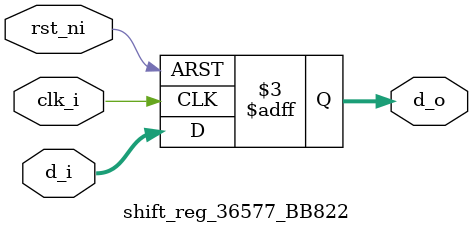
<source format=v>
module shift_reg_36577_BB822 (
	clk_i,
	rst_ni,
	d_i,
	d_o
);
	// removed localparam type dtype_CVA6Cfg_type
	// removed localparam type dtype_exception_t_exception_t_CVA6Cfg_type
	// removed localparam type dtype_exception_t_exception_t_config_pkg_NrMaxRules_type
	parameter [17102:0] dtype_CVA6Cfg = 0;
	parameter [17102:0] dtype_exception_t_exception_t_CVA6Cfg = 0;
	parameter signed [31:0] dtype_exception_t_exception_t_config_pkg_NrMaxRules = 0;
	// Trace: core/cvfpu/src/common_cells/src/shift_reg.sv:17:20
	// removed localparam type dtype
	// Trace: core/cvfpu/src/common_cells/src/shift_reg.sv:18:15
	parameter [31:0] Depth = 1;
	// Trace: core/cvfpu/src/common_cells/src/shift_reg.sv:20:5
	input wire clk_i;
	// Trace: core/cvfpu/src/common_cells/src/shift_reg.sv:21:5
	input wire rst_ni;
	// Trace: core/cvfpu/src/common_cells/src/shift_reg.sv:22:5
	input wire [(((1 + dtype_CVA6Cfg[16503-:32]) + dtype_CVA6Cfg[17102-:32]) + ((((dtype_exception_t_exception_t_CVA6Cfg[9541 + ((dtype_exception_t_exception_t_config_pkg_NrMaxRules * 64) + ((dtype_exception_t_exception_t_config_pkg_NrMaxRules * 64) + (32 + ((dtype_exception_t_exception_t_config_pkg_NrMaxRules * 64) + ((dtype_exception_t_exception_t_config_pkg_NrMaxRules * 64) + (32 + ((dtype_exception_t_exception_t_config_pkg_NrMaxRules * 64) + ((dtype_exception_t_exception_t_config_pkg_NrMaxRules * 64) + 1353))))))))-:((9541 + ((dtype_exception_t_exception_t_config_pkg_NrMaxRules * 64) + ((dtype_exception_t_exception_t_config_pkg_NrMaxRules * 64) + (32 + ((dtype_exception_t_exception_t_config_pkg_NrMaxRules * 64) + ((dtype_exception_t_exception_t_config_pkg_NrMaxRules * 64) + (32 + ((dtype_exception_t_exception_t_config_pkg_NrMaxRules * 64) + ((dtype_exception_t_exception_t_config_pkg_NrMaxRules * 64) + 1353))))))))) >= (9509 + ((dtype_exception_t_exception_t_config_pkg_NrMaxRules * 64) + ((dtype_exception_t_exception_t_config_pkg_NrMaxRules * 64) + (32 + ((dtype_exception_t_exception_t_config_pkg_NrMaxRules * 64) + ((dtype_exception_t_exception_t_config_pkg_NrMaxRules * 64) + (32 + ((dtype_exception_t_exception_t_config_pkg_NrMaxRules * 64) + ((dtype_exception_t_exception_t_config_pkg_NrMaxRules * 64) + 1354))))))))) ? ((9541 + ((dtype_exception_t_exception_t_config_pkg_NrMaxRules * 64) + ((dtype_exception_t_exception_t_config_pkg_NrMaxRules * 64) + (32 + ((dtype_exception_t_exception_t_config_pkg_NrMaxRules * 64) + ((dtype_exception_t_exception_t_config_pkg_NrMaxRules * 64) + (32 + ((dtype_exception_t_exception_t_config_pkg_NrMaxRules * 64) + ((dtype_exception_t_exception_t_config_pkg_NrMaxRules * 64) + 1353))))))))) - (9509 + ((dtype_exception_t_exception_t_config_pkg_NrMaxRules * 64) + ((dtype_exception_t_exception_t_config_pkg_NrMaxRules * 64) + (32 + ((dtype_exception_t_exception_t_config_pkg_NrMaxRules * 64) + ((dtype_exception_t_exception_t_config_pkg_NrMaxRules * 64) + (32 + ((dtype_exception_t_exception_t_config_pkg_NrMaxRules * 64) + ((dtype_exception_t_exception_t_config_pkg_NrMaxRules * 64) + 1354)))))))))) + 1 : ((9509 + ((dtype_exception_t_exception_t_config_pkg_NrMaxRules * 64) + ((dtype_exception_t_exception_t_config_pkg_NrMaxRules * 64) + (32 + ((dtype_exception_t_exception_t_config_pkg_NrMaxRules * 64) + ((dtype_exception_t_exception_t_config_pkg_NrMaxRules * 64) + (32 + ((dtype_exception_t_exception_t_config_pkg_NrMaxRules * 64) + ((dtype_exception_t_exception_t_config_pkg_NrMaxRules * 64) + 1354))))))))) - (9541 + ((dtype_exception_t_exception_t_config_pkg_NrMaxRules * 64) + ((dtype_exception_t_exception_t_config_pkg_NrMaxRules * 64) + (32 + ((dtype_exception_t_exception_t_config_pkg_NrMaxRules * 64) + ((dtype_exception_t_exception_t_config_pkg_NrMaxRules * 64) + (32 + ((dtype_exception_t_exception_t_config_pkg_NrMaxRules * 64) + ((dtype_exception_t_exception_t_config_pkg_NrMaxRules * 64) + 1353)))))))))) + 1)] + dtype_exception_t_exception_t_CVA6Cfg[9541 + ((dtype_exception_t_exception_t_config_pkg_NrMaxRules * 64) + ((dtype_exception_t_exception_t_config_pkg_NrMaxRules * 64) + (32 + ((dtype_exception_t_exception_t_config_pkg_NrMaxRules * 64) + ((dtype_exception_t_exception_t_config_pkg_NrMaxRules * 64) + (32 + ((dtype_exception_t_exception_t_config_pkg_NrMaxRules * 64) + ((dtype_exception_t_exception_t_config_pkg_NrMaxRules * 64) + 1353))))))))-:((9541 + ((dtype_exception_t_exception_t_config_pkg_NrMaxRules * 64) + ((dtype_exception_t_exception_t_config_pkg_NrMaxRules * 64) + (32 + ((dtype_exception_t_exception_t_config_pkg_NrMaxRules * 64) + ((dtype_exception_t_exception_t_config_pkg_NrMaxRules * 64) + (32 + ((dtype_exception_t_exception_t_config_pkg_NrMaxRules * 64) + ((dtype_exception_t_exception_t_config_pkg_NrMaxRules * 64) + 1353))))))))) >= (9509 + ((dtype_exception_t_exception_t_config_pkg_NrMaxRules * 64) + ((dtype_exception_t_exception_t_config_pkg_NrMaxRules * 64) + (32 + ((dtype_exception_t_exception_t_config_pkg_NrMaxRules * 64) + ((dtype_exception_t_exception_t_config_pkg_NrMaxRules * 64) + (32 + ((dtype_exception_t_exception_t_config_pkg_NrMaxRules * 64) + ((dtype_exception_t_exception_t_config_pkg_NrMaxRules * 64) + 1354))))))))) ? ((9541 + ((dtype_exception_t_exception_t_config_pkg_NrMaxRules * 64) + ((dtype_exception_t_exception_t_config_pkg_NrMaxRules * 64) + (32 + ((dtype_exception_t_exception_t_config_pkg_NrMaxRules * 64) + ((dtype_exception_t_exception_t_config_pkg_NrMaxRules * 64) + (32 + ((dtype_exception_t_exception_t_config_pkg_NrMaxRules * 64) + ((dtype_exception_t_exception_t_config_pkg_NrMaxRules * 64) + 1353))))))))) - (9509 + ((dtype_exception_t_exception_t_config_pkg_NrMaxRules * 64) + ((dtype_exception_t_exception_t_config_pkg_NrMaxRules * 64) + (32 + ((dtype_exception_t_exception_t_config_pkg_NrMaxRules * 64) + ((dtype_exception_t_exception_t_config_pkg_NrMaxRules * 64) + (32 + ((dtype_exception_t_exception_t_config_pkg_NrMaxRules * 64) + ((dtype_exception_t_exception_t_config_pkg_NrMaxRules * 64) + 1354)))))))))) + 1 : ((9509 + ((dtype_exception_t_exception_t_config_pkg_NrMaxRules * 64) + ((dtype_exception_t_exception_t_config_pkg_NrMaxRules * 64) + (32 + ((dtype_exception_t_exception_t_config_pkg_NrMaxRules * 64) + ((dtype_exception_t_exception_t_config_pkg_NrMaxRules * 64) + (32 + ((dtype_exception_t_exception_t_config_pkg_NrMaxRules * 64) + ((dtype_exception_t_exception_t_config_pkg_NrMaxRules * 64) + 1354))))))))) - (9541 + ((dtype_exception_t_exception_t_config_pkg_NrMaxRules * 64) + ((dtype_exception_t_exception_t_config_pkg_NrMaxRules * 64) + (32 + ((dtype_exception_t_exception_t_config_pkg_NrMaxRules * 64) + ((dtype_exception_t_exception_t_config_pkg_NrMaxRules * 64) + (32 + ((dtype_exception_t_exception_t_config_pkg_NrMaxRules * 64) + ((dtype_exception_t_exception_t_config_pkg_NrMaxRules * 64) + 1353)))))))))) + 1)]) + dtype_exception_t_exception_t_CVA6Cfg[9445 + ((dtype_exception_t_exception_t_config_pkg_NrMaxRules * 64) + ((dtype_exception_t_exception_t_config_pkg_NrMaxRules * 64) + (32 + ((dtype_exception_t_exception_t_config_pkg_NrMaxRules * 64) + ((dtype_exception_t_exception_t_config_pkg_NrMaxRules * 64) + (32 + ((dtype_exception_t_exception_t_config_pkg_NrMaxRules * 64) + ((dtype_exception_t_exception_t_config_pkg_NrMaxRules * 64) + 1353))))))))-:((9445 + ((dtype_exception_t_exception_t_config_pkg_NrMaxRules * 64) + ((dtype_exception_t_exception_t_config_pkg_NrMaxRules * 64) + (32 + ((dtype_exception_t_exception_t_config_pkg_NrMaxRules * 64) + ((dtype_exception_t_exception_t_config_pkg_NrMaxRules * 64) + (32 + ((dtype_exception_t_exception_t_config_pkg_NrMaxRules * 64) + ((dtype_exception_t_exception_t_config_pkg_NrMaxRules * 64) + 1353))))))))) >= (9413 + ((dtype_exception_t_exception_t_config_pkg_NrMaxRules * 64) + ((dtype_exception_t_exception_t_config_pkg_NrMaxRules * 64) + (32 + ((dtype_exception_t_exception_t_config_pkg_NrMaxRules * 64) + ((dtype_exception_t_exception_t_config_pkg_NrMaxRules * 64) + (32 + ((dtype_exception_t_exception_t_config_pkg_NrMaxRules * 64) + ((dtype_exception_t_exception_t_config_pkg_NrMaxRules * 64) + 1354))))))))) ? ((9445 + ((dtype_exception_t_exception_t_config_pkg_NrMaxRules * 64) + ((dtype_exception_t_exception_t_config_pkg_NrMaxRules * 64) + (32 + ((dtype_exception_t_exception_t_config_pkg_NrMaxRules * 64) + ((dtype_exception_t_exception_t_config_pkg_NrMaxRules * 64) + (32 + ((dtype_exception_t_exception_t_config_pkg_NrMaxRules * 64) + ((dtype_exception_t_exception_t_config_pkg_NrMaxRules * 64) + 1353))))))))) - (9413 + ((dtype_exception_t_exception_t_config_pkg_NrMaxRules * 64) + ((dtype_exception_t_exception_t_config_pkg_NrMaxRules * 64) + (32 + ((dtype_exception_t_exception_t_config_pkg_NrMaxRules * 64) + ((dtype_exception_t_exception_t_config_pkg_NrMaxRules * 64) + (32 + ((dtype_exception_t_exception_t_config_pkg_NrMaxRules * 64) + ((dtype_exception_t_exception_t_config_pkg_NrMaxRules * 64) + 1354)))))))))) + 1 : ((9413 + ((dtype_exception_t_exception_t_config_pkg_NrMaxRules * 64) + ((dtype_exception_t_exception_t_config_pkg_NrMaxRules * 64) + (32 + ((dtype_exception_t_exception_t_config_pkg_NrMaxRules * 64) + ((dtype_exception_t_exception_t_config_pkg_NrMaxRules * 64) + (32 + ((dtype_exception_t_exception_t_config_pkg_NrMaxRules * 64) + ((dtype_exception_t_exception_t_config_pkg_NrMaxRules * 64) + 1354))))))))) - (9445 + ((dtype_exception_t_exception_t_config_pkg_NrMaxRules * 64) + ((dtype_exception_t_exception_t_config_pkg_NrMaxRules * 64) + (32 + ((dtype_exception_t_exception_t_config_pkg_NrMaxRules * 64) + ((dtype_exception_t_exception_t_config_pkg_NrMaxRules * 64) + (32 + ((dtype_exception_t_exception_t_config_pkg_NrMaxRules * 64) + ((dtype_exception_t_exception_t_config_pkg_NrMaxRules * 64) + 1353)))))))))) + 1)]) + 33) >= 0 ? ((dtype_exception_t_exception_t_CVA6Cfg[9541 + ((dtype_exception_t_exception_t_config_pkg_NrMaxRules * 64) + ((dtype_exception_t_exception_t_config_pkg_NrMaxRules * 64) + (32 + ((dtype_exception_t_exception_t_config_pkg_NrMaxRules * 64) + ((dtype_exception_t_exception_t_config_pkg_NrMaxRules * 64) + (32 + ((dtype_exception_t_exception_t_config_pkg_NrMaxRules * 64) + ((dtype_exception_t_exception_t_config_pkg_NrMaxRules * 64) + 1353))))))))-:((9541 + ((dtype_exception_t_exception_t_config_pkg_NrMaxRules * 64) + ((dtype_exception_t_exception_t_config_pkg_NrMaxRules * 64) + (32 + ((dtype_exception_t_exception_t_config_pkg_NrMaxRules * 64) + ((dtype_exception_t_exception_t_config_pkg_NrMaxRules * 64) + (32 + ((dtype_exception_t_exception_t_config_pkg_NrMaxRules * 64) + ((dtype_exception_t_exception_t_config_pkg_NrMaxRules * 64) + 1353))))))))) >= (9509 + ((dtype_exception_t_exception_t_config_pkg_NrMaxRules * 64) + ((dtype_exception_t_exception_t_config_pkg_NrMaxRules * 64) + (32 + ((dtype_exception_t_exception_t_config_pkg_NrMaxRules * 64) + ((dtype_exception_t_exception_t_config_pkg_NrMaxRules * 64) + (32 + ((dtype_exception_t_exception_t_config_pkg_NrMaxRules * 64) + ((dtype_exception_t_exception_t_config_pkg_NrMaxRules * 64) + 1354))))))))) ? ((9541 + ((dtype_exception_t_exception_t_config_pkg_NrMaxRules * 64) + ((dtype_exception_t_exception_t_config_pkg_NrMaxRules * 64) + (32 + ((dtype_exception_t_exception_t_config_pkg_NrMaxRules * 64) + ((dtype_exception_t_exception_t_config_pkg_NrMaxRules * 64) + (32 + ((dtype_exception_t_exception_t_config_pkg_NrMaxRules * 64) + ((dtype_exception_t_exception_t_config_pkg_NrMaxRules * 64) + 1353))))))))) - (9509 + ((dtype_exception_t_exception_t_config_pkg_NrMaxRules * 64) + ((dtype_exception_t_exception_t_config_pkg_NrMaxRules * 64) + (32 + ((dtype_exception_t_exception_t_config_pkg_NrMaxRules * 64) + ((dtype_exception_t_exception_t_config_pkg_NrMaxRules * 64) + (32 + ((dtype_exception_t_exception_t_config_pkg_NrMaxRules * 64) + ((dtype_exception_t_exception_t_config_pkg_NrMaxRules * 64) + 1354)))))))))) + 1 : ((9509 + ((dtype_exception_t_exception_t_config_pkg_NrMaxRules * 64) + ((dtype_exception_t_exception_t_config_pkg_NrMaxRules * 64) + (32 + ((dtype_exception_t_exception_t_config_pkg_NrMaxRules * 64) + ((dtype_exception_t_exception_t_config_pkg_NrMaxRules * 64) + (32 + ((dtype_exception_t_exception_t_config_pkg_NrMaxRules * 64) + ((dtype_exception_t_exception_t_config_pkg_NrMaxRules * 64) + 1354))))))))) - (9541 + ((dtype_exception_t_exception_t_config_pkg_NrMaxRules * 64) + ((dtype_exception_t_exception_t_config_pkg_NrMaxRules * 64) + (32 + ((dtype_exception_t_exception_t_config_pkg_NrMaxRules * 64) + ((dtype_exception_t_exception_t_config_pkg_NrMaxRules * 64) + (32 + ((dtype_exception_t_exception_t_config_pkg_NrMaxRules * 64) + ((dtype_exception_t_exception_t_config_pkg_NrMaxRules * 64) + 1353)))))))))) + 1)] + dtype_exception_t_exception_t_CVA6Cfg[9541 + ((dtype_exception_t_exception_t_config_pkg_NrMaxRules * 64) + ((dtype_exception_t_exception_t_config_pkg_NrMaxRules * 64) + (32 + ((dtype_exception_t_exception_t_config_pkg_NrMaxRules * 64) + ((dtype_exception_t_exception_t_config_pkg_NrMaxRules * 64) + (32 + ((dtype_exception_t_exception_t_config_pkg_NrMaxRules * 64) + ((dtype_exception_t_exception_t_config_pkg_NrMaxRules * 64) + 1353))))))))-:((9541 + ((dtype_exception_t_exception_t_config_pkg_NrMaxRules * 64) + ((dtype_exception_t_exception_t_config_pkg_NrMaxRules * 64) + (32 + ((dtype_exception_t_exception_t_config_pkg_NrMaxRules * 64) + ((dtype_exception_t_exception_t_config_pkg_NrMaxRules * 64) + (32 + ((dtype_exception_t_exception_t_config_pkg_NrMaxRules * 64) + ((dtype_exception_t_exception_t_config_pkg_NrMaxRules * 64) + 1353))))))))) >= (9509 + ((dtype_exception_t_exception_t_config_pkg_NrMaxRules * 64) + ((dtype_exception_t_exception_t_config_pkg_NrMaxRules * 64) + (32 + ((dtype_exception_t_exception_t_config_pkg_NrMaxRules * 64) + ((dtype_exception_t_exception_t_config_pkg_NrMaxRules * 64) + (32 + ((dtype_exception_t_exception_t_config_pkg_NrMaxRules * 64) + ((dtype_exception_t_exception_t_config_pkg_NrMaxRules * 64) + 1354))))))))) ? ((9541 + ((dtype_exception_t_exception_t_config_pkg_NrMaxRules * 64) + ((dtype_exception_t_exception_t_config_pkg_NrMaxRules * 64) + (32 + ((dtype_exception_t_exception_t_config_pkg_NrMaxRules * 64) + ((dtype_exception_t_exception_t_config_pkg_NrMaxRules * 64) + (32 + ((dtype_exception_t_exception_t_config_pkg_NrMaxRules * 64) + ((dtype_exception_t_exception_t_config_pkg_NrMaxRules * 64) + 1353))))))))) - (9509 + ((dtype_exception_t_exception_t_config_pkg_NrMaxRules * 64) + ((dtype_exception_t_exception_t_config_pkg_NrMaxRules * 64) + (32 + ((dtype_exception_t_exception_t_config_pkg_NrMaxRules * 64) + ((dtype_exception_t_exception_t_config_pkg_NrMaxRules * 64) + (32 + ((dtype_exception_t_exception_t_config_pkg_NrMaxRules * 64) + ((dtype_exception_t_exception_t_config_pkg_NrMaxRules * 64) + 1354)))))))))) + 1 : ((9509 + ((dtype_exception_t_exception_t_config_pkg_NrMaxRules * 64) + ((dtype_exception_t_exception_t_config_pkg_NrMaxRules * 64) + (32 + ((dtype_exception_t_exception_t_config_pkg_NrMaxRules * 64) + ((dtype_exception_t_exception_t_config_pkg_NrMaxRules * 64) + (32 + ((dtype_exception_t_exception_t_config_pkg_NrMaxRules * 64) + ((dtype_exception_t_exception_t_config_pkg_NrMaxRules * 64) + 1354))))))))) - (9541 + ((dtype_exception_t_exception_t_config_pkg_NrMaxRules * 64) + ((dtype_exception_t_exception_t_config_pkg_NrMaxRules * 64) + (32 + ((dtype_exception_t_exception_t_config_pkg_NrMaxRules * 64) + ((dtype_exception_t_exception_t_config_pkg_NrMaxRules * 64) + (32 + ((dtype_exception_t_exception_t_config_pkg_NrMaxRules * 64) + ((dtype_exception_t_exception_t_config_pkg_NrMaxRules * 64) + 1353)))))))))) + 1)]) + dtype_exception_t_exception_t_CVA6Cfg[9445 + ((dtype_exception_t_exception_t_config_pkg_NrMaxRules * 64) + ((dtype_exception_t_exception_t_config_pkg_NrMaxRules * 64) + (32 + ((dtype_exception_t_exception_t_config_pkg_NrMaxRules * 64) + ((dtype_exception_t_exception_t_config_pkg_NrMaxRules * 64) + (32 + ((dtype_exception_t_exception_t_config_pkg_NrMaxRules * 64) + ((dtype_exception_t_exception_t_config_pkg_NrMaxRules * 64) + 1353))))))))-:((9445 + ((dtype_exception_t_exception_t_config_pkg_NrMaxRules * 64) + ((dtype_exception_t_exception_t_config_pkg_NrMaxRules * 64) + (32 + ((dtype_exception_t_exception_t_config_pkg_NrMaxRules * 64) + ((dtype_exception_t_exception_t_config_pkg_NrMaxRules * 64) + (32 + ((dtype_exception_t_exception_t_config_pkg_NrMaxRules * 64) + ((dtype_exception_t_exception_t_config_pkg_NrMaxRules * 64) + 1353))))))))) >= (9413 + ((dtype_exception_t_exception_t_config_pkg_NrMaxRules * 64) + ((dtype_exception_t_exception_t_config_pkg_NrMaxRules * 64) + (32 + ((dtype_exception_t_exception_t_config_pkg_NrMaxRules * 64) + ((dtype_exception_t_exception_t_config_pkg_NrMaxRules * 64) + (32 + ((dtype_exception_t_exception_t_config_pkg_NrMaxRules * 64) + ((dtype_exception_t_exception_t_config_pkg_NrMaxRules * 64) + 1354))))))))) ? ((9445 + ((dtype_exception_t_exception_t_config_pkg_NrMaxRules * 64) + ((dtype_exception_t_exception_t_config_pkg_NrMaxRules * 64) + (32 + ((dtype_exception_t_exception_t_config_pkg_NrMaxRules * 64) + ((dtype_exception_t_exception_t_config_pkg_NrMaxRules * 64) + (32 + ((dtype_exception_t_exception_t_config_pkg_NrMaxRules * 64) + ((dtype_exception_t_exception_t_config_pkg_NrMaxRules * 64) + 1353))))))))) - (9413 + ((dtype_exception_t_exception_t_config_pkg_NrMaxRules * 64) + ((dtype_exception_t_exception_t_config_pkg_NrMaxRules * 64) + (32 + ((dtype_exception_t_exception_t_config_pkg_NrMaxRules * 64) + ((dtype_exception_t_exception_t_config_pkg_NrMaxRules * 64) + (32 + ((dtype_exception_t_exception_t_config_pkg_NrMaxRules * 64) + ((dtype_exception_t_exception_t_config_pkg_NrMaxRules * 64) + 1354)))))))))) + 1 : ((9413 + ((dtype_exception_t_exception_t_config_pkg_NrMaxRules * 64) + ((dtype_exception_t_exception_t_config_pkg_NrMaxRules * 64) + (32 + ((dtype_exception_t_exception_t_config_pkg_NrMaxRules * 64) + ((dtype_exception_t_exception_t_config_pkg_NrMaxRules * 64) + (32 + ((dtype_exception_t_exception_t_config_pkg_NrMaxRules * 64) + ((dtype_exception_t_exception_t_config_pkg_NrMaxRules * 64) + 1354))))))))) - (9445 + ((dtype_exception_t_exception_t_config_pkg_NrMaxRules * 64) + ((dtype_exception_t_exception_t_config_pkg_NrMaxRules * 64) + (32 + ((dtype_exception_t_exception_t_config_pkg_NrMaxRules * 64) + ((dtype_exception_t_exception_t_config_pkg_NrMaxRules * 64) + (32 + ((dtype_exception_t_exception_t_config_pkg_NrMaxRules * 64) + ((dtype_exception_t_exception_t_config_pkg_NrMaxRules * 64) + 1353)))))))))) + 1)]) + 34 : 1 - (((dtype_exception_t_exception_t_CVA6Cfg[9541 + ((dtype_exception_t_exception_t_config_pkg_NrMaxRules * 64) + ((dtype_exception_t_exception_t_config_pkg_NrMaxRules * 64) + (32 + ((dtype_exception_t_exception_t_config_pkg_NrMaxRules * 64) + ((dtype_exception_t_exception_t_config_pkg_NrMaxRules * 64) + (32 + ((dtype_exception_t_exception_t_config_pkg_NrMaxRules * 64) + ((dtype_exception_t_exception_t_config_pkg_NrMaxRules * 64) + 1353))))))))-:((9541 + ((dtype_exception_t_exception_t_config_pkg_NrMaxRules * 64) + ((dtype_exception_t_exception_t_config_pkg_NrMaxRules * 64) + (32 + ((dtype_exception_t_exception_t_config_pkg_NrMaxRules * 64) + ((dtype_exception_t_exception_t_config_pkg_NrMaxRules * 64) + (32 + ((dtype_exception_t_exception_t_config_pkg_NrMaxRules * 64) + ((dtype_exception_t_exception_t_config_pkg_NrMaxRules * 64) + 1353))))))))) >= (9509 + ((dtype_exception_t_exception_t_config_pkg_NrMaxRules * 64) + ((dtype_exception_t_exception_t_config_pkg_NrMaxRules * 64) + (32 + ((dtype_exception_t_exception_t_config_pkg_NrMaxRules * 64) + ((dtype_exception_t_exception_t_config_pkg_NrMaxRules * 64) + (32 + ((dtype_exception_t_exception_t_config_pkg_NrMaxRules * 64) + ((dtype_exception_t_exception_t_config_pkg_NrMaxRules * 64) + 1354))))))))) ? ((9541 + ((dtype_exception_t_exception_t_config_pkg_NrMaxRules * 64) + ((dtype_exception_t_exception_t_config_pkg_NrMaxRules * 64) + (32 + ((dtype_exception_t_exception_t_config_pkg_NrMaxRules * 64) + ((dtype_exception_t_exception_t_config_pkg_NrMaxRules * 64) + (32 + ((dtype_exception_t_exception_t_config_pkg_NrMaxRules * 64) + ((dtype_exception_t_exception_t_config_pkg_NrMaxRules * 64) + 1353))))))))) - (9509 + ((dtype_exception_t_exception_t_config_pkg_NrMaxRules * 64) + ((dtype_exception_t_exception_t_config_pkg_NrMaxRules * 64) + (32 + ((dtype_exception_t_exception_t_config_pkg_NrMaxRules * 64) + ((dtype_exception_t_exception_t_config_pkg_NrMaxRules * 64) + (32 + ((dtype_exception_t_exception_t_config_pkg_NrMaxRules * 64) + ((dtype_exception_t_exception_t_config_pkg_NrMaxRules * 64) + 1354)))))))))) + 1 : ((9509 + ((dtype_exception_t_exception_t_config_pkg_NrMaxRules * 64) + ((dtype_exception_t_exception_t_config_pkg_NrMaxRules * 64) + (32 + ((dtype_exception_t_exception_t_config_pkg_NrMaxRules * 64) + ((dtype_exception_t_exception_t_config_pkg_NrMaxRules * 64) + (32 + ((dtype_exception_t_exception_t_config_pkg_NrMaxRules * 64) + ((dtype_exception_t_exception_t_config_pkg_NrMaxRules * 64) + 1354))))))))) - (9541 + ((dtype_exception_t_exception_t_config_pkg_NrMaxRules * 64) + ((dtype_exception_t_exception_t_config_pkg_NrMaxRules * 64) + (32 + ((dtype_exception_t_exception_t_config_pkg_NrMaxRules * 64) + ((dtype_exception_t_exception_t_config_pkg_NrMaxRules * 64) + (32 + ((dtype_exception_t_exception_t_config_pkg_NrMaxRules * 64) + ((dtype_exception_t_exception_t_config_pkg_NrMaxRules * 64) + 1353)))))))))) + 1)] + dtype_exception_t_exception_t_CVA6Cfg[9541 + ((dtype_exception_t_exception_t_config_pkg_NrMaxRules * 64) + ((dtype_exception_t_exception_t_config_pkg_NrMaxRules * 64) + (32 + ((dtype_exception_t_exception_t_config_pkg_NrMaxRules * 64) + ((dtype_exception_t_exception_t_config_pkg_NrMaxRules * 64) + (32 + ((dtype_exception_t_exception_t_config_pkg_NrMaxRules * 64) + ((dtype_exception_t_exception_t_config_pkg_NrMaxRules * 64) + 1353))))))))-:((9541 + ((dtype_exception_t_exception_t_config_pkg_NrMaxRules * 64) + ((dtype_exception_t_exception_t_config_pkg_NrMaxRules * 64) + (32 + ((dtype_exception_t_exception_t_config_pkg_NrMaxRules * 64) + ((dtype_exception_t_exception_t_config_pkg_NrMaxRules * 64) + (32 + ((dtype_exception_t_exception_t_config_pkg_NrMaxRules * 64) + ((dtype_exception_t_exception_t_config_pkg_NrMaxRules * 64) + 1353))))))))) >= (9509 + ((dtype_exception_t_exception_t_config_pkg_NrMaxRules * 64) + ((dtype_exception_t_exception_t_config_pkg_NrMaxRules * 64) + (32 + ((dtype_exception_t_exception_t_config_pkg_NrMaxRules * 64) + ((dtype_exception_t_exception_t_config_pkg_NrMaxRules * 64) + (32 + ((dtype_exception_t_exception_t_config_pkg_NrMaxRules * 64) + ((dtype_exception_t_exception_t_config_pkg_NrMaxRules * 64) + 1354))))))))) ? ((9541 + ((dtype_exception_t_exception_t_config_pkg_NrMaxRules * 64) + ((dtype_exception_t_exception_t_config_pkg_NrMaxRules * 64) + (32 + ((dtype_exception_t_exception_t_config_pkg_NrMaxRules * 64) + ((dtype_exception_t_exception_t_config_pkg_NrMaxRules * 64) + (32 + ((dtype_exception_t_exception_t_config_pkg_NrMaxRules * 64) + ((dtype_exception_t_exception_t_config_pkg_NrMaxRules * 64) + 1353))))))))) - (9509 + ((dtype_exception_t_exception_t_config_pkg_NrMaxRules * 64) + ((dtype_exception_t_exception_t_config_pkg_NrMaxRules * 64) + (32 + ((dtype_exception_t_exception_t_config_pkg_NrMaxRules * 64) + ((dtype_exception_t_exception_t_config_pkg_NrMaxRules * 64) + (32 + ((dtype_exception_t_exception_t_config_pkg_NrMaxRules * 64) + ((dtype_exception_t_exception_t_config_pkg_NrMaxRules * 64) + 1354)))))))))) + 1 : ((9509 + ((dtype_exception_t_exception_t_config_pkg_NrMaxRules * 64) + ((dtype_exception_t_exception_t_config_pkg_NrMaxRules * 64) + (32 + ((dtype_exception_t_exception_t_config_pkg_NrMaxRules * 64) + ((dtype_exception_t_exception_t_config_pkg_NrMaxRules * 64) + (32 + ((dtype_exception_t_exception_t_config_pkg_NrMaxRules * 64) + ((dtype_exception_t_exception_t_config_pkg_NrMaxRules * 64) + 1354))))))))) - (9541 + ((dtype_exception_t_exception_t_config_pkg_NrMaxRules * 64) + ((dtype_exception_t_exception_t_config_pkg_NrMaxRules * 64) + (32 + ((dtype_exception_t_exception_t_config_pkg_NrMaxRules * 64) + ((dtype_exception_t_exception_t_config_pkg_NrMaxRules * 64) + (32 + ((dtype_exception_t_exception_t_config_pkg_NrMaxRules * 64) + ((dtype_exception_t_exception_t_config_pkg_NrMaxRules * 64) + 1353)))))))))) + 1)]) + dtype_exception_t_exception_t_CVA6Cfg[9445 + ((dtype_exception_t_exception_t_config_pkg_NrMaxRules * 64) + ((dtype_exception_t_exception_t_config_pkg_NrMaxRules * 64) + (32 + ((dtype_exception_t_exception_t_config_pkg_NrMaxRules * 64) + ((dtype_exception_t_exception_t_config_pkg_NrMaxRules * 64) + (32 + ((dtype_exception_t_exception_t_config_pkg_NrMaxRules * 64) + ((dtype_exception_t_exception_t_config_pkg_NrMaxRules * 64) + 1353))))))))-:((9445 + ((dtype_exception_t_exception_t_config_pkg_NrMaxRules * 64) + ((dtype_exception_t_exception_t_config_pkg_NrMaxRules * 64) + (32 + ((dtype_exception_t_exception_t_config_pkg_NrMaxRules * 64) + ((dtype_exception_t_exception_t_config_pkg_NrMaxRules * 64) + (32 + ((dtype_exception_t_exception_t_config_pkg_NrMaxRules * 64) + ((dtype_exception_t_exception_t_config_pkg_NrMaxRules * 64) + 1353))))))))) >= (9413 + ((dtype_exception_t_exception_t_config_pkg_NrMaxRules * 64) + ((dtype_exception_t_exception_t_config_pkg_NrMaxRules * 64) + (32 + ((dtype_exception_t_exception_t_config_pkg_NrMaxRules * 64) + ((dtype_exception_t_exception_t_config_pkg_NrMaxRules * 64) + (32 + ((dtype_exception_t_exception_t_config_pkg_NrMaxRules * 64) + ((dtype_exception_t_exception_t_config_pkg_NrMaxRules * 64) + 1354))))))))) ? ((9445 + ((dtype_exception_t_exception_t_config_pkg_NrMaxRules * 64) + ((dtype_exception_t_exception_t_config_pkg_NrMaxRules * 64) + (32 + ((dtype_exception_t_exception_t_config_pkg_NrMaxRules * 64) + ((dtype_exception_t_exception_t_config_pkg_NrMaxRules * 64) + (32 + ((dtype_exception_t_exception_t_config_pkg_NrMaxRules * 64) + ((dtype_exception_t_exception_t_config_pkg_NrMaxRules * 64) + 1353))))))))) - (9413 + ((dtype_exception_t_exception_t_config_pkg_NrMaxRules * 64) + ((dtype_exception_t_exception_t_config_pkg_NrMaxRules * 64) + (32 + ((dtype_exception_t_exception_t_config_pkg_NrMaxRules * 64) + ((dtype_exception_t_exception_t_config_pkg_NrMaxRules * 64) + (32 + ((dtype_exception_t_exception_t_config_pkg_NrMaxRules * 64) + ((dtype_exception_t_exception_t_config_pkg_NrMaxRules * 64) + 1354)))))))))) + 1 : ((9413 + ((dtype_exception_t_exception_t_config_pkg_NrMaxRules * 64) + ((dtype_exception_t_exception_t_config_pkg_NrMaxRules * 64) + (32 + ((dtype_exception_t_exception_t_config_pkg_NrMaxRules * 64) + ((dtype_exception_t_exception_t_config_pkg_NrMaxRules * 64) + (32 + ((dtype_exception_t_exception_t_config_pkg_NrMaxRules * 64) + ((dtype_exception_t_exception_t_config_pkg_NrMaxRules * 64) + 1354))))))))) - (9445 + ((dtype_exception_t_exception_t_config_pkg_NrMaxRules * 64) + ((dtype_exception_t_exception_t_config_pkg_NrMaxRules * 64) + (32 + ((dtype_exception_t_exception_t_config_pkg_NrMaxRules * 64) + ((dtype_exception_t_exception_t_config_pkg_NrMaxRules * 64) + (32 + ((dtype_exception_t_exception_t_config_pkg_NrMaxRules * 64) + ((dtype_exception_t_exception_t_config_pkg_NrMaxRules * 64) + 1353)))))))))) + 1)]) + 33))) - 1:0] d_i;
	// Trace: core/cvfpu/src/common_cells/src/shift_reg.sv:23:5
	output reg [(((1 + dtype_CVA6Cfg[16503-:32]) + dtype_CVA6Cfg[17102-:32]) + ((((dtype_exception_t_exception_t_CVA6Cfg[9541 + ((dtype_exception_t_exception_t_config_pkg_NrMaxRules * 64) + ((dtype_exception_t_exception_t_config_pkg_NrMaxRules * 64) + (32 + ((dtype_exception_t_exception_t_config_pkg_NrMaxRules * 64) + ((dtype_exception_t_exception_t_config_pkg_NrMaxRules * 64) + (32 + ((dtype_exception_t_exception_t_config_pkg_NrMaxRules * 64) + ((dtype_exception_t_exception_t_config_pkg_NrMaxRules * 64) + 1353))))))))-:((9541 + ((dtype_exception_t_exception_t_config_pkg_NrMaxRules * 64) + ((dtype_exception_t_exception_t_config_pkg_NrMaxRules * 64) + (32 + ((dtype_exception_t_exception_t_config_pkg_NrMaxRules * 64) + ((dtype_exception_t_exception_t_config_pkg_NrMaxRules * 64) + (32 + ((dtype_exception_t_exception_t_config_pkg_NrMaxRules * 64) + ((dtype_exception_t_exception_t_config_pkg_NrMaxRules * 64) + 1353))))))))) >= (9509 + ((dtype_exception_t_exception_t_config_pkg_NrMaxRules * 64) + ((dtype_exception_t_exception_t_config_pkg_NrMaxRules * 64) + (32 + ((dtype_exception_t_exception_t_config_pkg_NrMaxRules * 64) + ((dtype_exception_t_exception_t_config_pkg_NrMaxRules * 64) + (32 + ((dtype_exception_t_exception_t_config_pkg_NrMaxRules * 64) + ((dtype_exception_t_exception_t_config_pkg_NrMaxRules * 64) + 1354))))))))) ? ((9541 + ((dtype_exception_t_exception_t_config_pkg_NrMaxRules * 64) + ((dtype_exception_t_exception_t_config_pkg_NrMaxRules * 64) + (32 + ((dtype_exception_t_exception_t_config_pkg_NrMaxRules * 64) + ((dtype_exception_t_exception_t_config_pkg_NrMaxRules * 64) + (32 + ((dtype_exception_t_exception_t_config_pkg_NrMaxRules * 64) + ((dtype_exception_t_exception_t_config_pkg_NrMaxRules * 64) + 1353))))))))) - (9509 + ((dtype_exception_t_exception_t_config_pkg_NrMaxRules * 64) + ((dtype_exception_t_exception_t_config_pkg_NrMaxRules * 64) + (32 + ((dtype_exception_t_exception_t_config_pkg_NrMaxRules * 64) + ((dtype_exception_t_exception_t_config_pkg_NrMaxRules * 64) + (32 + ((dtype_exception_t_exception_t_config_pkg_NrMaxRules * 64) + ((dtype_exception_t_exception_t_config_pkg_NrMaxRules * 64) + 1354)))))))))) + 1 : ((9509 + ((dtype_exception_t_exception_t_config_pkg_NrMaxRules * 64) + ((dtype_exception_t_exception_t_config_pkg_NrMaxRules * 64) + (32 + ((dtype_exception_t_exception_t_config_pkg_NrMaxRules * 64) + ((dtype_exception_t_exception_t_config_pkg_NrMaxRules * 64) + (32 + ((dtype_exception_t_exception_t_config_pkg_NrMaxRules * 64) + ((dtype_exception_t_exception_t_config_pkg_NrMaxRules * 64) + 1354))))))))) - (9541 + ((dtype_exception_t_exception_t_config_pkg_NrMaxRules * 64) + ((dtype_exception_t_exception_t_config_pkg_NrMaxRules * 64) + (32 + ((dtype_exception_t_exception_t_config_pkg_NrMaxRules * 64) + ((dtype_exception_t_exception_t_config_pkg_NrMaxRules * 64) + (32 + ((dtype_exception_t_exception_t_config_pkg_NrMaxRules * 64) + ((dtype_exception_t_exception_t_config_pkg_NrMaxRules * 64) + 1353)))))))))) + 1)] + dtype_exception_t_exception_t_CVA6Cfg[9541 + ((dtype_exception_t_exception_t_config_pkg_NrMaxRules * 64) + ((dtype_exception_t_exception_t_config_pkg_NrMaxRules * 64) + (32 + ((dtype_exception_t_exception_t_config_pkg_NrMaxRules * 64) + ((dtype_exception_t_exception_t_config_pkg_NrMaxRules * 64) + (32 + ((dtype_exception_t_exception_t_config_pkg_NrMaxRules * 64) + ((dtype_exception_t_exception_t_config_pkg_NrMaxRules * 64) + 1353))))))))-:((9541 + ((dtype_exception_t_exception_t_config_pkg_NrMaxRules * 64) + ((dtype_exception_t_exception_t_config_pkg_NrMaxRules * 64) + (32 + ((dtype_exception_t_exception_t_config_pkg_NrMaxRules * 64) + ((dtype_exception_t_exception_t_config_pkg_NrMaxRules * 64) + (32 + ((dtype_exception_t_exception_t_config_pkg_NrMaxRules * 64) + ((dtype_exception_t_exception_t_config_pkg_NrMaxRules * 64) + 1353))))))))) >= (9509 + ((dtype_exception_t_exception_t_config_pkg_NrMaxRules * 64) + ((dtype_exception_t_exception_t_config_pkg_NrMaxRules * 64) + (32 + ((dtype_exception_t_exception_t_config_pkg_NrMaxRules * 64) + ((dtype_exception_t_exception_t_config_pkg_NrMaxRules * 64) + (32 + ((dtype_exception_t_exception_t_config_pkg_NrMaxRules * 64) + ((dtype_exception_t_exception_t_config_pkg_NrMaxRules * 64) + 1354))))))))) ? ((9541 + ((dtype_exception_t_exception_t_config_pkg_NrMaxRules * 64) + ((dtype_exception_t_exception_t_config_pkg_NrMaxRules * 64) + (32 + ((dtype_exception_t_exception_t_config_pkg_NrMaxRules * 64) + ((dtype_exception_t_exception_t_config_pkg_NrMaxRules * 64) + (32 + ((dtype_exception_t_exception_t_config_pkg_NrMaxRules * 64) + ((dtype_exception_t_exception_t_config_pkg_NrMaxRules * 64) + 1353))))))))) - (9509 + ((dtype_exception_t_exception_t_config_pkg_NrMaxRules * 64) + ((dtype_exception_t_exception_t_config_pkg_NrMaxRules * 64) + (32 + ((dtype_exception_t_exception_t_config_pkg_NrMaxRules * 64) + ((dtype_exception_t_exception_t_config_pkg_NrMaxRules * 64) + (32 + ((dtype_exception_t_exception_t_config_pkg_NrMaxRules * 64) + ((dtype_exception_t_exception_t_config_pkg_NrMaxRules * 64) + 1354)))))))))) + 1 : ((9509 + ((dtype_exception_t_exception_t_config_pkg_NrMaxRules * 64) + ((dtype_exception_t_exception_t_config_pkg_NrMaxRules * 64) + (32 + ((dtype_exception_t_exception_t_config_pkg_NrMaxRules * 64) + ((dtype_exception_t_exception_t_config_pkg_NrMaxRules * 64) + (32 + ((dtype_exception_t_exception_t_config_pkg_NrMaxRules * 64) + ((dtype_exception_t_exception_t_config_pkg_NrMaxRules * 64) + 1354))))))))) - (9541 + ((dtype_exception_t_exception_t_config_pkg_NrMaxRules * 64) + ((dtype_exception_t_exception_t_config_pkg_NrMaxRules * 64) + (32 + ((dtype_exception_t_exception_t_config_pkg_NrMaxRules * 64) + ((dtype_exception_t_exception_t_config_pkg_NrMaxRules * 64) + (32 + ((dtype_exception_t_exception_t_config_pkg_NrMaxRules * 64) + ((dtype_exception_t_exception_t_config_pkg_NrMaxRules * 64) + 1353)))))))))) + 1)]) + dtype_exception_t_exception_t_CVA6Cfg[9445 + ((dtype_exception_t_exception_t_config_pkg_NrMaxRules * 64) + ((dtype_exception_t_exception_t_config_pkg_NrMaxRules * 64) + (32 + ((dtype_exception_t_exception_t_config_pkg_NrMaxRules * 64) + ((dtype_exception_t_exception_t_config_pkg_NrMaxRules * 64) + (32 + ((dtype_exception_t_exception_t_config_pkg_NrMaxRules * 64) + ((dtype_exception_t_exception_t_config_pkg_NrMaxRules * 64) + 1353))))))))-:((9445 + ((dtype_exception_t_exception_t_config_pkg_NrMaxRules * 64) + ((dtype_exception_t_exception_t_config_pkg_NrMaxRules * 64) + (32 + ((dtype_exception_t_exception_t_config_pkg_NrMaxRules * 64) + ((dtype_exception_t_exception_t_config_pkg_NrMaxRules * 64) + (32 + ((dtype_exception_t_exception_t_config_pkg_NrMaxRules * 64) + ((dtype_exception_t_exception_t_config_pkg_NrMaxRules * 64) + 1353))))))))) >= (9413 + ((dtype_exception_t_exception_t_config_pkg_NrMaxRules * 64) + ((dtype_exception_t_exception_t_config_pkg_NrMaxRules * 64) + (32 + ((dtype_exception_t_exception_t_config_pkg_NrMaxRules * 64) + ((dtype_exception_t_exception_t_config_pkg_NrMaxRules * 64) + (32 + ((dtype_exception_t_exception_t_config_pkg_NrMaxRules * 64) + ((dtype_exception_t_exception_t_config_pkg_NrMaxRules * 64) + 1354))))))))) ? ((9445 + ((dtype_exception_t_exception_t_config_pkg_NrMaxRules * 64) + ((dtype_exception_t_exception_t_config_pkg_NrMaxRules * 64) + (32 + ((dtype_exception_t_exception_t_config_pkg_NrMaxRules * 64) + ((dtype_exception_t_exception_t_config_pkg_NrMaxRules * 64) + (32 + ((dtype_exception_t_exception_t_config_pkg_NrMaxRules * 64) + ((dtype_exception_t_exception_t_config_pkg_NrMaxRules * 64) + 1353))))))))) - (9413 + ((dtype_exception_t_exception_t_config_pkg_NrMaxRules * 64) + ((dtype_exception_t_exception_t_config_pkg_NrMaxRules * 64) + (32 + ((dtype_exception_t_exception_t_config_pkg_NrMaxRules * 64) + ((dtype_exception_t_exception_t_config_pkg_NrMaxRules * 64) + (32 + ((dtype_exception_t_exception_t_config_pkg_NrMaxRules * 64) + ((dtype_exception_t_exception_t_config_pkg_NrMaxRules * 64) + 1354)))))))))) + 1 : ((9413 + ((dtype_exception_t_exception_t_config_pkg_NrMaxRules * 64) + ((dtype_exception_t_exception_t_config_pkg_NrMaxRules * 64) + (32 + ((dtype_exception_t_exception_t_config_pkg_NrMaxRules * 64) + ((dtype_exception_t_exception_t_config_pkg_NrMaxRules * 64) + (32 + ((dtype_exception_t_exception_t_config_pkg_NrMaxRules * 64) + ((dtype_exception_t_exception_t_config_pkg_NrMaxRules * 64) + 1354))))))))) - (9445 + ((dtype_exception_t_exception_t_config_pkg_NrMaxRules * 64) + ((dtype_exception_t_exception_t_config_pkg_NrMaxRules * 64) + (32 + ((dtype_exception_t_exception_t_config_pkg_NrMaxRules * 64) + ((dtype_exception_t_exception_t_config_pkg_NrMaxRules * 64) + (32 + ((dtype_exception_t_exception_t_config_pkg_NrMaxRules * 64) + ((dtype_exception_t_exception_t_config_pkg_NrMaxRules * 64) + 1353)))))))))) + 1)]) + 33) >= 0 ? ((dtype_exception_t_exception_t_CVA6Cfg[9541 + ((dtype_exception_t_exception_t_config_pkg_NrMaxRules * 64) + ((dtype_exception_t_exception_t_config_pkg_NrMaxRules * 64) + (32 + ((dtype_exception_t_exception_t_config_pkg_NrMaxRules * 64) + ((dtype_exception_t_exception_t_config_pkg_NrMaxRules * 64) + (32 + ((dtype_exception_t_exception_t_config_pkg_NrMaxRules * 64) + ((dtype_exception_t_exception_t_config_pkg_NrMaxRules * 64) + 1353))))))))-:((9541 + ((dtype_exception_t_exception_t_config_pkg_NrMaxRules * 64) + ((dtype_exception_t_exception_t_config_pkg_NrMaxRules * 64) + (32 + ((dtype_exception_t_exception_t_config_pkg_NrMaxRules * 64) + ((dtype_exception_t_exception_t_config_pkg_NrMaxRules * 64) + (32 + ((dtype_exception_t_exception_t_config_pkg_NrMaxRules * 64) + ((dtype_exception_t_exception_t_config_pkg_NrMaxRules * 64) + 1353))))))))) >= (9509 + ((dtype_exception_t_exception_t_config_pkg_NrMaxRules * 64) + ((dtype_exception_t_exception_t_config_pkg_NrMaxRules * 64) + (32 + ((dtype_exception_t_exception_t_config_pkg_NrMaxRules * 64) + ((dtype_exception_t_exception_t_config_pkg_NrMaxRules * 64) + (32 + ((dtype_exception_t_exception_t_config_pkg_NrMaxRules * 64) + ((dtype_exception_t_exception_t_config_pkg_NrMaxRules * 64) + 1354))))))))) ? ((9541 + ((dtype_exception_t_exception_t_config_pkg_NrMaxRules * 64) + ((dtype_exception_t_exception_t_config_pkg_NrMaxRules * 64) + (32 + ((dtype_exception_t_exception_t_config_pkg_NrMaxRules * 64) + ((dtype_exception_t_exception_t_config_pkg_NrMaxRules * 64) + (32 + ((dtype_exception_t_exception_t_config_pkg_NrMaxRules * 64) + ((dtype_exception_t_exception_t_config_pkg_NrMaxRules * 64) + 1353))))))))) - (9509 + ((dtype_exception_t_exception_t_config_pkg_NrMaxRules * 64) + ((dtype_exception_t_exception_t_config_pkg_NrMaxRules * 64) + (32 + ((dtype_exception_t_exception_t_config_pkg_NrMaxRules * 64) + ((dtype_exception_t_exception_t_config_pkg_NrMaxRules * 64) + (32 + ((dtype_exception_t_exception_t_config_pkg_NrMaxRules * 64) + ((dtype_exception_t_exception_t_config_pkg_NrMaxRules * 64) + 1354)))))))))) + 1 : ((9509 + ((dtype_exception_t_exception_t_config_pkg_NrMaxRules * 64) + ((dtype_exception_t_exception_t_config_pkg_NrMaxRules * 64) + (32 + ((dtype_exception_t_exception_t_config_pkg_NrMaxRules * 64) + ((dtype_exception_t_exception_t_config_pkg_NrMaxRules * 64) + (32 + ((dtype_exception_t_exception_t_config_pkg_NrMaxRules * 64) + ((dtype_exception_t_exception_t_config_pkg_NrMaxRules * 64) + 1354))))))))) - (9541 + ((dtype_exception_t_exception_t_config_pkg_NrMaxRules * 64) + ((dtype_exception_t_exception_t_config_pkg_NrMaxRules * 64) + (32 + ((dtype_exception_t_exception_t_config_pkg_NrMaxRules * 64) + ((dtype_exception_t_exception_t_config_pkg_NrMaxRules * 64) + (32 + ((dtype_exception_t_exception_t_config_pkg_NrMaxRules * 64) + ((dtype_exception_t_exception_t_config_pkg_NrMaxRules * 64) + 1353)))))))))) + 1)] + dtype_exception_t_exception_t_CVA6Cfg[9541 + ((dtype_exception_t_exception_t_config_pkg_NrMaxRules * 64) + ((dtype_exception_t_exception_t_config_pkg_NrMaxRules * 64) + (32 + ((dtype_exception_t_exception_t_config_pkg_NrMaxRules * 64) + ((dtype_exception_t_exception_t_config_pkg_NrMaxRules * 64) + (32 + ((dtype_exception_t_exception_t_config_pkg_NrMaxRules * 64) + ((dtype_exception_t_exception_t_config_pkg_NrMaxRules * 64) + 1353))))))))-:((9541 + ((dtype_exception_t_exception_t_config_pkg_NrMaxRules * 64) + ((dtype_exception_t_exception_t_config_pkg_NrMaxRules * 64) + (32 + ((dtype_exception_t_exception_t_config_pkg_NrMaxRules * 64) + ((dtype_exception_t_exception_t_config_pkg_NrMaxRules * 64) + (32 + ((dtype_exception_t_exception_t_config_pkg_NrMaxRules * 64) + ((dtype_exception_t_exception_t_config_pkg_NrMaxRules * 64) + 1353))))))))) >= (9509 + ((dtype_exception_t_exception_t_config_pkg_NrMaxRules * 64) + ((dtype_exception_t_exception_t_config_pkg_NrMaxRules * 64) + (32 + ((dtype_exception_t_exception_t_config_pkg_NrMaxRules * 64) + ((dtype_exception_t_exception_t_config_pkg_NrMaxRules * 64) + (32 + ((dtype_exception_t_exception_t_config_pkg_NrMaxRules * 64) + ((dtype_exception_t_exception_t_config_pkg_NrMaxRules * 64) + 1354))))))))) ? ((9541 + ((dtype_exception_t_exception_t_config_pkg_NrMaxRules * 64) + ((dtype_exception_t_exception_t_config_pkg_NrMaxRules * 64) + (32 + ((dtype_exception_t_exception_t_config_pkg_NrMaxRules * 64) + ((dtype_exception_t_exception_t_config_pkg_NrMaxRules * 64) + (32 + ((dtype_exception_t_exception_t_config_pkg_NrMaxRules * 64) + ((dtype_exception_t_exception_t_config_pkg_NrMaxRules * 64) + 1353))))))))) - (9509 + ((dtype_exception_t_exception_t_config_pkg_NrMaxRules * 64) + ((dtype_exception_t_exception_t_config_pkg_NrMaxRules * 64) + (32 + ((dtype_exception_t_exception_t_config_pkg_NrMaxRules * 64) + ((dtype_exception_t_exception_t_config_pkg_NrMaxRules * 64) + (32 + ((dtype_exception_t_exception_t_config_pkg_NrMaxRules * 64) + ((dtype_exception_t_exception_t_config_pkg_NrMaxRules * 64) + 1354)))))))))) + 1 : ((9509 + ((dtype_exception_t_exception_t_config_pkg_NrMaxRules * 64) + ((dtype_exception_t_exception_t_config_pkg_NrMaxRules * 64) + (32 + ((dtype_exception_t_exception_t_config_pkg_NrMaxRules * 64) + ((dtype_exception_t_exception_t_config_pkg_NrMaxRules * 64) + (32 + ((dtype_exception_t_exception_t_config_pkg_NrMaxRules * 64) + ((dtype_exception_t_exception_t_config_pkg_NrMaxRules * 64) + 1354))))))))) - (9541 + ((dtype_exception_t_exception_t_config_pkg_NrMaxRules * 64) + ((dtype_exception_t_exception_t_config_pkg_NrMaxRules * 64) + (32 + ((dtype_exception_t_exception_t_config_pkg_NrMaxRules * 64) + ((dtype_exception_t_exception_t_config_pkg_NrMaxRules * 64) + (32 + ((dtype_exception_t_exception_t_config_pkg_NrMaxRules * 64) + ((dtype_exception_t_exception_t_config_pkg_NrMaxRules * 64) + 1353)))))))))) + 1)]) + dtype_exception_t_exception_t_CVA6Cfg[9445 + ((dtype_exception_t_exception_t_config_pkg_NrMaxRules * 64) + ((dtype_exception_t_exception_t_config_pkg_NrMaxRules * 64) + (32 + ((dtype_exception_t_exception_t_config_pkg_NrMaxRules * 64) + ((dtype_exception_t_exception_t_config_pkg_NrMaxRules * 64) + (32 + ((dtype_exception_t_exception_t_config_pkg_NrMaxRules * 64) + ((dtype_exception_t_exception_t_config_pkg_NrMaxRules * 64) + 1353))))))))-:((9445 + ((dtype_exception_t_exception_t_config_pkg_NrMaxRules * 64) + ((dtype_exception_t_exception_t_config_pkg_NrMaxRules * 64) + (32 + ((dtype_exception_t_exception_t_config_pkg_NrMaxRules * 64) + ((dtype_exception_t_exception_t_config_pkg_NrMaxRules * 64) + (32 + ((dtype_exception_t_exception_t_config_pkg_NrMaxRules * 64) + ((dtype_exception_t_exception_t_config_pkg_NrMaxRules * 64) + 1353))))))))) >= (9413 + ((dtype_exception_t_exception_t_config_pkg_NrMaxRules * 64) + ((dtype_exception_t_exception_t_config_pkg_NrMaxRules * 64) + (32 + ((dtype_exception_t_exception_t_config_pkg_NrMaxRules * 64) + ((dtype_exception_t_exception_t_config_pkg_NrMaxRules * 64) + (32 + ((dtype_exception_t_exception_t_config_pkg_NrMaxRules * 64) + ((dtype_exception_t_exception_t_config_pkg_NrMaxRules * 64) + 1354))))))))) ? ((9445 + ((dtype_exception_t_exception_t_config_pkg_NrMaxRules * 64) + ((dtype_exception_t_exception_t_config_pkg_NrMaxRules * 64) + (32 + ((dtype_exception_t_exception_t_config_pkg_NrMaxRules * 64) + ((dtype_exception_t_exception_t_config_pkg_NrMaxRules * 64) + (32 + ((dtype_exception_t_exception_t_config_pkg_NrMaxRules * 64) + ((dtype_exception_t_exception_t_config_pkg_NrMaxRules * 64) + 1353))))))))) - (9413 + ((dtype_exception_t_exception_t_config_pkg_NrMaxRules * 64) + ((dtype_exception_t_exception_t_config_pkg_NrMaxRules * 64) + (32 + ((dtype_exception_t_exception_t_config_pkg_NrMaxRules * 64) + ((dtype_exception_t_exception_t_config_pkg_NrMaxRules * 64) + (32 + ((dtype_exception_t_exception_t_config_pkg_NrMaxRules * 64) + ((dtype_exception_t_exception_t_config_pkg_NrMaxRules * 64) + 1354)))))))))) + 1 : ((9413 + ((dtype_exception_t_exception_t_config_pkg_NrMaxRules * 64) + ((dtype_exception_t_exception_t_config_pkg_NrMaxRules * 64) + (32 + ((dtype_exception_t_exception_t_config_pkg_NrMaxRules * 64) + ((dtype_exception_t_exception_t_config_pkg_NrMaxRules * 64) + (32 + ((dtype_exception_t_exception_t_config_pkg_NrMaxRules * 64) + ((dtype_exception_t_exception_t_config_pkg_NrMaxRules * 64) + 1354))))))))) - (9445 + ((dtype_exception_t_exception_t_config_pkg_NrMaxRules * 64) + ((dtype_exception_t_exception_t_config_pkg_NrMaxRules * 64) + (32 + ((dtype_exception_t_exception_t_config_pkg_NrMaxRules * 64) + ((dtype_exception_t_exception_t_config_pkg_NrMaxRules * 64) + (32 + ((dtype_exception_t_exception_t_config_pkg_NrMaxRules * 64) + ((dtype_exception_t_exception_t_config_pkg_NrMaxRules * 64) + 1353)))))))))) + 1)]) + 34 : 1 - (((dtype_exception_t_exception_t_CVA6Cfg[9541 + ((dtype_exception_t_exception_t_config_pkg_NrMaxRules * 64) + ((dtype_exception_t_exception_t_config_pkg_NrMaxRules * 64) + (32 + ((dtype_exception_t_exception_t_config_pkg_NrMaxRules * 64) + ((dtype_exception_t_exception_t_config_pkg_NrMaxRules * 64) + (32 + ((dtype_exception_t_exception_t_config_pkg_NrMaxRules * 64) + ((dtype_exception_t_exception_t_config_pkg_NrMaxRules * 64) + 1353))))))))-:((9541 + ((dtype_exception_t_exception_t_config_pkg_NrMaxRules * 64) + ((dtype_exception_t_exception_t_config_pkg_NrMaxRules * 64) + (32 + ((dtype_exception_t_exception_t_config_pkg_NrMaxRules * 64) + ((dtype_exception_t_exception_t_config_pkg_NrMaxRules * 64) + (32 + ((dtype_exception_t_exception_t_config_pkg_NrMaxRules * 64) + ((dtype_exception_t_exception_t_config_pkg_NrMaxRules * 64) + 1353))))))))) >= (9509 + ((dtype_exception_t_exception_t_config_pkg_NrMaxRules * 64) + ((dtype_exception_t_exception_t_config_pkg_NrMaxRules * 64) + (32 + ((dtype_exception_t_exception_t_config_pkg_NrMaxRules * 64) + ((dtype_exception_t_exception_t_config_pkg_NrMaxRules * 64) + (32 + ((dtype_exception_t_exception_t_config_pkg_NrMaxRules * 64) + ((dtype_exception_t_exception_t_config_pkg_NrMaxRules * 64) + 1354))))))))) ? ((9541 + ((dtype_exception_t_exception_t_config_pkg_NrMaxRules * 64) + ((dtype_exception_t_exception_t_config_pkg_NrMaxRules * 64) + (32 + ((dtype_exception_t_exception_t_config_pkg_NrMaxRules * 64) + ((dtype_exception_t_exception_t_config_pkg_NrMaxRules * 64) + (32 + ((dtype_exception_t_exception_t_config_pkg_NrMaxRules * 64) + ((dtype_exception_t_exception_t_config_pkg_NrMaxRules * 64) + 1353))))))))) - (9509 + ((dtype_exception_t_exception_t_config_pkg_NrMaxRules * 64) + ((dtype_exception_t_exception_t_config_pkg_NrMaxRules * 64) + (32 + ((dtype_exception_t_exception_t_config_pkg_NrMaxRules * 64) + ((dtype_exception_t_exception_t_config_pkg_NrMaxRules * 64) + (32 + ((dtype_exception_t_exception_t_config_pkg_NrMaxRules * 64) + ((dtype_exception_t_exception_t_config_pkg_NrMaxRules * 64) + 1354)))))))))) + 1 : ((9509 + ((dtype_exception_t_exception_t_config_pkg_NrMaxRules * 64) + ((dtype_exception_t_exception_t_config_pkg_NrMaxRules * 64) + (32 + ((dtype_exception_t_exception_t_config_pkg_NrMaxRules * 64) + ((dtype_exception_t_exception_t_config_pkg_NrMaxRules * 64) + (32 + ((dtype_exception_t_exception_t_config_pkg_NrMaxRules * 64) + ((dtype_exception_t_exception_t_config_pkg_NrMaxRules * 64) + 1354))))))))) - (9541 + ((dtype_exception_t_exception_t_config_pkg_NrMaxRules * 64) + ((dtype_exception_t_exception_t_config_pkg_NrMaxRules * 64) + (32 + ((dtype_exception_t_exception_t_config_pkg_NrMaxRules * 64) + ((dtype_exception_t_exception_t_config_pkg_NrMaxRules * 64) + (32 + ((dtype_exception_t_exception_t_config_pkg_NrMaxRules * 64) + ((dtype_exception_t_exception_t_config_pkg_NrMaxRules * 64) + 1353)))))))))) + 1)] + dtype_exception_t_exception_t_CVA6Cfg[9541 + ((dtype_exception_t_exception_t_config_pkg_NrMaxRules * 64) + ((dtype_exception_t_exception_t_config_pkg_NrMaxRules * 64) + (32 + ((dtype_exception_t_exception_t_config_pkg_NrMaxRules * 64) + ((dtype_exception_t_exception_t_config_pkg_NrMaxRules * 64) + (32 + ((dtype_exception_t_exception_t_config_pkg_NrMaxRules * 64) + ((dtype_exception_t_exception_t_config_pkg_NrMaxRules * 64) + 1353))))))))-:((9541 + ((dtype_exception_t_exception_t_config_pkg_NrMaxRules * 64) + ((dtype_exception_t_exception_t_config_pkg_NrMaxRules * 64) + (32 + ((dtype_exception_t_exception_t_config_pkg_NrMaxRules * 64) + ((dtype_exception_t_exception_t_config_pkg_NrMaxRules * 64) + (32 + ((dtype_exception_t_exception_t_config_pkg_NrMaxRules * 64) + ((dtype_exception_t_exception_t_config_pkg_NrMaxRules * 64) + 1353))))))))) >= (9509 + ((dtype_exception_t_exception_t_config_pkg_NrMaxRules * 64) + ((dtype_exception_t_exception_t_config_pkg_NrMaxRules * 64) + (32 + ((dtype_exception_t_exception_t_config_pkg_NrMaxRules * 64) + ((dtype_exception_t_exception_t_config_pkg_NrMaxRules * 64) + (32 + ((dtype_exception_t_exception_t_config_pkg_NrMaxRules * 64) + ((dtype_exception_t_exception_t_config_pkg_NrMaxRules * 64) + 1354))))))))) ? ((9541 + ((dtype_exception_t_exception_t_config_pkg_NrMaxRules * 64) + ((dtype_exception_t_exception_t_config_pkg_NrMaxRules * 64) + (32 + ((dtype_exception_t_exception_t_config_pkg_NrMaxRules * 64) + ((dtype_exception_t_exception_t_config_pkg_NrMaxRules * 64) + (32 + ((dtype_exception_t_exception_t_config_pkg_NrMaxRules * 64) + ((dtype_exception_t_exception_t_config_pkg_NrMaxRules * 64) + 1353))))))))) - (9509 + ((dtype_exception_t_exception_t_config_pkg_NrMaxRules * 64) + ((dtype_exception_t_exception_t_config_pkg_NrMaxRules * 64) + (32 + ((dtype_exception_t_exception_t_config_pkg_NrMaxRules * 64) + ((dtype_exception_t_exception_t_config_pkg_NrMaxRules * 64) + (32 + ((dtype_exception_t_exception_t_config_pkg_NrMaxRules * 64) + ((dtype_exception_t_exception_t_config_pkg_NrMaxRules * 64) + 1354)))))))))) + 1 : ((9509 + ((dtype_exception_t_exception_t_config_pkg_NrMaxRules * 64) + ((dtype_exception_t_exception_t_config_pkg_NrMaxRules * 64) + (32 + ((dtype_exception_t_exception_t_config_pkg_NrMaxRules * 64) + ((dtype_exception_t_exception_t_config_pkg_NrMaxRules * 64) + (32 + ((dtype_exception_t_exception_t_config_pkg_NrMaxRules * 64) + ((dtype_exception_t_exception_t_config_pkg_NrMaxRules * 64) + 1354))))))))) - (9541 + ((dtype_exception_t_exception_t_config_pkg_NrMaxRules * 64) + ((dtype_exception_t_exception_t_config_pkg_NrMaxRules * 64) + (32 + ((dtype_exception_t_exception_t_config_pkg_NrMaxRules * 64) + ((dtype_exception_t_exception_t_config_pkg_NrMaxRules * 64) + (32 + ((dtype_exception_t_exception_t_config_pkg_NrMaxRules * 64) + ((dtype_exception_t_exception_t_config_pkg_NrMaxRules * 64) + 1353)))))))))) + 1)]) + dtype_exception_t_exception_t_CVA6Cfg[9445 + ((dtype_exception_t_exception_t_config_pkg_NrMaxRules * 64) + ((dtype_exception_t_exception_t_config_pkg_NrMaxRules * 64) + (32 + ((dtype_exception_t_exception_t_config_pkg_NrMaxRules * 64) + ((dtype_exception_t_exception_t_config_pkg_NrMaxRules * 64) + (32 + ((dtype_exception_t_exception_t_config_pkg_NrMaxRules * 64) + ((dtype_exception_t_exception_t_config_pkg_NrMaxRules * 64) + 1353))))))))-:((9445 + ((dtype_exception_t_exception_t_config_pkg_NrMaxRules * 64) + ((dtype_exception_t_exception_t_config_pkg_NrMaxRules * 64) + (32 + ((dtype_exception_t_exception_t_config_pkg_NrMaxRules * 64) + ((dtype_exception_t_exception_t_config_pkg_NrMaxRules * 64) + (32 + ((dtype_exception_t_exception_t_config_pkg_NrMaxRules * 64) + ((dtype_exception_t_exception_t_config_pkg_NrMaxRules * 64) + 1353))))))))) >= (9413 + ((dtype_exception_t_exception_t_config_pkg_NrMaxRules * 64) + ((dtype_exception_t_exception_t_config_pkg_NrMaxRules * 64) + (32 + ((dtype_exception_t_exception_t_config_pkg_NrMaxRules * 64) + ((dtype_exception_t_exception_t_config_pkg_NrMaxRules * 64) + (32 + ((dtype_exception_t_exception_t_config_pkg_NrMaxRules * 64) + ((dtype_exception_t_exception_t_config_pkg_NrMaxRules * 64) + 1354))))))))) ? ((9445 + ((dtype_exception_t_exception_t_config_pkg_NrMaxRules * 64) + ((dtype_exception_t_exception_t_config_pkg_NrMaxRules * 64) + (32 + ((dtype_exception_t_exception_t_config_pkg_NrMaxRules * 64) + ((dtype_exception_t_exception_t_config_pkg_NrMaxRules * 64) + (32 + ((dtype_exception_t_exception_t_config_pkg_NrMaxRules * 64) + ((dtype_exception_t_exception_t_config_pkg_NrMaxRules * 64) + 1353))))))))) - (9413 + ((dtype_exception_t_exception_t_config_pkg_NrMaxRules * 64) + ((dtype_exception_t_exception_t_config_pkg_NrMaxRules * 64) + (32 + ((dtype_exception_t_exception_t_config_pkg_NrMaxRules * 64) + ((dtype_exception_t_exception_t_config_pkg_NrMaxRules * 64) + (32 + ((dtype_exception_t_exception_t_config_pkg_NrMaxRules * 64) + ((dtype_exception_t_exception_t_config_pkg_NrMaxRules * 64) + 1354)))))))))) + 1 : ((9413 + ((dtype_exception_t_exception_t_config_pkg_NrMaxRules * 64) + ((dtype_exception_t_exception_t_config_pkg_NrMaxRules * 64) + (32 + ((dtype_exception_t_exception_t_config_pkg_NrMaxRules * 64) + ((dtype_exception_t_exception_t_config_pkg_NrMaxRules * 64) + (32 + ((dtype_exception_t_exception_t_config_pkg_NrMaxRules * 64) + ((dtype_exception_t_exception_t_config_pkg_NrMaxRules * 64) + 1354))))))))) - (9445 + ((dtype_exception_t_exception_t_config_pkg_NrMaxRules * 64) + ((dtype_exception_t_exception_t_config_pkg_NrMaxRules * 64) + (32 + ((dtype_exception_t_exception_t_config_pkg_NrMaxRules * 64) + ((dtype_exception_t_exception_t_config_pkg_NrMaxRules * 64) + (32 + ((dtype_exception_t_exception_t_config_pkg_NrMaxRules * 64) + ((dtype_exception_t_exception_t_config_pkg_NrMaxRules * 64) + 1353)))))))))) + 1)]) + 33))) - 1:0] d_o;
	// Trace: core/cvfpu/src/common_cells/src/shift_reg.sv:27:5
	generate
		if (Depth == 0) begin : gen_pass_through
			// Trace: core/cvfpu/src/common_cells/src/shift_reg.sv:28:9
			wire [((1 + dtype_CVA6Cfg[16503-:32]) + dtype_CVA6Cfg[17102-:32]) + ((((dtype_exception_t_exception_t_CVA6Cfg[9541 + ((dtype_exception_t_exception_t_config_pkg_NrMaxRules * 64) + ((dtype_exception_t_exception_t_config_pkg_NrMaxRules * 64) + (32 + ((dtype_exception_t_exception_t_config_pkg_NrMaxRules * 64) + ((dtype_exception_t_exception_t_config_pkg_NrMaxRules * 64) + (32 + ((dtype_exception_t_exception_t_config_pkg_NrMaxRules * 64) + ((dtype_exception_t_exception_t_config_pkg_NrMaxRules * 64) + 1353))))))))-:((9541 + ((dtype_exception_t_exception_t_config_pkg_NrMaxRules * 64) + ((dtype_exception_t_exception_t_config_pkg_NrMaxRules * 64) + (32 + ((dtype_exception_t_exception_t_config_pkg_NrMaxRules * 64) + ((dtype_exception_t_exception_t_config_pkg_NrMaxRules * 64) + (32 + ((dtype_exception_t_exception_t_config_pkg_NrMaxRules * 64) + ((dtype_exception_t_exception_t_config_pkg_NrMaxRules * 64) + 1353))))))))) >= (9509 + ((dtype_exception_t_exception_t_config_pkg_NrMaxRules * 64) + ((dtype_exception_t_exception_t_config_pkg_NrMaxRules * 64) + (32 + ((dtype_exception_t_exception_t_config_pkg_NrMaxRules * 64) + ((dtype_exception_t_exception_t_config_pkg_NrMaxRules * 64) + (32 + ((dtype_exception_t_exception_t_config_pkg_NrMaxRules * 64) + ((dtype_exception_t_exception_t_config_pkg_NrMaxRules * 64) + 1354))))))))) ? ((9541 + ((dtype_exception_t_exception_t_config_pkg_NrMaxRules * 64) + ((dtype_exception_t_exception_t_config_pkg_NrMaxRules * 64) + (32 + ((dtype_exception_t_exception_t_config_pkg_NrMaxRules * 64) + ((dtype_exception_t_exception_t_config_pkg_NrMaxRules * 64) + (32 + ((dtype_exception_t_exception_t_config_pkg_NrMaxRules * 64) + ((dtype_exception_t_exception_t_config_pkg_NrMaxRules * 64) + 1353))))))))) - (9509 + ((dtype_exception_t_exception_t_config_pkg_NrMaxRules * 64) + ((dtype_exception_t_exception_t_config_pkg_NrMaxRules * 64) + (32 + ((dtype_exception_t_exception_t_config_pkg_NrMaxRules * 64) + ((dtype_exception_t_exception_t_config_pkg_NrMaxRules * 64) + (32 + ((dtype_exception_t_exception_t_config_pkg_NrMaxRules * 64) + ((dtype_exception_t_exception_t_config_pkg_NrMaxRules * 64) + 1354)))))))))) + 1 : ((9509 + ((dtype_exception_t_exception_t_config_pkg_NrMaxRules * 64) + ((dtype_exception_t_exception_t_config_pkg_NrMaxRules * 64) + (32 + ((dtype_exception_t_exception_t_config_pkg_NrMaxRules * 64) + ((dtype_exception_t_exception_t_config_pkg_NrMaxRules * 64) + (32 + ((dtype_exception_t_exception_t_config_pkg_NrMaxRules * 64) + ((dtype_exception_t_exception_t_config_pkg_NrMaxRules * 64) + 1354))))))))) - (9541 + ((dtype_exception_t_exception_t_config_pkg_NrMaxRules * 64) + ((dtype_exception_t_exception_t_config_pkg_NrMaxRules * 64) + (32 + ((dtype_exception_t_exception_t_config_pkg_NrMaxRules * 64) + ((dtype_exception_t_exception_t_config_pkg_NrMaxRules * 64) + (32 + ((dtype_exception_t_exception_t_config_pkg_NrMaxRules * 64) + ((dtype_exception_t_exception_t_config_pkg_NrMaxRules * 64) + 1353)))))))))) + 1)] + dtype_exception_t_exception_t_CVA6Cfg[9541 + ((dtype_exception_t_exception_t_config_pkg_NrMaxRules * 64) + ((dtype_exception_t_exception_t_config_pkg_NrMaxRules * 64) + (32 + ((dtype_exception_t_exception_t_config_pkg_NrMaxRules * 64) + ((dtype_exception_t_exception_t_config_pkg_NrMaxRules * 64) + (32 + ((dtype_exception_t_exception_t_config_pkg_NrMaxRules * 64) + ((dtype_exception_t_exception_t_config_pkg_NrMaxRules * 64) + 1353))))))))-:((9541 + ((dtype_exception_t_exception_t_config_pkg_NrMaxRules * 64) + ((dtype_exception_t_exception_t_config_pkg_NrMaxRules * 64) + (32 + ((dtype_exception_t_exception_t_config_pkg_NrMaxRules * 64) + ((dtype_exception_t_exception_t_config_pkg_NrMaxRules * 64) + (32 + ((dtype_exception_t_exception_t_config_pkg_NrMaxRules * 64) + ((dtype_exception_t_exception_t_config_pkg_NrMaxRules * 64) + 1353))))))))) >= (9509 + ((dtype_exception_t_exception_t_config_pkg_NrMaxRules * 64) + ((dtype_exception_t_exception_t_config_pkg_NrMaxRules * 64) + (32 + ((dtype_exception_t_exception_t_config_pkg_NrMaxRules * 64) + ((dtype_exception_t_exception_t_config_pkg_NrMaxRules * 64) + (32 + ((dtype_exception_t_exception_t_config_pkg_NrMaxRules * 64) + ((dtype_exception_t_exception_t_config_pkg_NrMaxRules * 64) + 1354))))))))) ? ((9541 + ((dtype_exception_t_exception_t_config_pkg_NrMaxRules * 64) + ((dtype_exception_t_exception_t_config_pkg_NrMaxRules * 64) + (32 + ((dtype_exception_t_exception_t_config_pkg_NrMaxRules * 64) + ((dtype_exception_t_exception_t_config_pkg_NrMaxRules * 64) + (32 + ((dtype_exception_t_exception_t_config_pkg_NrMaxRules * 64) + ((dtype_exception_t_exception_t_config_pkg_NrMaxRules * 64) + 1353))))))))) - (9509 + ((dtype_exception_t_exception_t_config_pkg_NrMaxRules * 64) + ((dtype_exception_t_exception_t_config_pkg_NrMaxRules * 64) + (32 + ((dtype_exception_t_exception_t_config_pkg_NrMaxRules * 64) + ((dtype_exception_t_exception_t_config_pkg_NrMaxRules * 64) + (32 + ((dtype_exception_t_exception_t_config_pkg_NrMaxRules * 64) + ((dtype_exception_t_exception_t_config_pkg_NrMaxRules * 64) + 1354)))))))))) + 1 : ((9509 + ((dtype_exception_t_exception_t_config_pkg_NrMaxRules * 64) + ((dtype_exception_t_exception_t_config_pkg_NrMaxRules * 64) + (32 + ((dtype_exception_t_exception_t_config_pkg_NrMaxRules * 64) + ((dtype_exception_t_exception_t_config_pkg_NrMaxRules * 64) + (32 + ((dtype_exception_t_exception_t_config_pkg_NrMaxRules * 64) + ((dtype_exception_t_exception_t_config_pkg_NrMaxRules * 64) + 1354))))))))) - (9541 + ((dtype_exception_t_exception_t_config_pkg_NrMaxRules * 64) + ((dtype_exception_t_exception_t_config_pkg_NrMaxRules * 64) + (32 + ((dtype_exception_t_exception_t_config_pkg_NrMaxRules * 64) + ((dtype_exception_t_exception_t_config_pkg_NrMaxRules * 64) + (32 + ((dtype_exception_t_exception_t_config_pkg_NrMaxRules * 64) + ((dtype_exception_t_exception_t_config_pkg_NrMaxRules * 64) + 1353)))))))))) + 1)]) + dtype_exception_t_exception_t_CVA6Cfg[9445 + ((dtype_exception_t_exception_t_config_pkg_NrMaxRules * 64) + ((dtype_exception_t_exception_t_config_pkg_NrMaxRules * 64) + (32 + ((dtype_exception_t_exception_t_config_pkg_NrMaxRules * 64) + ((dtype_exception_t_exception_t_config_pkg_NrMaxRules * 64) + (32 + ((dtype_exception_t_exception_t_config_pkg_NrMaxRules * 64) + ((dtype_exception_t_exception_t_config_pkg_NrMaxRules * 64) + 1353))))))))-:((9445 + ((dtype_exception_t_exception_t_config_pkg_NrMaxRules * 64) + ((dtype_exception_t_exception_t_config_pkg_NrMaxRules * 64) + (32 + ((dtype_exception_t_exception_t_config_pkg_NrMaxRules * 64) + ((dtype_exception_t_exception_t_config_pkg_NrMaxRules * 64) + (32 + ((dtype_exception_t_exception_t_config_pkg_NrMaxRules * 64) + ((dtype_exception_t_exception_t_config_pkg_NrMaxRules * 64) + 1353))))))))) >= (9413 + ((dtype_exception_t_exception_t_config_pkg_NrMaxRules * 64) + ((dtype_exception_t_exception_t_config_pkg_NrMaxRules * 64) + (32 + ((dtype_exception_t_exception_t_config_pkg_NrMaxRules * 64) + ((dtype_exception_t_exception_t_config_pkg_NrMaxRules * 64) + (32 + ((dtype_exception_t_exception_t_config_pkg_NrMaxRules * 64) + ((dtype_exception_t_exception_t_config_pkg_NrMaxRules * 64) + 1354))))))))) ? ((9445 + ((dtype_exception_t_exception_t_config_pkg_NrMaxRules * 64) + ((dtype_exception_t_exception_t_config_pkg_NrMaxRules * 64) + (32 + ((dtype_exception_t_exception_t_config_pkg_NrMaxRules * 64) + ((dtype_exception_t_exception_t_config_pkg_NrMaxRules * 64) + (32 + ((dtype_exception_t_exception_t_config_pkg_NrMaxRules * 64) + ((dtype_exception_t_exception_t_config_pkg_NrMaxRules * 64) + 1353))))))))) - (9413 + ((dtype_exception_t_exception_t_config_pkg_NrMaxRules * 64) + ((dtype_exception_t_exception_t_config_pkg_NrMaxRules * 64) + (32 + ((dtype_exception_t_exception_t_config_pkg_NrMaxRules * 64) + ((dtype_exception_t_exception_t_config_pkg_NrMaxRules * 64) + (32 + ((dtype_exception_t_exception_t_config_pkg_NrMaxRules * 64) + ((dtype_exception_t_exception_t_config_pkg_NrMaxRules * 64) + 1354)))))))))) + 1 : ((9413 + ((dtype_exception_t_exception_t_config_pkg_NrMaxRules * 64) + ((dtype_exception_t_exception_t_config_pkg_NrMaxRules * 64) + (32 + ((dtype_exception_t_exception_t_config_pkg_NrMaxRules * 64) + ((dtype_exception_t_exception_t_config_pkg_NrMaxRules * 64) + (32 + ((dtype_exception_t_exception_t_config_pkg_NrMaxRules * 64) + ((dtype_exception_t_exception_t_config_pkg_NrMaxRules * 64) + 1354))))))))) - (9445 + ((dtype_exception_t_exception_t_config_pkg_NrMaxRules * 64) + ((dtype_exception_t_exception_t_config_pkg_NrMaxRules * 64) + (32 + ((dtype_exception_t_exception_t_config_pkg_NrMaxRules * 64) + ((dtype_exception_t_exception_t_config_pkg_NrMaxRules * 64) + (32 + ((dtype_exception_t_exception_t_config_pkg_NrMaxRules * 64) + ((dtype_exception_t_exception_t_config_pkg_NrMaxRules * 64) + 1353)))))))))) + 1)]) + 33) >= 0 ? ((dtype_exception_t_exception_t_CVA6Cfg[9541 + ((dtype_exception_t_exception_t_config_pkg_NrMaxRules * 64) + ((dtype_exception_t_exception_t_config_pkg_NrMaxRules * 64) + (32 + ((dtype_exception_t_exception_t_config_pkg_NrMaxRules * 64) + ((dtype_exception_t_exception_t_config_pkg_NrMaxRules * 64) + (32 + ((dtype_exception_t_exception_t_config_pkg_NrMaxRules * 64) + ((dtype_exception_t_exception_t_config_pkg_NrMaxRules * 64) + 1353))))))))-:((9541 + ((dtype_exception_t_exception_t_config_pkg_NrMaxRules * 64) + ((dtype_exception_t_exception_t_config_pkg_NrMaxRules * 64) + (32 + ((dtype_exception_t_exception_t_config_pkg_NrMaxRules * 64) + ((dtype_exception_t_exception_t_config_pkg_NrMaxRules * 64) + (32 + ((dtype_exception_t_exception_t_config_pkg_NrMaxRules * 64) + ((dtype_exception_t_exception_t_config_pkg_NrMaxRules * 64) + 1353))))))))) >= (9509 + ((dtype_exception_t_exception_t_config_pkg_NrMaxRules * 64) + ((dtype_exception_t_exception_t_config_pkg_NrMaxRules * 64) + (32 + ((dtype_exception_t_exception_t_config_pkg_NrMaxRules * 64) + ((dtype_exception_t_exception_t_config_pkg_NrMaxRules * 64) + (32 + ((dtype_exception_t_exception_t_config_pkg_NrMaxRules * 64) + ((dtype_exception_t_exception_t_config_pkg_NrMaxRules * 64) + 1354))))))))) ? ((9541 + ((dtype_exception_t_exception_t_config_pkg_NrMaxRules * 64) + ((dtype_exception_t_exception_t_config_pkg_NrMaxRules * 64) + (32 + ((dtype_exception_t_exception_t_config_pkg_NrMaxRules * 64) + ((dtype_exception_t_exception_t_config_pkg_NrMaxRules * 64) + (32 + ((dtype_exception_t_exception_t_config_pkg_NrMaxRules * 64) + ((dtype_exception_t_exception_t_config_pkg_NrMaxRules * 64) + 1353))))))))) - (9509 + ((dtype_exception_t_exception_t_config_pkg_NrMaxRules * 64) + ((dtype_exception_t_exception_t_config_pkg_NrMaxRules * 64) + (32 + ((dtype_exception_t_exception_t_config_pkg_NrMaxRules * 64) + ((dtype_exception_t_exception_t_config_pkg_NrMaxRules * 64) + (32 + ((dtype_exception_t_exception_t_config_pkg_NrMaxRules * 64) + ((dtype_exception_t_exception_t_config_pkg_NrMaxRules * 64) + 1354)))))))))) + 1 : ((9509 + ((dtype_exception_t_exception_t_config_pkg_NrMaxRules * 64) + ((dtype_exception_t_exception_t_config_pkg_NrMaxRules * 64) + (32 + ((dtype_exception_t_exception_t_config_pkg_NrMaxRules * 64) + ((dtype_exception_t_exception_t_config_pkg_NrMaxRules * 64) + (32 + ((dtype_exception_t_exception_t_config_pkg_NrMaxRules * 64) + ((dtype_exception_t_exception_t_config_pkg_NrMaxRules * 64) + 1354))))))))) - (9541 + ((dtype_exception_t_exception_t_config_pkg_NrMaxRules * 64) + ((dtype_exception_t_exception_t_config_pkg_NrMaxRules * 64) + (32 + ((dtype_exception_t_exception_t_config_pkg_NrMaxRules * 64) + ((dtype_exception_t_exception_t_config_pkg_NrMaxRules * 64) + (32 + ((dtype_exception_t_exception_t_config_pkg_NrMaxRules * 64) + ((dtype_exception_t_exception_t_config_pkg_NrMaxRules * 64) + 1353)))))))))) + 1)] + dtype_exception_t_exception_t_CVA6Cfg[9541 + ((dtype_exception_t_exception_t_config_pkg_NrMaxRules * 64) + ((dtype_exception_t_exception_t_config_pkg_NrMaxRules * 64) + (32 + ((dtype_exception_t_exception_t_config_pkg_NrMaxRules * 64) + ((dtype_exception_t_exception_t_config_pkg_NrMaxRules * 64) + (32 + ((dtype_exception_t_exception_t_config_pkg_NrMaxRules * 64) + ((dtype_exception_t_exception_t_config_pkg_NrMaxRules * 64) + 1353))))))))-:((9541 + ((dtype_exception_t_exception_t_config_pkg_NrMaxRules * 64) + ((dtype_exception_t_exception_t_config_pkg_NrMaxRules * 64) + (32 + ((dtype_exception_t_exception_t_config_pkg_NrMaxRules * 64) + ((dtype_exception_t_exception_t_config_pkg_NrMaxRules * 64) + (32 + ((dtype_exception_t_exception_t_config_pkg_NrMaxRules * 64) + ((dtype_exception_t_exception_t_config_pkg_NrMaxRules * 64) + 1353))))))))) >= (9509 + ((dtype_exception_t_exception_t_config_pkg_NrMaxRules * 64) + ((dtype_exception_t_exception_t_config_pkg_NrMaxRules * 64) + (32 + ((dtype_exception_t_exception_t_config_pkg_NrMaxRules * 64) + ((dtype_exception_t_exception_t_config_pkg_NrMaxRules * 64) + (32 + ((dtype_exception_t_exception_t_config_pkg_NrMaxRules * 64) + ((dtype_exception_t_exception_t_config_pkg_NrMaxRules * 64) + 1354))))))))) ? ((9541 + ((dtype_exception_t_exception_t_config_pkg_NrMaxRules * 64) + ((dtype_exception_t_exception_t_config_pkg_NrMaxRules * 64) + (32 + ((dtype_exception_t_exception_t_config_pkg_NrMaxRules * 64) + ((dtype_exception_t_exception_t_config_pkg_NrMaxRules * 64) + (32 + ((dtype_exception_t_exception_t_config_pkg_NrMaxRules * 64) + ((dtype_exception_t_exception_t_config_pkg_NrMaxRules * 64) + 1353))))))))) - (9509 + ((dtype_exception_t_exception_t_config_pkg_NrMaxRules * 64) + ((dtype_exception_t_exception_t_config_pkg_NrMaxRules * 64) + (32 + ((dtype_exception_t_exception_t_config_pkg_NrMaxRules * 64) + ((dtype_exception_t_exception_t_config_pkg_NrMaxRules * 64) + (32 + ((dtype_exception_t_exception_t_config_pkg_NrMaxRules * 64) + ((dtype_exception_t_exception_t_config_pkg_NrMaxRules * 64) + 1354)))))))))) + 1 : ((9509 + ((dtype_exception_t_exception_t_config_pkg_NrMaxRules * 64) + ((dtype_exception_t_exception_t_config_pkg_NrMaxRules * 64) + (32 + ((dtype_exception_t_exception_t_config_pkg_NrMaxRules * 64) + ((dtype_exception_t_exception_t_config_pkg_NrMaxRules * 64) + (32 + ((dtype_exception_t_exception_t_config_pkg_NrMaxRules * 64) + ((dtype_exception_t_exception_t_config_pkg_NrMaxRules * 64) + 1354))))))))) - (9541 + ((dtype_exception_t_exception_t_config_pkg_NrMaxRules * 64) + ((dtype_exception_t_exception_t_config_pkg_NrMaxRules * 64) + (32 + ((dtype_exception_t_exception_t_config_pkg_NrMaxRules * 64) + ((dtype_exception_t_exception_t_config_pkg_NrMaxRules * 64) + (32 + ((dtype_exception_t_exception_t_config_pkg_NrMaxRules * 64) + ((dtype_exception_t_exception_t_config_pkg_NrMaxRules * 64) + 1353)))))))))) + 1)]) + dtype_exception_t_exception_t_CVA6Cfg[9445 + ((dtype_exception_t_exception_t_config_pkg_NrMaxRules * 64) + ((dtype_exception_t_exception_t_config_pkg_NrMaxRules * 64) + (32 + ((dtype_exception_t_exception_t_config_pkg_NrMaxRules * 64) + ((dtype_exception_t_exception_t_config_pkg_NrMaxRules * 64) + (32 + ((dtype_exception_t_exception_t_config_pkg_NrMaxRules * 64) + ((dtype_exception_t_exception_t_config_pkg_NrMaxRules * 64) + 1353))))))))-:((9445 + ((dtype_exception_t_exception_t_config_pkg_NrMaxRules * 64) + ((dtype_exception_t_exception_t_config_pkg_NrMaxRules * 64) + (32 + ((dtype_exception_t_exception_t_config_pkg_NrMaxRules * 64) + ((dtype_exception_t_exception_t_config_pkg_NrMaxRules * 64) + (32 + ((dtype_exception_t_exception_t_config_pkg_NrMaxRules * 64) + ((dtype_exception_t_exception_t_config_pkg_NrMaxRules * 64) + 1353))))))))) >= (9413 + ((dtype_exception_t_exception_t_config_pkg_NrMaxRules * 64) + ((dtype_exception_t_exception_t_config_pkg_NrMaxRules * 64) + (32 + ((dtype_exception_t_exception_t_config_pkg_NrMaxRules * 64) + ((dtype_exception_t_exception_t_config_pkg_NrMaxRules * 64) + (32 + ((dtype_exception_t_exception_t_config_pkg_NrMaxRules * 64) + ((dtype_exception_t_exception_t_config_pkg_NrMaxRules * 64) + 1354))))))))) ? ((9445 + ((dtype_exception_t_exception_t_config_pkg_NrMaxRules * 64) + ((dtype_exception_t_exception_t_config_pkg_NrMaxRules * 64) + (32 + ((dtype_exception_t_exception_t_config_pkg_NrMaxRules * 64) + ((dtype_exception_t_exception_t_config_pkg_NrMaxRules * 64) + (32 + ((dtype_exception_t_exception_t_config_pkg_NrMaxRules * 64) + ((dtype_exception_t_exception_t_config_pkg_NrMaxRules * 64) + 1353))))))))) - (9413 + ((dtype_exception_t_exception_t_config_pkg_NrMaxRules * 64) + ((dtype_exception_t_exception_t_config_pkg_NrMaxRules * 64) + (32 + ((dtype_exception_t_exception_t_config_pkg_NrMaxRules * 64) + ((dtype_exception_t_exception_t_config_pkg_NrMaxRules * 64) + (32 + ((dtype_exception_t_exception_t_config_pkg_NrMaxRules * 64) + ((dtype_exception_t_exception_t_config_pkg_NrMaxRules * 64) + 1354)))))))))) + 1 : ((9413 + ((dtype_exception_t_exception_t_config_pkg_NrMaxRules * 64) + ((dtype_exception_t_exception_t_config_pkg_NrMaxRules * 64) + (32 + ((dtype_exception_t_exception_t_config_pkg_NrMaxRules * 64) + ((dtype_exception_t_exception_t_config_pkg_NrMaxRules * 64) + (32 + ((dtype_exception_t_exception_t_config_pkg_NrMaxRules * 64) + ((dtype_exception_t_exception_t_config_pkg_NrMaxRules * 64) + 1354))))))))) - (9445 + ((dtype_exception_t_exception_t_config_pkg_NrMaxRules * 64) + ((dtype_exception_t_exception_t_config_pkg_NrMaxRules * 64) + (32 + ((dtype_exception_t_exception_t_config_pkg_NrMaxRules * 64) + ((dtype_exception_t_exception_t_config_pkg_NrMaxRules * 64) + (32 + ((dtype_exception_t_exception_t_config_pkg_NrMaxRules * 64) + ((dtype_exception_t_exception_t_config_pkg_NrMaxRules * 64) + 1353)))))))))) + 1)]) + 34 : 1 - (((dtype_exception_t_exception_t_CVA6Cfg[9541 + ((dtype_exception_t_exception_t_config_pkg_NrMaxRules * 64) + ((dtype_exception_t_exception_t_config_pkg_NrMaxRules * 64) + (32 + ((dtype_exception_t_exception_t_config_pkg_NrMaxRules * 64) + ((dtype_exception_t_exception_t_config_pkg_NrMaxRules * 64) + (32 + ((dtype_exception_t_exception_t_config_pkg_NrMaxRules * 64) + ((dtype_exception_t_exception_t_config_pkg_NrMaxRules * 64) + 1353))))))))-:((9541 + ((dtype_exception_t_exception_t_config_pkg_NrMaxRules * 64) + ((dtype_exception_t_exception_t_config_pkg_NrMaxRules * 64) + (32 + ((dtype_exception_t_exception_t_config_pkg_NrMaxRules * 64) + ((dtype_exception_t_exception_t_config_pkg_NrMaxRules * 64) + (32 + ((dtype_exception_t_exception_t_config_pkg_NrMaxRules * 64) + ((dtype_exception_t_exception_t_config_pkg_NrMaxRules * 64) + 1353))))))))) >= (9509 + ((dtype_exception_t_exception_t_config_pkg_NrMaxRules * 64) + ((dtype_exception_t_exception_t_config_pkg_NrMaxRules * 64) + (32 + ((dtype_exception_t_exception_t_config_pkg_NrMaxRules * 64) + ((dtype_exception_t_exception_t_config_pkg_NrMaxRules * 64) + (32 + ((dtype_exception_t_exception_t_config_pkg_NrMaxRules * 64) + ((dtype_exception_t_exception_t_config_pkg_NrMaxRules * 64) + 1354))))))))) ? ((9541 + ((dtype_exception_t_exception_t_config_pkg_NrMaxRules * 64) + ((dtype_exception_t_exception_t_config_pkg_NrMaxRules * 64) + (32 + ((dtype_exception_t_exception_t_config_pkg_NrMaxRules * 64) + ((dtype_exception_t_exception_t_config_pkg_NrMaxRules * 64) + (32 + ((dtype_exception_t_exception_t_config_pkg_NrMaxRules * 64) + ((dtype_exception_t_exception_t_config_pkg_NrMaxRules * 64) + 1353))))))))) - (9509 + ((dtype_exception_t_exception_t_config_pkg_NrMaxRules * 64) + ((dtype_exception_t_exception_t_config_pkg_NrMaxRules * 64) + (32 + ((dtype_exception_t_exception_t_config_pkg_NrMaxRules * 64) + ((dtype_exception_t_exception_t_config_pkg_NrMaxRules * 64) + (32 + ((dtype_exception_t_exception_t_config_pkg_NrMaxRules * 64) + ((dtype_exception_t_exception_t_config_pkg_NrMaxRules * 64) + 1354)))))))))) + 1 : ((9509 + ((dtype_exception_t_exception_t_config_pkg_NrMaxRules * 64) + ((dtype_exception_t_exception_t_config_pkg_NrMaxRules * 64) + (32 + ((dtype_exception_t_exception_t_config_pkg_NrMaxRules * 64) + ((dtype_exception_t_exception_t_config_pkg_NrMaxRules * 64) + (32 + ((dtype_exception_t_exception_t_config_pkg_NrMaxRules * 64) + ((dtype_exception_t_exception_t_config_pkg_NrMaxRules * 64) + 1354))))))))) - (9541 + ((dtype_exception_t_exception_t_config_pkg_NrMaxRules * 64) + ((dtype_exception_t_exception_t_config_pkg_NrMaxRules * 64) + (32 + ((dtype_exception_t_exception_t_config_pkg_NrMaxRules * 64) + ((dtype_exception_t_exception_t_config_pkg_NrMaxRules * 64) + (32 + ((dtype_exception_t_exception_t_config_pkg_NrMaxRules * 64) + ((dtype_exception_t_exception_t_config_pkg_NrMaxRules * 64) + 1353)))))))))) + 1)] + dtype_exception_t_exception_t_CVA6Cfg[9541 + ((dtype_exception_t_exception_t_config_pkg_NrMaxRules * 64) + ((dtype_exception_t_exception_t_config_pkg_NrMaxRules * 64) + (32 + ((dtype_exception_t_exception_t_config_pkg_NrMaxRules * 64) + ((dtype_exception_t_exception_t_config_pkg_NrMaxRules * 64) + (32 + ((dtype_exception_t_exception_t_config_pkg_NrMaxRules * 64) + ((dtype_exception_t_exception_t_config_pkg_NrMaxRules * 64) + 1353))))))))-:((9541 + ((dtype_exception_t_exception_t_config_pkg_NrMaxRules * 64) + ((dtype_exception_t_exception_t_config_pkg_NrMaxRules * 64) + (32 + ((dtype_exception_t_exception_t_config_pkg_NrMaxRules * 64) + ((dtype_exception_t_exception_t_config_pkg_NrMaxRules * 64) + (32 + ((dtype_exception_t_exception_t_config_pkg_NrMaxRules * 64) + ((dtype_exception_t_exception_t_config_pkg_NrMaxRules * 64) + 1353))))))))) >= (9509 + ((dtype_exception_t_exception_t_config_pkg_NrMaxRules * 64) + ((dtype_exception_t_exception_t_config_pkg_NrMaxRules * 64) + (32 + ((dtype_exception_t_exception_t_config_pkg_NrMaxRules * 64) + ((dtype_exception_t_exception_t_config_pkg_NrMaxRules * 64) + (32 + ((dtype_exception_t_exception_t_config_pkg_NrMaxRules * 64) + ((dtype_exception_t_exception_t_config_pkg_NrMaxRules * 64) + 1354))))))))) ? ((9541 + ((dtype_exception_t_exception_t_config_pkg_NrMaxRules * 64) + ((dtype_exception_t_exception_t_config_pkg_NrMaxRules * 64) + (32 + ((dtype_exception_t_exception_t_config_pkg_NrMaxRules * 64) + ((dtype_exception_t_exception_t_config_pkg_NrMaxRules * 64) + (32 + ((dtype_exception_t_exception_t_config_pkg_NrMaxRules * 64) + ((dtype_exception_t_exception_t_config_pkg_NrMaxRules * 64) + 1353))))))))) - (9509 + ((dtype_exception_t_exception_t_config_pkg_NrMaxRules * 64) + ((dtype_exception_t_exception_t_config_pkg_NrMaxRules * 64) + (32 + ((dtype_exception_t_exception_t_config_pkg_NrMaxRules * 64) + ((dtype_exception_t_exception_t_config_pkg_NrMaxRules * 64) + (32 + ((dtype_exception_t_exception_t_config_pkg_NrMaxRules * 64) + ((dtype_exception_t_exception_t_config_pkg_NrMaxRules * 64) + 1354)))))))))) + 1 : ((9509 + ((dtype_exception_t_exception_t_config_pkg_NrMaxRules * 64) + ((dtype_exception_t_exception_t_config_pkg_NrMaxRules * 64) + (32 + ((dtype_exception_t_exception_t_config_pkg_NrMaxRules * 64) + ((dtype_exception_t_exception_t_config_pkg_NrMaxRules * 64) + (32 + ((dtype_exception_t_exception_t_config_pkg_NrMaxRules * 64) + ((dtype_exception_t_exception_t_config_pkg_NrMaxRules * 64) + 1354))))))))) - (9541 + ((dtype_exception_t_exception_t_config_pkg_NrMaxRules * 64) + ((dtype_exception_t_exception_t_config_pkg_NrMaxRules * 64) + (32 + ((dtype_exception_t_exception_t_config_pkg_NrMaxRules * 64) + ((dtype_exception_t_exception_t_config_pkg_NrMaxRules * 64) + (32 + ((dtype_exception_t_exception_t_config_pkg_NrMaxRules * 64) + ((dtype_exception_t_exception_t_config_pkg_NrMaxRules * 64) + 1353)))))))))) + 1)]) + dtype_exception_t_exception_t_CVA6Cfg[9445 + ((dtype_exception_t_exception_t_config_pkg_NrMaxRules * 64) + ((dtype_exception_t_exception_t_config_pkg_NrMaxRules * 64) + (32 + ((dtype_exception_t_exception_t_config_pkg_NrMaxRules * 64) + ((dtype_exception_t_exception_t_config_pkg_NrMaxRules * 64) + (32 + ((dtype_exception_t_exception_t_config_pkg_NrMaxRules * 64) + ((dtype_exception_t_exception_t_config_pkg_NrMaxRules * 64) + 1353))))))))-:((9445 + ((dtype_exception_t_exception_t_config_pkg_NrMaxRules * 64) + ((dtype_exception_t_exception_t_config_pkg_NrMaxRules * 64) + (32 + ((dtype_exception_t_exception_t_config_pkg_NrMaxRules * 64) + ((dtype_exception_t_exception_t_config_pkg_NrMaxRules * 64) + (32 + ((dtype_exception_t_exception_t_config_pkg_NrMaxRules * 64) + ((dtype_exception_t_exception_t_config_pkg_NrMaxRules * 64) + 1353))))))))) >= (9413 + ((dtype_exception_t_exception_t_config_pkg_NrMaxRules * 64) + ((dtype_exception_t_exception_t_config_pkg_NrMaxRules * 64) + (32 + ((dtype_exception_t_exception_t_config_pkg_NrMaxRules * 64) + ((dtype_exception_t_exception_t_config_pkg_NrMaxRules * 64) + (32 + ((dtype_exception_t_exception_t_config_pkg_NrMaxRules * 64) + ((dtype_exception_t_exception_t_config_pkg_NrMaxRules * 64) + 1354))))))))) ? ((9445 + ((dtype_exception_t_exception_t_config_pkg_NrMaxRules * 64) + ((dtype_exception_t_exception_t_config_pkg_NrMaxRules * 64) + (32 + ((dtype_exception_t_exception_t_config_pkg_NrMaxRules * 64) + ((dtype_exception_t_exception_t_config_pkg_NrMaxRules * 64) + (32 + ((dtype_exception_t_exception_t_config_pkg_NrMaxRules * 64) + ((dtype_exception_t_exception_t_config_pkg_NrMaxRules * 64) + 1353))))))))) - (9413 + ((dtype_exception_t_exception_t_config_pkg_NrMaxRules * 64) + ((dtype_exception_t_exception_t_config_pkg_NrMaxRules * 64) + (32 + ((dtype_exception_t_exception_t_config_pkg_NrMaxRules * 64) + ((dtype_exception_t_exception_t_config_pkg_NrMaxRules * 64) + (32 + ((dtype_exception_t_exception_t_config_pkg_NrMaxRules * 64) + ((dtype_exception_t_exception_t_config_pkg_NrMaxRules * 64) + 1354)))))))))) + 1 : ((9413 + ((dtype_exception_t_exception_t_config_pkg_NrMaxRules * 64) + ((dtype_exception_t_exception_t_config_pkg_NrMaxRules * 64) + (32 + ((dtype_exception_t_exception_t_config_pkg_NrMaxRules * 64) + ((dtype_exception_t_exception_t_config_pkg_NrMaxRules * 64) + (32 + ((dtype_exception_t_exception_t_config_pkg_NrMaxRules * 64) + ((dtype_exception_t_exception_t_config_pkg_NrMaxRules * 64) + 1354))))))))) - (9445 + ((dtype_exception_t_exception_t_config_pkg_NrMaxRules * 64) + ((dtype_exception_t_exception_t_config_pkg_NrMaxRules * 64) + (32 + ((dtype_exception_t_exception_t_config_pkg_NrMaxRules * 64) + ((dtype_exception_t_exception_t_config_pkg_NrMaxRules * 64) + (32 + ((dtype_exception_t_exception_t_config_pkg_NrMaxRules * 64) + ((dtype_exception_t_exception_t_config_pkg_NrMaxRules * 64) + 1353)))))))))) + 1)]) + 33)):1] sv2v_tmp_D60D7;
			assign sv2v_tmp_D60D7 = d_i;
			always @(*) d_o = sv2v_tmp_D60D7;
		end
		else if (Depth == 1) begin : gen_register
			// Trace: core/cvfpu/src/common_cells/src/shift_reg.sv:31:9
			always @(posedge clk_i or negedge rst_ni)
				// Trace: core/cvfpu/src/common_cells/src/shift_reg.sv:32:13
				if (~rst_ni)
					// Trace: core/cvfpu/src/common_cells/src/shift_reg.sv:33:17
					d_o <= 1'sb0;
				else
					// Trace: core/cvfpu/src/common_cells/src/shift_reg.sv:35:17
					d_o <= d_i;
		end
		else if (Depth > 1) begin : gen_shift_reg
			// Trace: core/cvfpu/src/common_cells/src/shift_reg.sv:40:9
			wire [(Depth * (((1 + dtype_CVA6Cfg[16503-:32]) + dtype_CVA6Cfg[17102-:32]) + ((((dtype_exception_t_exception_t_CVA6Cfg[9541 + ((dtype_exception_t_exception_t_config_pkg_NrMaxRules * 64) + ((dtype_exception_t_exception_t_config_pkg_NrMaxRules * 64) + (32 + ((dtype_exception_t_exception_t_config_pkg_NrMaxRules * 64) + ((dtype_exception_t_exception_t_config_pkg_NrMaxRules * 64) + (32 + ((dtype_exception_t_exception_t_config_pkg_NrMaxRules * 64) + ((dtype_exception_t_exception_t_config_pkg_NrMaxRules * 64) + 1353))))))))-:((9541 + ((dtype_exception_t_exception_t_config_pkg_NrMaxRules * 64) + ((dtype_exception_t_exception_t_config_pkg_NrMaxRules * 64) + (32 + ((dtype_exception_t_exception_t_config_pkg_NrMaxRules * 64) + ((dtype_exception_t_exception_t_config_pkg_NrMaxRules * 64) + (32 + ((dtype_exception_t_exception_t_config_pkg_NrMaxRules * 64) + ((dtype_exception_t_exception_t_config_pkg_NrMaxRules * 64) + 1353))))))))) >= (9509 + ((dtype_exception_t_exception_t_config_pkg_NrMaxRules * 64) + ((dtype_exception_t_exception_t_config_pkg_NrMaxRules * 64) + (32 + ((dtype_exception_t_exception_t_config_pkg_NrMaxRules * 64) + ((dtype_exception_t_exception_t_config_pkg_NrMaxRules * 64) + (32 + ((dtype_exception_t_exception_t_config_pkg_NrMaxRules * 64) + ((dtype_exception_t_exception_t_config_pkg_NrMaxRules * 64) + 1354))))))))) ? ((9541 + ((dtype_exception_t_exception_t_config_pkg_NrMaxRules * 64) + ((dtype_exception_t_exception_t_config_pkg_NrMaxRules * 64) + (32 + ((dtype_exception_t_exception_t_config_pkg_NrMaxRules * 64) + ((dtype_exception_t_exception_t_config_pkg_NrMaxRules * 64) + (32 + ((dtype_exception_t_exception_t_config_pkg_NrMaxRules * 64) + ((dtype_exception_t_exception_t_config_pkg_NrMaxRules * 64) + 1353))))))))) - (9509 + ((dtype_exception_t_exception_t_config_pkg_NrMaxRules * 64) + ((dtype_exception_t_exception_t_config_pkg_NrMaxRules * 64) + (32 + ((dtype_exception_t_exception_t_config_pkg_NrMaxRules * 64) + ((dtype_exception_t_exception_t_config_pkg_NrMaxRules * 64) + (32 + ((dtype_exception_t_exception_t_config_pkg_NrMaxRules * 64) + ((dtype_exception_t_exception_t_config_pkg_NrMaxRules * 64) + 1354)))))))))) + 1 : ((9509 + ((dtype_exception_t_exception_t_config_pkg_NrMaxRules * 64) + ((dtype_exception_t_exception_t_config_pkg_NrMaxRules * 64) + (32 + ((dtype_exception_t_exception_t_config_pkg_NrMaxRules * 64) + ((dtype_exception_t_exception_t_config_pkg_NrMaxRules * 64) + (32 + ((dtype_exception_t_exception_t_config_pkg_NrMaxRules * 64) + ((dtype_exception_t_exception_t_config_pkg_NrMaxRules * 64) + 1354))))))))) - (9541 + ((dtype_exception_t_exception_t_config_pkg_NrMaxRules * 64) + ((dtype_exception_t_exception_t_config_pkg_NrMaxRules * 64) + (32 + ((dtype_exception_t_exception_t_config_pkg_NrMaxRules * 64) + ((dtype_exception_t_exception_t_config_pkg_NrMaxRules * 64) + (32 + ((dtype_exception_t_exception_t_config_pkg_NrMaxRules * 64) + ((dtype_exception_t_exception_t_config_pkg_NrMaxRules * 64) + 1353)))))))))) + 1)] + dtype_exception_t_exception_t_CVA6Cfg[9541 + ((dtype_exception_t_exception_t_config_pkg_NrMaxRules * 64) + ((dtype_exception_t_exception_t_config_pkg_NrMaxRules * 64) + (32 + ((dtype_exception_t_exception_t_config_pkg_NrMaxRules * 64) + ((dtype_exception_t_exception_t_config_pkg_NrMaxRules * 64) + (32 + ((dtype_exception_t_exception_t_config_pkg_NrMaxRules * 64) + ((dtype_exception_t_exception_t_config_pkg_NrMaxRules * 64) + 1353))))))))-:((9541 + ((dtype_exception_t_exception_t_config_pkg_NrMaxRules * 64) + ((dtype_exception_t_exception_t_config_pkg_NrMaxRules * 64) + (32 + ((dtype_exception_t_exception_t_config_pkg_NrMaxRules * 64) + ((dtype_exception_t_exception_t_config_pkg_NrMaxRules * 64) + (32 + ((dtype_exception_t_exception_t_config_pkg_NrMaxRules * 64) + ((dtype_exception_t_exception_t_config_pkg_NrMaxRules * 64) + 1353))))))))) >= (9509 + ((dtype_exception_t_exception_t_config_pkg_NrMaxRules * 64) + ((dtype_exception_t_exception_t_config_pkg_NrMaxRules * 64) + (32 + ((dtype_exception_t_exception_t_config_pkg_NrMaxRules * 64) + ((dtype_exception_t_exception_t_config_pkg_NrMaxRules * 64) + (32 + ((dtype_exception_t_exception_t_config_pkg_NrMaxRules * 64) + ((dtype_exception_t_exception_t_config_pkg_NrMaxRules * 64) + 1354))))))))) ? ((9541 + ((dtype_exception_t_exception_t_config_pkg_NrMaxRules * 64) + ((dtype_exception_t_exception_t_config_pkg_NrMaxRules * 64) + (32 + ((dtype_exception_t_exception_t_config_pkg_NrMaxRules * 64) + ((dtype_exception_t_exception_t_config_pkg_NrMaxRules * 64) + (32 + ((dtype_exception_t_exception_t_config_pkg_NrMaxRules * 64) + ((dtype_exception_t_exception_t_config_pkg_NrMaxRules * 64) + 1353))))))))) - (9509 + ((dtype_exception_t_exception_t_config_pkg_NrMaxRules * 64) + ((dtype_exception_t_exception_t_config_pkg_NrMaxRules * 64) + (32 + ((dtype_exception_t_exception_t_config_pkg_NrMaxRules * 64) + ((dtype_exception_t_exception_t_config_pkg_NrMaxRules * 64) + (32 + ((dtype_exception_t_exception_t_config_pkg_NrMaxRules * 64) + ((dtype_exception_t_exception_t_config_pkg_NrMaxRules * 64) + 1354)))))))))) + 1 : ((9509 + ((dtype_exception_t_exception_t_config_pkg_NrMaxRules * 64) + ((dtype_exception_t_exception_t_config_pkg_NrMaxRules * 64) + (32 + ((dtype_exception_t_exception_t_config_pkg_NrMaxRules * 64) + ((dtype_exception_t_exception_t_config_pkg_NrMaxRules * 64) + (32 + ((dtype_exception_t_exception_t_config_pkg_NrMaxRules * 64) + ((dtype_exception_t_exception_t_config_pkg_NrMaxRules * 64) + 1354))))))))) - (9541 + ((dtype_exception_t_exception_t_config_pkg_NrMaxRules * 64) + ((dtype_exception_t_exception_t_config_pkg_NrMaxRules * 64) + (32 + ((dtype_exception_t_exception_t_config_pkg_NrMaxRules * 64) + ((dtype_exception_t_exception_t_config_pkg_NrMaxRules * 64) + (32 + ((dtype_exception_t_exception_t_config_pkg_NrMaxRules * 64) + ((dtype_exception_t_exception_t_config_pkg_NrMaxRules * 64) + 1353)))))))))) + 1)]) + dtype_exception_t_exception_t_CVA6Cfg[9445 + ((dtype_exception_t_exception_t_config_pkg_NrMaxRules * 64) + ((dtype_exception_t_exception_t_config_pkg_NrMaxRules * 64) + (32 + ((dtype_exception_t_exception_t_config_pkg_NrMaxRules * 64) + ((dtype_exception_t_exception_t_config_pkg_NrMaxRules * 64) + (32 + ((dtype_exception_t_exception_t_config_pkg_NrMaxRules * 64) + ((dtype_exception_t_exception_t_config_pkg_NrMaxRules * 64) + 1353))))))))-:((9445 + ((dtype_exception_t_exception_t_config_pkg_NrMaxRules * 64) + ((dtype_exception_t_exception_t_config_pkg_NrMaxRules * 64) + (32 + ((dtype_exception_t_exception_t_config_pkg_NrMaxRules * 64) + ((dtype_exception_t_exception_t_config_pkg_NrMaxRules * 64) + (32 + ((dtype_exception_t_exception_t_config_pkg_NrMaxRules * 64) + ((dtype_exception_t_exception_t_config_pkg_NrMaxRules * 64) + 1353))))))))) >= (9413 + ((dtype_exception_t_exception_t_config_pkg_NrMaxRules * 64) + ((dtype_exception_t_exception_t_config_pkg_NrMaxRules * 64) + (32 + ((dtype_exception_t_exception_t_config_pkg_NrMaxRules * 64) + ((dtype_exception_t_exception_t_config_pkg_NrMaxRules * 64) + (32 + ((dtype_exception_t_exception_t_config_pkg_NrMaxRules * 64) + ((dtype_exception_t_exception_t_config_pkg_NrMaxRules * 64) + 1354))))))))) ? ((9445 + ((dtype_exception_t_exception_t_config_pkg_NrMaxRules * 64) + ((dtype_exception_t_exception_t_config_pkg_NrMaxRules * 64) + (32 + ((dtype_exception_t_exception_t_config_pkg_NrMaxRules * 64) + ((dtype_exception_t_exception_t_config_pkg_NrMaxRules * 64) + (32 + ((dtype_exception_t_exception_t_config_pkg_NrMaxRules * 64) + ((dtype_exception_t_exception_t_config_pkg_NrMaxRules * 64) + 1353))))))))) - (9413 + ((dtype_exception_t_exception_t_config_pkg_NrMaxRules * 64) + ((dtype_exception_t_exception_t_config_pkg_NrMaxRules * 64) + (32 + ((dtype_exception_t_exception_t_config_pkg_NrMaxRules * 64) + ((dtype_exception_t_exception_t_config_pkg_NrMaxRules * 64) + (32 + ((dtype_exception_t_exception_t_config_pkg_NrMaxRules * 64) + ((dtype_exception_t_exception_t_config_pkg_NrMaxRules * 64) + 1354)))))))))) + 1 : ((9413 + ((dtype_exception_t_exception_t_config_pkg_NrMaxRules * 64) + ((dtype_exception_t_exception_t_config_pkg_NrMaxRules * 64) + (32 + ((dtype_exception_t_exception_t_config_pkg_NrMaxRules * 64) + ((dtype_exception_t_exception_t_config_pkg_NrMaxRules * 64) + (32 + ((dtype_exception_t_exception_t_config_pkg_NrMaxRules * 64) + ((dtype_exception_t_exception_t_config_pkg_NrMaxRules * 64) + 1354))))))))) - (9445 + ((dtype_exception_t_exception_t_config_pkg_NrMaxRules * 64) + ((dtype_exception_t_exception_t_config_pkg_NrMaxRules * 64) + (32 + ((dtype_exception_t_exception_t_config_pkg_NrMaxRules * 64) + ((dtype_exception_t_exception_t_config_pkg_NrMaxRules * 64) + (32 + ((dtype_exception_t_exception_t_config_pkg_NrMaxRules * 64) + ((dtype_exception_t_exception_t_config_pkg_NrMaxRules * 64) + 1353)))))))))) + 1)]) + 33) >= 0 ? ((dtype_exception_t_exception_t_CVA6Cfg[9541 + ((dtype_exception_t_exception_t_config_pkg_NrMaxRules * 64) + ((dtype_exception_t_exception_t_config_pkg_NrMaxRules * 64) + (32 + ((dtype_exception_t_exception_t_config_pkg_NrMaxRules * 64) + ((dtype_exception_t_exception_t_config_pkg_NrMaxRules * 64) + (32 + ((dtype_exception_t_exception_t_config_pkg_NrMaxRules * 64) + ((dtype_exception_t_exception_t_config_pkg_NrMaxRules * 64) + 1353))))))))-:((9541 + ((dtype_exception_t_exception_t_config_pkg_NrMaxRules * 64) + ((dtype_exception_t_exception_t_config_pkg_NrMaxRules * 64) + (32 + ((dtype_exception_t_exception_t_config_pkg_NrMaxRules * 64) + ((dtype_exception_t_exception_t_config_pkg_NrMaxRules * 64) + (32 + ((dtype_exception_t_exception_t_config_pkg_NrMaxRules * 64) + ((dtype_exception_t_exception_t_config_pkg_NrMaxRules * 64) + 1353))))))))) >= (9509 + ((dtype_exception_t_exception_t_config_pkg_NrMaxRules * 64) + ((dtype_exception_t_exception_t_config_pkg_NrMaxRules * 64) + (32 + ((dtype_exception_t_exception_t_config_pkg_NrMaxRules * 64) + ((dtype_exception_t_exception_t_config_pkg_NrMaxRules * 64) + (32 + ((dtype_exception_t_exception_t_config_pkg_NrMaxRules * 64) + ((dtype_exception_t_exception_t_config_pkg_NrMaxRules * 64) + 1354))))))))) ? ((9541 + ((dtype_exception_t_exception_t_config_pkg_NrMaxRules * 64) + ((dtype_exception_t_exception_t_config_pkg_NrMaxRules * 64) + (32 + ((dtype_exception_t_exception_t_config_pkg_NrMaxRules * 64) + ((dtype_exception_t_exception_t_config_pkg_NrMaxRules * 64) + (32 + ((dtype_exception_t_exception_t_config_pkg_NrMaxRules * 64) + ((dtype_exception_t_exception_t_config_pkg_NrMaxRules * 64) + 1353))))))))) - (9509 + ((dtype_exception_t_exception_t_config_pkg_NrMaxRules * 64) + ((dtype_exception_t_exception_t_config_pkg_NrMaxRules * 64) + (32 + ((dtype_exception_t_exception_t_config_pkg_NrMaxRules * 64) + ((dtype_exception_t_exception_t_config_pkg_NrMaxRules * 64) + (32 + ((dtype_exception_t_exception_t_config_pkg_NrMaxRules * 64) + ((dtype_exception_t_exception_t_config_pkg_NrMaxRules * 64) + 1354)))))))))) + 1 : ((9509 + ((dtype_exception_t_exception_t_config_pkg_NrMaxRules * 64) + ((dtype_exception_t_exception_t_config_pkg_NrMaxRules * 64) + (32 + ((dtype_exception_t_exception_t_config_pkg_NrMaxRules * 64) + ((dtype_exception_t_exception_t_config_pkg_NrMaxRules * 64) + (32 + ((dtype_exception_t_exception_t_config_pkg_NrMaxRules * 64) + ((dtype_exception_t_exception_t_config_pkg_NrMaxRules * 64) + 1354))))))))) - (9541 + ((dtype_exception_t_exception_t_config_pkg_NrMaxRules * 64) + ((dtype_exception_t_exception_t_config_pkg_NrMaxRules * 64) + (32 + ((dtype_exception_t_exception_t_config_pkg_NrMaxRules * 64) + ((dtype_exception_t_exception_t_config_pkg_NrMaxRules * 64) + (32 + ((dtype_exception_t_exception_t_config_pkg_NrMaxRules * 64) + ((dtype_exception_t_exception_t_config_pkg_NrMaxRules * 64) + 1353)))))))))) + 1)] + dtype_exception_t_exception_t_CVA6Cfg[9541 + ((dtype_exception_t_exception_t_config_pkg_NrMaxRules * 64) + ((dtype_exception_t_exception_t_config_pkg_NrMaxRules * 64) + (32 + ((dtype_exception_t_exception_t_config_pkg_NrMaxRules * 64) + ((dtype_exception_t_exception_t_config_pkg_NrMaxRules * 64) + (32 + ((dtype_exception_t_exception_t_config_pkg_NrMaxRules * 64) + ((dtype_exception_t_exception_t_config_pkg_NrMaxRules * 64) + 1353))))))))-:((9541 + ((dtype_exception_t_exception_t_config_pkg_NrMaxRules * 64) + ((dtype_exception_t_exception_t_config_pkg_NrMaxRules * 64) + (32 + ((dtype_exception_t_exception_t_config_pkg_NrMaxRules * 64) + ((dtype_exception_t_exception_t_config_pkg_NrMaxRules * 64) + (32 + ((dtype_exception_t_exception_t_config_pkg_NrMaxRules * 64) + ((dtype_exception_t_exception_t_config_pkg_NrMaxRules * 64) + 1353))))))))) >= (9509 + ((dtype_exception_t_exception_t_config_pkg_NrMaxRules * 64) + ((dtype_exception_t_exception_t_config_pkg_NrMaxRules * 64) + (32 + ((dtype_exception_t_exception_t_config_pkg_NrMaxRules * 64) + ((dtype_exception_t_exception_t_config_pkg_NrMaxRules * 64) + (32 + ((dtype_exception_t_exception_t_config_pkg_NrMaxRules * 64) + ((dtype_exception_t_exception_t_config_pkg_NrMaxRules * 64) + 1354))))))))) ? ((9541 + ((dtype_exception_t_exception_t_config_pkg_NrMaxRules * 64) + ((dtype_exception_t_exception_t_config_pkg_NrMaxRules * 64) + (32 + ((dtype_exception_t_exception_t_config_pkg_NrMaxRules * 64) + ((dtype_exception_t_exception_t_config_pkg_NrMaxRules * 64) + (32 + ((dtype_exception_t_exception_t_config_pkg_NrMaxRules * 64) + ((dtype_exception_t_exception_t_config_pkg_NrMaxRules * 64) + 1353))))))))) - (9509 + ((dtype_exception_t_exception_t_config_pkg_NrMaxRules * 64) + ((dtype_exception_t_exception_t_config_pkg_NrMaxRules * 64) + (32 + ((dtype_exception_t_exception_t_config_pkg_NrMaxRules * 64) + ((dtype_exception_t_exception_t_config_pkg_NrMaxRules * 64) + (32 + ((dtype_exception_t_exception_t_config_pkg_NrMaxRules * 64) + ((dtype_exception_t_exception_t_config_pkg_NrMaxRules * 64) + 1354)))))))))) + 1 : ((9509 + ((dtype_exception_t_exception_t_config_pkg_NrMaxRules * 64) + ((dtype_exception_t_exception_t_config_pkg_NrMaxRules * 64) + (32 + ((dtype_exception_t_exception_t_config_pkg_NrMaxRules * 64) + ((dtype_exception_t_exception_t_config_pkg_NrMaxRules * 64) + (32 + ((dtype_exception_t_exception_t_config_pkg_NrMaxRules * 64) + ((dtype_exception_t_exception_t_config_pkg_NrMaxRules * 64) + 1354))))))))) - (9541 + ((dtype_exception_t_exception_t_config_pkg_NrMaxRules * 64) + ((dtype_exception_t_exception_t_config_pkg_NrMaxRules * 64) + (32 + ((dtype_exception_t_exception_t_config_pkg_NrMaxRules * 64) + ((dtype_exception_t_exception_t_config_pkg_NrMaxRules * 64) + (32 + ((dtype_exception_t_exception_t_config_pkg_NrMaxRules * 64) + ((dtype_exception_t_exception_t_config_pkg_NrMaxRules * 64) + 1353)))))))))) + 1)]) + dtype_exception_t_exception_t_CVA6Cfg[9445 + ((dtype_exception_t_exception_t_config_pkg_NrMaxRules * 64) + ((dtype_exception_t_exception_t_config_pkg_NrMaxRules * 64) + (32 + ((dtype_exception_t_exception_t_config_pkg_NrMaxRules * 64) + ((dtype_exception_t_exception_t_config_pkg_NrMaxRules * 64) + (32 + ((dtype_exception_t_exception_t_config_pkg_NrMaxRules * 64) + ((dtype_exception_t_exception_t_config_pkg_NrMaxRules * 64) + 1353))))))))-:((9445 + ((dtype_exception_t_exception_t_config_pkg_NrMaxRules * 64) + ((dtype_exception_t_exception_t_config_pkg_NrMaxRules * 64) + (32 + ((dtype_exception_t_exception_t_config_pkg_NrMaxRules * 64) + ((dtype_exception_t_exception_t_config_pkg_NrMaxRules * 64) + (32 + ((dtype_exception_t_exception_t_config_pkg_NrMaxRules * 64) + ((dtype_exception_t_exception_t_config_pkg_NrMaxRules * 64) + 1353))))))))) >= (9413 + ((dtype_exception_t_exception_t_config_pkg_NrMaxRules * 64) + ((dtype_exception_t_exception_t_config_pkg_NrMaxRules * 64) + (32 + ((dtype_exception_t_exception_t_config_pkg_NrMaxRules * 64) + ((dtype_exception_t_exception_t_config_pkg_NrMaxRules * 64) + (32 + ((dtype_exception_t_exception_t_config_pkg_NrMaxRules * 64) + ((dtype_exception_t_exception_t_config_pkg_NrMaxRules * 64) + 1354))))))))) ? ((9445 + ((dtype_exception_t_exception_t_config_pkg_NrMaxRules * 64) + ((dtype_exception_t_exception_t_config_pkg_NrMaxRules * 64) + (32 + ((dtype_exception_t_exception_t_config_pkg_NrMaxRules * 64) + ((dtype_exception_t_exception_t_config_pkg_NrMaxRules * 64) + (32 + ((dtype_exception_t_exception_t_config_pkg_NrMaxRules * 64) + ((dtype_exception_t_exception_t_config_pkg_NrMaxRules * 64) + 1353))))))))) - (9413 + ((dtype_exception_t_exception_t_config_pkg_NrMaxRules * 64) + ((dtype_exception_t_exception_t_config_pkg_NrMaxRules * 64) + (32 + ((dtype_exception_t_exception_t_config_pkg_NrMaxRules * 64) + ((dtype_exception_t_exception_t_config_pkg_NrMaxRules * 64) + (32 + ((dtype_exception_t_exception_t_config_pkg_NrMaxRules * 64) + ((dtype_exception_t_exception_t_config_pkg_NrMaxRules * 64) + 1354)))))))))) + 1 : ((9413 + ((dtype_exception_t_exception_t_config_pkg_NrMaxRules * 64) + ((dtype_exception_t_exception_t_config_pkg_NrMaxRules * 64) + (32 + ((dtype_exception_t_exception_t_config_pkg_NrMaxRules * 64) + ((dtype_exception_t_exception_t_config_pkg_NrMaxRules * 64) + (32 + ((dtype_exception_t_exception_t_config_pkg_NrMaxRules * 64) + ((dtype_exception_t_exception_t_config_pkg_NrMaxRules * 64) + 1354))))))))) - (9445 + ((dtype_exception_t_exception_t_config_pkg_NrMaxRules * 64) + ((dtype_exception_t_exception_t_config_pkg_NrMaxRules * 64) + (32 + ((dtype_exception_t_exception_t_config_pkg_NrMaxRules * 64) + ((dtype_exception_t_exception_t_config_pkg_NrMaxRules * 64) + (32 + ((dtype_exception_t_exception_t_config_pkg_NrMaxRules * 64) + ((dtype_exception_t_exception_t_config_pkg_NrMaxRules * 64) + 1353)))))))))) + 1)]) + 34 : 1 - (((dtype_exception_t_exception_t_CVA6Cfg[9541 + ((dtype_exception_t_exception_t_config_pkg_NrMaxRules * 64) + ((dtype_exception_t_exception_t_config_pkg_NrMaxRules * 64) + (32 + ((dtype_exception_t_exception_t_config_pkg_NrMaxRules * 64) + ((dtype_exception_t_exception_t_config_pkg_NrMaxRules * 64) + (32 + ((dtype_exception_t_exception_t_config_pkg_NrMaxRules * 64) + ((dtype_exception_t_exception_t_config_pkg_NrMaxRules * 64) + 1353))))))))-:((9541 + ((dtype_exception_t_exception_t_config_pkg_NrMaxRules * 64) + ((dtype_exception_t_exception_t_config_pkg_NrMaxRules * 64) + (32 + ((dtype_exception_t_exception_t_config_pkg_NrMaxRules * 64) + ((dtype_exception_t_exception_t_config_pkg_NrMaxRules * 64) + (32 + ((dtype_exception_t_exception_t_config_pkg_NrMaxRules * 64) + ((dtype_exception_t_exception_t_config_pkg_NrMaxRules * 64) + 1353))))))))) >= (9509 + ((dtype_exception_t_exception_t_config_pkg_NrMaxRules * 64) + ((dtype_exception_t_exception_t_config_pkg_NrMaxRules * 64) + (32 + ((dtype_exception_t_exception_t_config_pkg_NrMaxRules * 64) + ((dtype_exception_t_exception_t_config_pkg_NrMaxRules * 64) + (32 + ((dtype_exception_t_exception_t_config_pkg_NrMaxRules * 64) + ((dtype_exception_t_exception_t_config_pkg_NrMaxRules * 64) + 1354))))))))) ? ((9541 + ((dtype_exception_t_exception_t_config_pkg_NrMaxRules * 64) + ((dtype_exception_t_exception_t_config_pkg_NrMaxRules * 64) + (32 + ((dtype_exception_t_exception_t_config_pkg_NrMaxRules * 64) + ((dtype_exception_t_exception_t_config_pkg_NrMaxRules * 64) + (32 + ((dtype_exception_t_exception_t_config_pkg_NrMaxRules * 64) + ((dtype_exception_t_exception_t_config_pkg_NrMaxRules * 64) + 1353))))))))) - (9509 + ((dtype_exception_t_exception_t_config_pkg_NrMaxRules * 64) + ((dtype_exception_t_exception_t_config_pkg_NrMaxRules * 64) + (32 + ((dtype_exception_t_exception_t_config_pkg_NrMaxRules * 64) + ((dtype_exception_t_exception_t_config_pkg_NrMaxRules * 64) + (32 + ((dtype_exception_t_exception_t_config_pkg_NrMaxRules * 64) + ((dtype_exception_t_exception_t_config_pkg_NrMaxRules * 64) + 1354)))))))))) + 1 : ((9509 + ((dtype_exception_t_exception_t_config_pkg_NrMaxRules * 64) + ((dtype_exception_t_exception_t_config_pkg_NrMaxRules * 64) + (32 + ((dtype_exception_t_exception_t_config_pkg_NrMaxRules * 64) + ((dtype_exception_t_exception_t_config_pkg_NrMaxRules * 64) + (32 + ((dtype_exception_t_exception_t_config_pkg_NrMaxRules * 64) + ((dtype_exception_t_exception_t_config_pkg_NrMaxRules * 64) + 1354))))))))) - (9541 + ((dtype_exception_t_exception_t_config_pkg_NrMaxRules * 64) + ((dtype_exception_t_exception_t_config_pkg_NrMaxRules * 64) + (32 + ((dtype_exception_t_exception_t_config_pkg_NrMaxRules * 64) + ((dtype_exception_t_exception_t_config_pkg_NrMaxRules * 64) + (32 + ((dtype_exception_t_exception_t_config_pkg_NrMaxRules * 64) + ((dtype_exception_t_exception_t_config_pkg_NrMaxRules * 64) + 1353)))))))))) + 1)] + dtype_exception_t_exception_t_CVA6Cfg[9541 + ((dtype_exception_t_exception_t_config_pkg_NrMaxRules * 64) + ((dtype_exception_t_exception_t_config_pkg_NrMaxRules * 64) + (32 + ((dtype_exception_t_exception_t_config_pkg_NrMaxRules * 64) + ((dtype_exception_t_exception_t_config_pkg_NrMaxRules * 64) + (32 + ((dtype_exception_t_exception_t_config_pkg_NrMaxRules * 64) + ((dtype_exception_t_exception_t_config_pkg_NrMaxRules * 64) + 1353))))))))-:((9541 + ((dtype_exception_t_exception_t_config_pkg_NrMaxRules * 64) + ((dtype_exception_t_exception_t_config_pkg_NrMaxRules * 64) + (32 + ((dtype_exception_t_exception_t_config_pkg_NrMaxRules * 64) + ((dtype_exception_t_exception_t_config_pkg_NrMaxRules * 64) + (32 + ((dtype_exception_t_exception_t_config_pkg_NrMaxRules * 64) + ((dtype_exception_t_exception_t_config_pkg_NrMaxRules * 64) + 1353))))))))) >= (9509 + ((dtype_exception_t_exception_t_config_pkg_NrMaxRules * 64) + ((dtype_exception_t_exception_t_config_pkg_NrMaxRules * 64) + (32 + ((dtype_exception_t_exception_t_config_pkg_NrMaxRules * 64) + ((dtype_exception_t_exception_t_config_pkg_NrMaxRules * 64) + (32 + ((dtype_exception_t_exception_t_config_pkg_NrMaxRules * 64) + ((dtype_exception_t_exception_t_config_pkg_NrMaxRules * 64) + 1354))))))))) ? ((9541 + ((dtype_exception_t_exception_t_config_pkg_NrMaxRules * 64) + ((dtype_exception_t_exception_t_config_pkg_NrMaxRules * 64) + (32 + ((dtype_exception_t_exception_t_config_pkg_NrMaxRules * 64) + ((dtype_exception_t_exception_t_config_pkg_NrMaxRules * 64) + (32 + ((dtype_exception_t_exception_t_config_pkg_NrMaxRules * 64) + ((dtype_exception_t_exception_t_config_pkg_NrMaxRules * 64) + 1353))))))))) - (9509 + ((dtype_exception_t_exception_t_config_pkg_NrMaxRules * 64) + ((dtype_exception_t_exception_t_config_pkg_NrMaxRules * 64) + (32 + ((dtype_exception_t_exception_t_config_pkg_NrMaxRules * 64) + ((dtype_exception_t_exception_t_config_pkg_NrMaxRules * 64) + (32 + ((dtype_exception_t_exception_t_config_pkg_NrMaxRules * 64) + ((dtype_exception_t_exception_t_config_pkg_NrMaxRules * 64) + 1354)))))))))) + 1 : ((9509 + ((dtype_exception_t_exception_t_config_pkg_NrMaxRules * 64) + ((dtype_exception_t_exception_t_config_pkg_NrMaxRules * 64) + (32 + ((dtype_exception_t_exception_t_config_pkg_NrMaxRules * 64) + ((dtype_exception_t_exception_t_config_pkg_NrMaxRules * 64) + (32 + ((dtype_exception_t_exception_t_config_pkg_NrMaxRules * 64) + ((dtype_exception_t_exception_t_config_pkg_NrMaxRules * 64) + 1354))))))))) - (9541 + ((dtype_exception_t_exception_t_config_pkg_NrMaxRules * 64) + ((dtype_exception_t_exception_t_config_pkg_NrMaxRules * 64) + (32 + ((dtype_exception_t_exception_t_config_pkg_NrMaxRules * 64) + ((dtype_exception_t_exception_t_config_pkg_NrMaxRules * 64) + (32 + ((dtype_exception_t_exception_t_config_pkg_NrMaxRules * 64) + ((dtype_exception_t_exception_t_config_pkg_NrMaxRules * 64) + 1353)))))))))) + 1)]) + dtype_exception_t_exception_t_CVA6Cfg[9445 + ((dtype_exception_t_exception_t_config_pkg_NrMaxRules * 64) + ((dtype_exception_t_exception_t_config_pkg_NrMaxRules * 64) + (32 + ((dtype_exception_t_exception_t_config_pkg_NrMaxRules * 64) + ((dtype_exception_t_exception_t_config_pkg_NrMaxRules * 64) + (32 + ((dtype_exception_t_exception_t_config_pkg_NrMaxRules * 64) + ((dtype_exception_t_exception_t_config_pkg_NrMaxRules * 64) + 1353))))))))-:((9445 + ((dtype_exception_t_exception_t_config_pkg_NrMaxRules * 64) + ((dtype_exception_t_exception_t_config_pkg_NrMaxRules * 64) + (32 + ((dtype_exception_t_exception_t_config_pkg_NrMaxRules * 64) + ((dtype_exception_t_exception_t_config_pkg_NrMaxRules * 64) + (32 + ((dtype_exception_t_exception_t_config_pkg_NrMaxRules * 64) + ((dtype_exception_t_exception_t_config_pkg_NrMaxRules * 64) + 1353))))))))) >= (9413 + ((dtype_exception_t_exception_t_config_pkg_NrMaxRules * 64) + ((dtype_exception_t_exception_t_config_pkg_NrMaxRules * 64) + (32 + ((dtype_exception_t_exception_t_config_pkg_NrMaxRules * 64) + ((dtype_exception_t_exception_t_config_pkg_NrMaxRules * 64) + (32 + ((dtype_exception_t_exception_t_config_pkg_NrMaxRules * 64) + ((dtype_exception_t_exception_t_config_pkg_NrMaxRules * 64) + 1354))))))))) ? ((9445 + ((dtype_exception_t_exception_t_config_pkg_NrMaxRules * 64) + ((dtype_exception_t_exception_t_config_pkg_NrMaxRules * 64) + (32 + ((dtype_exception_t_exception_t_config_pkg_NrMaxRules * 64) + ((dtype_exception_t_exception_t_config_pkg_NrMaxRules * 64) + (32 + ((dtype_exception_t_exception_t_config_pkg_NrMaxRules * 64) + ((dtype_exception_t_exception_t_config_pkg_NrMaxRules * 64) + 1353))))))))) - (9413 + ((dtype_exception_t_exception_t_config_pkg_NrMaxRules * 64) + ((dtype_exception_t_exception_t_config_pkg_NrMaxRules * 64) + (32 + ((dtype_exception_t_exception_t_config_pkg_NrMaxRules * 64) + ((dtype_exception_t_exception_t_config_pkg_NrMaxRules * 64) + (32 + ((dtype_exception_t_exception_t_config_pkg_NrMaxRules * 64) + ((dtype_exception_t_exception_t_config_pkg_NrMaxRules * 64) + 1354)))))))))) + 1 : ((9413 + ((dtype_exception_t_exception_t_config_pkg_NrMaxRules * 64) + ((dtype_exception_t_exception_t_config_pkg_NrMaxRules * 64) + (32 + ((dtype_exception_t_exception_t_config_pkg_NrMaxRules * 64) + ((dtype_exception_t_exception_t_config_pkg_NrMaxRules * 64) + (32 + ((dtype_exception_t_exception_t_config_pkg_NrMaxRules * 64) + ((dtype_exception_t_exception_t_config_pkg_NrMaxRules * 64) + 1354))))))))) - (9445 + ((dtype_exception_t_exception_t_config_pkg_NrMaxRules * 64) + ((dtype_exception_t_exception_t_config_pkg_NrMaxRules * 64) + (32 + ((dtype_exception_t_exception_t_config_pkg_NrMaxRules * 64) + ((dtype_exception_t_exception_t_config_pkg_NrMaxRules * 64) + (32 + ((dtype_exception_t_exception_t_config_pkg_NrMaxRules * 64) + ((dtype_exception_t_exception_t_config_pkg_NrMaxRules * 64) + 1353)))))))))) + 1)]) + 33)))) - 1:0] reg_d;
			reg [(Depth * (((1 + dtype_CVA6Cfg[16503-:32]) + dtype_CVA6Cfg[17102-:32]) + ((((dtype_exception_t_exception_t_CVA6Cfg[9541 + ((dtype_exception_t_exception_t_config_pkg_NrMaxRules * 64) + ((dtype_exception_t_exception_t_config_pkg_NrMaxRules * 64) + (32 + ((dtype_exception_t_exception_t_config_pkg_NrMaxRules * 64) + ((dtype_exception_t_exception_t_config_pkg_NrMaxRules * 64) + (32 + ((dtype_exception_t_exception_t_config_pkg_NrMaxRules * 64) + ((dtype_exception_t_exception_t_config_pkg_NrMaxRules * 64) + 1353))))))))-:((9541 + ((dtype_exception_t_exception_t_config_pkg_NrMaxRules * 64) + ((dtype_exception_t_exception_t_config_pkg_NrMaxRules * 64) + (32 + ((dtype_exception_t_exception_t_config_pkg_NrMaxRules * 64) + ((dtype_exception_t_exception_t_config_pkg_NrMaxRules * 64) + (32 + ((dtype_exception_t_exception_t_config_pkg_NrMaxRules * 64) + ((dtype_exception_t_exception_t_config_pkg_NrMaxRules * 64) + 1353))))))))) >= (9509 + ((dtype_exception_t_exception_t_config_pkg_NrMaxRules * 64) + ((dtype_exception_t_exception_t_config_pkg_NrMaxRules * 64) + (32 + ((dtype_exception_t_exception_t_config_pkg_NrMaxRules * 64) + ((dtype_exception_t_exception_t_config_pkg_NrMaxRules * 64) + (32 + ((dtype_exception_t_exception_t_config_pkg_NrMaxRules * 64) + ((dtype_exception_t_exception_t_config_pkg_NrMaxRules * 64) + 1354))))))))) ? ((9541 + ((dtype_exception_t_exception_t_config_pkg_NrMaxRules * 64) + ((dtype_exception_t_exception_t_config_pkg_NrMaxRules * 64) + (32 + ((dtype_exception_t_exception_t_config_pkg_NrMaxRules * 64) + ((dtype_exception_t_exception_t_config_pkg_NrMaxRules * 64) + (32 + ((dtype_exception_t_exception_t_config_pkg_NrMaxRules * 64) + ((dtype_exception_t_exception_t_config_pkg_NrMaxRules * 64) + 1353))))))))) - (9509 + ((dtype_exception_t_exception_t_config_pkg_NrMaxRules * 64) + ((dtype_exception_t_exception_t_config_pkg_NrMaxRules * 64) + (32 + ((dtype_exception_t_exception_t_config_pkg_NrMaxRules * 64) + ((dtype_exception_t_exception_t_config_pkg_NrMaxRules * 64) + (32 + ((dtype_exception_t_exception_t_config_pkg_NrMaxRules * 64) + ((dtype_exception_t_exception_t_config_pkg_NrMaxRules * 64) + 1354)))))))))) + 1 : ((9509 + ((dtype_exception_t_exception_t_config_pkg_NrMaxRules * 64) + ((dtype_exception_t_exception_t_config_pkg_NrMaxRules * 64) + (32 + ((dtype_exception_t_exception_t_config_pkg_NrMaxRules * 64) + ((dtype_exception_t_exception_t_config_pkg_NrMaxRules * 64) + (32 + ((dtype_exception_t_exception_t_config_pkg_NrMaxRules * 64) + ((dtype_exception_t_exception_t_config_pkg_NrMaxRules * 64) + 1354))))))))) - (9541 + ((dtype_exception_t_exception_t_config_pkg_NrMaxRules * 64) + ((dtype_exception_t_exception_t_config_pkg_NrMaxRules * 64) + (32 + ((dtype_exception_t_exception_t_config_pkg_NrMaxRules * 64) + ((dtype_exception_t_exception_t_config_pkg_NrMaxRules * 64) + (32 + ((dtype_exception_t_exception_t_config_pkg_NrMaxRules * 64) + ((dtype_exception_t_exception_t_config_pkg_NrMaxRules * 64) + 1353)))))))))) + 1)] + dtype_exception_t_exception_t_CVA6Cfg[9541 + ((dtype_exception_t_exception_t_config_pkg_NrMaxRules * 64) + ((dtype_exception_t_exception_t_config_pkg_NrMaxRules * 64) + (32 + ((dtype_exception_t_exception_t_config_pkg_NrMaxRules * 64) + ((dtype_exception_t_exception_t_config_pkg_NrMaxRules * 64) + (32 + ((dtype_exception_t_exception_t_config_pkg_NrMaxRules * 64) + ((dtype_exception_t_exception_t_config_pkg_NrMaxRules * 64) + 1353))))))))-:((9541 + ((dtype_exception_t_exception_t_config_pkg_NrMaxRules * 64) + ((dtype_exception_t_exception_t_config_pkg_NrMaxRules * 64) + (32 + ((dtype_exception_t_exception_t_config_pkg_NrMaxRules * 64) + ((dtype_exception_t_exception_t_config_pkg_NrMaxRules * 64) + (32 + ((dtype_exception_t_exception_t_config_pkg_NrMaxRules * 64) + ((dtype_exception_t_exception_t_config_pkg_NrMaxRules * 64) + 1353))))))))) >= (9509 + ((dtype_exception_t_exception_t_config_pkg_NrMaxRules * 64) + ((dtype_exception_t_exception_t_config_pkg_NrMaxRules * 64) + (32 + ((dtype_exception_t_exception_t_config_pkg_NrMaxRules * 64) + ((dtype_exception_t_exception_t_config_pkg_NrMaxRules * 64) + (32 + ((dtype_exception_t_exception_t_config_pkg_NrMaxRules * 64) + ((dtype_exception_t_exception_t_config_pkg_NrMaxRules * 64) + 1354))))))))) ? ((9541 + ((dtype_exception_t_exception_t_config_pkg_NrMaxRules * 64) + ((dtype_exception_t_exception_t_config_pkg_NrMaxRules * 64) + (32 + ((dtype_exception_t_exception_t_config_pkg_NrMaxRules * 64) + ((dtype_exception_t_exception_t_config_pkg_NrMaxRules * 64) + (32 + ((dtype_exception_t_exception_t_config_pkg_NrMaxRules * 64) + ((dtype_exception_t_exception_t_config_pkg_NrMaxRules * 64) + 1353))))))))) - (9509 + ((dtype_exception_t_exception_t_config_pkg_NrMaxRules * 64) + ((dtype_exception_t_exception_t_config_pkg_NrMaxRules * 64) + (32 + ((dtype_exception_t_exception_t_config_pkg_NrMaxRules * 64) + ((dtype_exception_t_exception_t_config_pkg_NrMaxRules * 64) + (32 + ((dtype_exception_t_exception_t_config_pkg_NrMaxRules * 64) + ((dtype_exception_t_exception_t_config_pkg_NrMaxRules * 64) + 1354)))))))))) + 1 : ((9509 + ((dtype_exception_t_exception_t_config_pkg_NrMaxRules * 64) + ((dtype_exception_t_exception_t_config_pkg_NrMaxRules * 64) + (32 + ((dtype_exception_t_exception_t_config_pkg_NrMaxRules * 64) + ((dtype_exception_t_exception_t_config_pkg_NrMaxRules * 64) + (32 + ((dtype_exception_t_exception_t_config_pkg_NrMaxRules * 64) + ((dtype_exception_t_exception_t_config_pkg_NrMaxRules * 64) + 1354))))))))) - (9541 + ((dtype_exception_t_exception_t_config_pkg_NrMaxRules * 64) + ((dtype_exception_t_exception_t_config_pkg_NrMaxRules * 64) + (32 + ((dtype_exception_t_exception_t_config_pkg_NrMaxRules * 64) + ((dtype_exception_t_exception_t_config_pkg_NrMaxRules * 64) + (32 + ((dtype_exception_t_exception_t_config_pkg_NrMaxRules * 64) + ((dtype_exception_t_exception_t_config_pkg_NrMaxRules * 64) + 1353)))))))))) + 1)]) + dtype_exception_t_exception_t_CVA6Cfg[9445 + ((dtype_exception_t_exception_t_config_pkg_NrMaxRules * 64) + ((dtype_exception_t_exception_t_config_pkg_NrMaxRules * 64) + (32 + ((dtype_exception_t_exception_t_config_pkg_NrMaxRules * 64) + ((dtype_exception_t_exception_t_config_pkg_NrMaxRules * 64) + (32 + ((dtype_exception_t_exception_t_config_pkg_NrMaxRules * 64) + ((dtype_exception_t_exception_t_config_pkg_NrMaxRules * 64) + 1353))))))))-:((9445 + ((dtype_exception_t_exception_t_config_pkg_NrMaxRules * 64) + ((dtype_exception_t_exception_t_config_pkg_NrMaxRules * 64) + (32 + ((dtype_exception_t_exception_t_config_pkg_NrMaxRules * 64) + ((dtype_exception_t_exception_t_config_pkg_NrMaxRules * 64) + (32 + ((dtype_exception_t_exception_t_config_pkg_NrMaxRules * 64) + ((dtype_exception_t_exception_t_config_pkg_NrMaxRules * 64) + 1353))))))))) >= (9413 + ((dtype_exception_t_exception_t_config_pkg_NrMaxRules * 64) + ((dtype_exception_t_exception_t_config_pkg_NrMaxRules * 64) + (32 + ((dtype_exception_t_exception_t_config_pkg_NrMaxRules * 64) + ((dtype_exception_t_exception_t_config_pkg_NrMaxRules * 64) + (32 + ((dtype_exception_t_exception_t_config_pkg_NrMaxRules * 64) + ((dtype_exception_t_exception_t_config_pkg_NrMaxRules * 64) + 1354))))))))) ? ((9445 + ((dtype_exception_t_exception_t_config_pkg_NrMaxRules * 64) + ((dtype_exception_t_exception_t_config_pkg_NrMaxRules * 64) + (32 + ((dtype_exception_t_exception_t_config_pkg_NrMaxRules * 64) + ((dtype_exception_t_exception_t_config_pkg_NrMaxRules * 64) + (32 + ((dtype_exception_t_exception_t_config_pkg_NrMaxRules * 64) + ((dtype_exception_t_exception_t_config_pkg_NrMaxRules * 64) + 1353))))))))) - (9413 + ((dtype_exception_t_exception_t_config_pkg_NrMaxRules * 64) + ((dtype_exception_t_exception_t_config_pkg_NrMaxRules * 64) + (32 + ((dtype_exception_t_exception_t_config_pkg_NrMaxRules * 64) + ((dtype_exception_t_exception_t_config_pkg_NrMaxRules * 64) + (32 + ((dtype_exception_t_exception_t_config_pkg_NrMaxRules * 64) + ((dtype_exception_t_exception_t_config_pkg_NrMaxRules * 64) + 1354)))))))))) + 1 : ((9413 + ((dtype_exception_t_exception_t_config_pkg_NrMaxRules * 64) + ((dtype_exception_t_exception_t_config_pkg_NrMaxRules * 64) + (32 + ((dtype_exception_t_exception_t_config_pkg_NrMaxRules * 64) + ((dtype_exception_t_exception_t_config_pkg_NrMaxRules * 64) + (32 + ((dtype_exception_t_exception_t_config_pkg_NrMaxRules * 64) + ((dtype_exception_t_exception_t_config_pkg_NrMaxRules * 64) + 1354))))))))) - (9445 + ((dtype_exception_t_exception_t_config_pkg_NrMaxRules * 64) + ((dtype_exception_t_exception_t_config_pkg_NrMaxRules * 64) + (32 + ((dtype_exception_t_exception_t_config_pkg_NrMaxRules * 64) + ((dtype_exception_t_exception_t_config_pkg_NrMaxRules * 64) + (32 + ((dtype_exception_t_exception_t_config_pkg_NrMaxRules * 64) + ((dtype_exception_t_exception_t_config_pkg_NrMaxRules * 64) + 1353)))))))))) + 1)]) + 33) >= 0 ? ((dtype_exception_t_exception_t_CVA6Cfg[9541 + ((dtype_exception_t_exception_t_config_pkg_NrMaxRules * 64) + ((dtype_exception_t_exception_t_config_pkg_NrMaxRules * 64) + (32 + ((dtype_exception_t_exception_t_config_pkg_NrMaxRules * 64) + ((dtype_exception_t_exception_t_config_pkg_NrMaxRules * 64) + (32 + ((dtype_exception_t_exception_t_config_pkg_NrMaxRules * 64) + ((dtype_exception_t_exception_t_config_pkg_NrMaxRules * 64) + 1353))))))))-:((9541 + ((dtype_exception_t_exception_t_config_pkg_NrMaxRules * 64) + ((dtype_exception_t_exception_t_config_pkg_NrMaxRules * 64) + (32 + ((dtype_exception_t_exception_t_config_pkg_NrMaxRules * 64) + ((dtype_exception_t_exception_t_config_pkg_NrMaxRules * 64) + (32 + ((dtype_exception_t_exception_t_config_pkg_NrMaxRules * 64) + ((dtype_exception_t_exception_t_config_pkg_NrMaxRules * 64) + 1353))))))))) >= (9509 + ((dtype_exception_t_exception_t_config_pkg_NrMaxRules * 64) + ((dtype_exception_t_exception_t_config_pkg_NrMaxRules * 64) + (32 + ((dtype_exception_t_exception_t_config_pkg_NrMaxRules * 64) + ((dtype_exception_t_exception_t_config_pkg_NrMaxRules * 64) + (32 + ((dtype_exception_t_exception_t_config_pkg_NrMaxRules * 64) + ((dtype_exception_t_exception_t_config_pkg_NrMaxRules * 64) + 1354))))))))) ? ((9541 + ((dtype_exception_t_exception_t_config_pkg_NrMaxRules * 64) + ((dtype_exception_t_exception_t_config_pkg_NrMaxRules * 64) + (32 + ((dtype_exception_t_exception_t_config_pkg_NrMaxRules * 64) + ((dtype_exception_t_exception_t_config_pkg_NrMaxRules * 64) + (32 + ((dtype_exception_t_exception_t_config_pkg_NrMaxRules * 64) + ((dtype_exception_t_exception_t_config_pkg_NrMaxRules * 64) + 1353))))))))) - (9509 + ((dtype_exception_t_exception_t_config_pkg_NrMaxRules * 64) + ((dtype_exception_t_exception_t_config_pkg_NrMaxRules * 64) + (32 + ((dtype_exception_t_exception_t_config_pkg_NrMaxRules * 64) + ((dtype_exception_t_exception_t_config_pkg_NrMaxRules * 64) + (32 + ((dtype_exception_t_exception_t_config_pkg_NrMaxRules * 64) + ((dtype_exception_t_exception_t_config_pkg_NrMaxRules * 64) + 1354)))))))))) + 1 : ((9509 + ((dtype_exception_t_exception_t_config_pkg_NrMaxRules * 64) + ((dtype_exception_t_exception_t_config_pkg_NrMaxRules * 64) + (32 + ((dtype_exception_t_exception_t_config_pkg_NrMaxRules * 64) + ((dtype_exception_t_exception_t_config_pkg_NrMaxRules * 64) + (32 + ((dtype_exception_t_exception_t_config_pkg_NrMaxRules * 64) + ((dtype_exception_t_exception_t_config_pkg_NrMaxRules * 64) + 1354))))))))) - (9541 + ((dtype_exception_t_exception_t_config_pkg_NrMaxRules * 64) + ((dtype_exception_t_exception_t_config_pkg_NrMaxRules * 64) + (32 + ((dtype_exception_t_exception_t_config_pkg_NrMaxRules * 64) + ((dtype_exception_t_exception_t_config_pkg_NrMaxRules * 64) + (32 + ((dtype_exception_t_exception_t_config_pkg_NrMaxRules * 64) + ((dtype_exception_t_exception_t_config_pkg_NrMaxRules * 64) + 1353)))))))))) + 1)] + dtype_exception_t_exception_t_CVA6Cfg[9541 + ((dtype_exception_t_exception_t_config_pkg_NrMaxRules * 64) + ((dtype_exception_t_exception_t_config_pkg_NrMaxRules * 64) + (32 + ((dtype_exception_t_exception_t_config_pkg_NrMaxRules * 64) + ((dtype_exception_t_exception_t_config_pkg_NrMaxRules * 64) + (32 + ((dtype_exception_t_exception_t_config_pkg_NrMaxRules * 64) + ((dtype_exception_t_exception_t_config_pkg_NrMaxRules * 64) + 1353))))))))-:((9541 + ((dtype_exception_t_exception_t_config_pkg_NrMaxRules * 64) + ((dtype_exception_t_exception_t_config_pkg_NrMaxRules * 64) + (32 + ((dtype_exception_t_exception_t_config_pkg_NrMaxRules * 64) + ((dtype_exception_t_exception_t_config_pkg_NrMaxRules * 64) + (32 + ((dtype_exception_t_exception_t_config_pkg_NrMaxRules * 64) + ((dtype_exception_t_exception_t_config_pkg_NrMaxRules * 64) + 1353))))))))) >= (9509 + ((dtype_exception_t_exception_t_config_pkg_NrMaxRules * 64) + ((dtype_exception_t_exception_t_config_pkg_NrMaxRules * 64) + (32 + ((dtype_exception_t_exception_t_config_pkg_NrMaxRules * 64) + ((dtype_exception_t_exception_t_config_pkg_NrMaxRules * 64) + (32 + ((dtype_exception_t_exception_t_config_pkg_NrMaxRules * 64) + ((dtype_exception_t_exception_t_config_pkg_NrMaxRules * 64) + 1354))))))))) ? ((9541 + ((dtype_exception_t_exception_t_config_pkg_NrMaxRules * 64) + ((dtype_exception_t_exception_t_config_pkg_NrMaxRules * 64) + (32 + ((dtype_exception_t_exception_t_config_pkg_NrMaxRules * 64) + ((dtype_exception_t_exception_t_config_pkg_NrMaxRules * 64) + (32 + ((dtype_exception_t_exception_t_config_pkg_NrMaxRules * 64) + ((dtype_exception_t_exception_t_config_pkg_NrMaxRules * 64) + 1353))))))))) - (9509 + ((dtype_exception_t_exception_t_config_pkg_NrMaxRules * 64) + ((dtype_exception_t_exception_t_config_pkg_NrMaxRules * 64) + (32 + ((dtype_exception_t_exception_t_config_pkg_NrMaxRules * 64) + ((dtype_exception_t_exception_t_config_pkg_NrMaxRules * 64) + (32 + ((dtype_exception_t_exception_t_config_pkg_NrMaxRules * 64) + ((dtype_exception_t_exception_t_config_pkg_NrMaxRules * 64) + 1354)))))))))) + 1 : ((9509 + ((dtype_exception_t_exception_t_config_pkg_NrMaxRules * 64) + ((dtype_exception_t_exception_t_config_pkg_NrMaxRules * 64) + (32 + ((dtype_exception_t_exception_t_config_pkg_NrMaxRules * 64) + ((dtype_exception_t_exception_t_config_pkg_NrMaxRules * 64) + (32 + ((dtype_exception_t_exception_t_config_pkg_NrMaxRules * 64) + ((dtype_exception_t_exception_t_config_pkg_NrMaxRules * 64) + 1354))))))))) - (9541 + ((dtype_exception_t_exception_t_config_pkg_NrMaxRules * 64) + ((dtype_exception_t_exception_t_config_pkg_NrMaxRules * 64) + (32 + ((dtype_exception_t_exception_t_config_pkg_NrMaxRules * 64) + ((dtype_exception_t_exception_t_config_pkg_NrMaxRules * 64) + (32 + ((dtype_exception_t_exception_t_config_pkg_NrMaxRules * 64) + ((dtype_exception_t_exception_t_config_pkg_NrMaxRules * 64) + 1353)))))))))) + 1)]) + dtype_exception_t_exception_t_CVA6Cfg[9445 + ((dtype_exception_t_exception_t_config_pkg_NrMaxRules * 64) + ((dtype_exception_t_exception_t_config_pkg_NrMaxRules * 64) + (32 + ((dtype_exception_t_exception_t_config_pkg_NrMaxRules * 64) + ((dtype_exception_t_exception_t_config_pkg_NrMaxRules * 64) + (32 + ((dtype_exception_t_exception_t_config_pkg_NrMaxRules * 64) + ((dtype_exception_t_exception_t_config_pkg_NrMaxRules * 64) + 1353))))))))-:((9445 + ((dtype_exception_t_exception_t_config_pkg_NrMaxRules * 64) + ((dtype_exception_t_exception_t_config_pkg_NrMaxRules * 64) + (32 + ((dtype_exception_t_exception_t_config_pkg_NrMaxRules * 64) + ((dtype_exception_t_exception_t_config_pkg_NrMaxRules * 64) + (32 + ((dtype_exception_t_exception_t_config_pkg_NrMaxRules * 64) + ((dtype_exception_t_exception_t_config_pkg_NrMaxRules * 64) + 1353))))))))) >= (9413 + ((dtype_exception_t_exception_t_config_pkg_NrMaxRules * 64) + ((dtype_exception_t_exception_t_config_pkg_NrMaxRules * 64) + (32 + ((dtype_exception_t_exception_t_config_pkg_NrMaxRules * 64) + ((dtype_exception_t_exception_t_config_pkg_NrMaxRules * 64) + (32 + ((dtype_exception_t_exception_t_config_pkg_NrMaxRules * 64) + ((dtype_exception_t_exception_t_config_pkg_NrMaxRules * 64) + 1354))))))))) ? ((9445 + ((dtype_exception_t_exception_t_config_pkg_NrMaxRules * 64) + ((dtype_exception_t_exception_t_config_pkg_NrMaxRules * 64) + (32 + ((dtype_exception_t_exception_t_config_pkg_NrMaxRules * 64) + ((dtype_exception_t_exception_t_config_pkg_NrMaxRules * 64) + (32 + ((dtype_exception_t_exception_t_config_pkg_NrMaxRules * 64) + ((dtype_exception_t_exception_t_config_pkg_NrMaxRules * 64) + 1353))))))))) - (9413 + ((dtype_exception_t_exception_t_config_pkg_NrMaxRules * 64) + ((dtype_exception_t_exception_t_config_pkg_NrMaxRules * 64) + (32 + ((dtype_exception_t_exception_t_config_pkg_NrMaxRules * 64) + ((dtype_exception_t_exception_t_config_pkg_NrMaxRules * 64) + (32 + ((dtype_exception_t_exception_t_config_pkg_NrMaxRules * 64) + ((dtype_exception_t_exception_t_config_pkg_NrMaxRules * 64) + 1354)))))))))) + 1 : ((9413 + ((dtype_exception_t_exception_t_config_pkg_NrMaxRules * 64) + ((dtype_exception_t_exception_t_config_pkg_NrMaxRules * 64) + (32 + ((dtype_exception_t_exception_t_config_pkg_NrMaxRules * 64) + ((dtype_exception_t_exception_t_config_pkg_NrMaxRules * 64) + (32 + ((dtype_exception_t_exception_t_config_pkg_NrMaxRules * 64) + ((dtype_exception_t_exception_t_config_pkg_NrMaxRules * 64) + 1354))))))))) - (9445 + ((dtype_exception_t_exception_t_config_pkg_NrMaxRules * 64) + ((dtype_exception_t_exception_t_config_pkg_NrMaxRules * 64) + (32 + ((dtype_exception_t_exception_t_config_pkg_NrMaxRules * 64) + ((dtype_exception_t_exception_t_config_pkg_NrMaxRules * 64) + (32 + ((dtype_exception_t_exception_t_config_pkg_NrMaxRules * 64) + ((dtype_exception_t_exception_t_config_pkg_NrMaxRules * 64) + 1353)))))))))) + 1)]) + 34 : 1 - (((dtype_exception_t_exception_t_CVA6Cfg[9541 + ((dtype_exception_t_exception_t_config_pkg_NrMaxRules * 64) + ((dtype_exception_t_exception_t_config_pkg_NrMaxRules * 64) + (32 + ((dtype_exception_t_exception_t_config_pkg_NrMaxRules * 64) + ((dtype_exception_t_exception_t_config_pkg_NrMaxRules * 64) + (32 + ((dtype_exception_t_exception_t_config_pkg_NrMaxRules * 64) + ((dtype_exception_t_exception_t_config_pkg_NrMaxRules * 64) + 1353))))))))-:((9541 + ((dtype_exception_t_exception_t_config_pkg_NrMaxRules * 64) + ((dtype_exception_t_exception_t_config_pkg_NrMaxRules * 64) + (32 + ((dtype_exception_t_exception_t_config_pkg_NrMaxRules * 64) + ((dtype_exception_t_exception_t_config_pkg_NrMaxRules * 64) + (32 + ((dtype_exception_t_exception_t_config_pkg_NrMaxRules * 64) + ((dtype_exception_t_exception_t_config_pkg_NrMaxRules * 64) + 1353))))))))) >= (9509 + ((dtype_exception_t_exception_t_config_pkg_NrMaxRules * 64) + ((dtype_exception_t_exception_t_config_pkg_NrMaxRules * 64) + (32 + ((dtype_exception_t_exception_t_config_pkg_NrMaxRules * 64) + ((dtype_exception_t_exception_t_config_pkg_NrMaxRules * 64) + (32 + ((dtype_exception_t_exception_t_config_pkg_NrMaxRules * 64) + ((dtype_exception_t_exception_t_config_pkg_NrMaxRules * 64) + 1354))))))))) ? ((9541 + ((dtype_exception_t_exception_t_config_pkg_NrMaxRules * 64) + ((dtype_exception_t_exception_t_config_pkg_NrMaxRules * 64) + (32 + ((dtype_exception_t_exception_t_config_pkg_NrMaxRules * 64) + ((dtype_exception_t_exception_t_config_pkg_NrMaxRules * 64) + (32 + ((dtype_exception_t_exception_t_config_pkg_NrMaxRules * 64) + ((dtype_exception_t_exception_t_config_pkg_NrMaxRules * 64) + 1353))))))))) - (9509 + ((dtype_exception_t_exception_t_config_pkg_NrMaxRules * 64) + ((dtype_exception_t_exception_t_config_pkg_NrMaxRules * 64) + (32 + ((dtype_exception_t_exception_t_config_pkg_NrMaxRules * 64) + ((dtype_exception_t_exception_t_config_pkg_NrMaxRules * 64) + (32 + ((dtype_exception_t_exception_t_config_pkg_NrMaxRules * 64) + ((dtype_exception_t_exception_t_config_pkg_NrMaxRules * 64) + 1354)))))))))) + 1 : ((9509 + ((dtype_exception_t_exception_t_config_pkg_NrMaxRules * 64) + ((dtype_exception_t_exception_t_config_pkg_NrMaxRules * 64) + (32 + ((dtype_exception_t_exception_t_config_pkg_NrMaxRules * 64) + ((dtype_exception_t_exception_t_config_pkg_NrMaxRules * 64) + (32 + ((dtype_exception_t_exception_t_config_pkg_NrMaxRules * 64) + ((dtype_exception_t_exception_t_config_pkg_NrMaxRules * 64) + 1354))))))))) - (9541 + ((dtype_exception_t_exception_t_config_pkg_NrMaxRules * 64) + ((dtype_exception_t_exception_t_config_pkg_NrMaxRules * 64) + (32 + ((dtype_exception_t_exception_t_config_pkg_NrMaxRules * 64) + ((dtype_exception_t_exception_t_config_pkg_NrMaxRules * 64) + (32 + ((dtype_exception_t_exception_t_config_pkg_NrMaxRules * 64) + ((dtype_exception_t_exception_t_config_pkg_NrMaxRules * 64) + 1353)))))))))) + 1)] + dtype_exception_t_exception_t_CVA6Cfg[9541 + ((dtype_exception_t_exception_t_config_pkg_NrMaxRules * 64) + ((dtype_exception_t_exception_t_config_pkg_NrMaxRules * 64) + (32 + ((dtype_exception_t_exception_t_config_pkg_NrMaxRules * 64) + ((dtype_exception_t_exception_t_config_pkg_NrMaxRules * 64) + (32 + ((dtype_exception_t_exception_t_config_pkg_NrMaxRules * 64) + ((dtype_exception_t_exception_t_config_pkg_NrMaxRules * 64) + 1353))))))))-:((9541 + ((dtype_exception_t_exception_t_config_pkg_NrMaxRules * 64) + ((dtype_exception_t_exception_t_config_pkg_NrMaxRules * 64) + (32 + ((dtype_exception_t_exception_t_config_pkg_NrMaxRules * 64) + ((dtype_exception_t_exception_t_config_pkg_NrMaxRules * 64) + (32 + ((dtype_exception_t_exception_t_config_pkg_NrMaxRules * 64) + ((dtype_exception_t_exception_t_config_pkg_NrMaxRules * 64) + 1353))))))))) >= (9509 + ((dtype_exception_t_exception_t_config_pkg_NrMaxRules * 64) + ((dtype_exception_t_exception_t_config_pkg_NrMaxRules * 64) + (32 + ((dtype_exception_t_exception_t_config_pkg_NrMaxRules * 64) + ((dtype_exception_t_exception_t_config_pkg_NrMaxRules * 64) + (32 + ((dtype_exception_t_exception_t_config_pkg_NrMaxRules * 64) + ((dtype_exception_t_exception_t_config_pkg_NrMaxRules * 64) + 1354))))))))) ? ((9541 + ((dtype_exception_t_exception_t_config_pkg_NrMaxRules * 64) + ((dtype_exception_t_exception_t_config_pkg_NrMaxRules * 64) + (32 + ((dtype_exception_t_exception_t_config_pkg_NrMaxRules * 64) + ((dtype_exception_t_exception_t_config_pkg_NrMaxRules * 64) + (32 + ((dtype_exception_t_exception_t_config_pkg_NrMaxRules * 64) + ((dtype_exception_t_exception_t_config_pkg_NrMaxRules * 64) + 1353))))))))) - (9509 + ((dtype_exception_t_exception_t_config_pkg_NrMaxRules * 64) + ((dtype_exception_t_exception_t_config_pkg_NrMaxRules * 64) + (32 + ((dtype_exception_t_exception_t_config_pkg_NrMaxRules * 64) + ((dtype_exception_t_exception_t_config_pkg_NrMaxRules * 64) + (32 + ((dtype_exception_t_exception_t_config_pkg_NrMaxRules * 64) + ((dtype_exception_t_exception_t_config_pkg_NrMaxRules * 64) + 1354)))))))))) + 1 : ((9509 + ((dtype_exception_t_exception_t_config_pkg_NrMaxRules * 64) + ((dtype_exception_t_exception_t_config_pkg_NrMaxRules * 64) + (32 + ((dtype_exception_t_exception_t_config_pkg_NrMaxRules * 64) + ((dtype_exception_t_exception_t_config_pkg_NrMaxRules * 64) + (32 + ((dtype_exception_t_exception_t_config_pkg_NrMaxRules * 64) + ((dtype_exception_t_exception_t_config_pkg_NrMaxRules * 64) + 1354))))))))) - (9541 + ((dtype_exception_t_exception_t_config_pkg_NrMaxRules * 64) + ((dtype_exception_t_exception_t_config_pkg_NrMaxRules * 64) + (32 + ((dtype_exception_t_exception_t_config_pkg_NrMaxRules * 64) + ((dtype_exception_t_exception_t_config_pkg_NrMaxRules * 64) + (32 + ((dtype_exception_t_exception_t_config_pkg_NrMaxRules * 64) + ((dtype_exception_t_exception_t_config_pkg_NrMaxRules * 64) + 1353)))))))))) + 1)]) + dtype_exception_t_exception_t_CVA6Cfg[9445 + ((dtype_exception_t_exception_t_config_pkg_NrMaxRules * 64) + ((dtype_exception_t_exception_t_config_pkg_NrMaxRules * 64) + (32 + ((dtype_exception_t_exception_t_config_pkg_NrMaxRules * 64) + ((dtype_exception_t_exception_t_config_pkg_NrMaxRules * 64) + (32 + ((dtype_exception_t_exception_t_config_pkg_NrMaxRules * 64) + ((dtype_exception_t_exception_t_config_pkg_NrMaxRules * 64) + 1353))))))))-:((9445 + ((dtype_exception_t_exception_t_config_pkg_NrMaxRules * 64) + ((dtype_exception_t_exception_t_config_pkg_NrMaxRules * 64) + (32 + ((dtype_exception_t_exception_t_config_pkg_NrMaxRules * 64) + ((dtype_exception_t_exception_t_config_pkg_NrMaxRules * 64) + (32 + ((dtype_exception_t_exception_t_config_pkg_NrMaxRules * 64) + ((dtype_exception_t_exception_t_config_pkg_NrMaxRules * 64) + 1353))))))))) >= (9413 + ((dtype_exception_t_exception_t_config_pkg_NrMaxRules * 64) + ((dtype_exception_t_exception_t_config_pkg_NrMaxRules * 64) + (32 + ((dtype_exception_t_exception_t_config_pkg_NrMaxRules * 64) + ((dtype_exception_t_exception_t_config_pkg_NrMaxRules * 64) + (32 + ((dtype_exception_t_exception_t_config_pkg_NrMaxRules * 64) + ((dtype_exception_t_exception_t_config_pkg_NrMaxRules * 64) + 1354))))))))) ? ((9445 + ((dtype_exception_t_exception_t_config_pkg_NrMaxRules * 64) + ((dtype_exception_t_exception_t_config_pkg_NrMaxRules * 64) + (32 + ((dtype_exception_t_exception_t_config_pkg_NrMaxRules * 64) + ((dtype_exception_t_exception_t_config_pkg_NrMaxRules * 64) + (32 + ((dtype_exception_t_exception_t_config_pkg_NrMaxRules * 64) + ((dtype_exception_t_exception_t_config_pkg_NrMaxRules * 64) + 1353))))))))) - (9413 + ((dtype_exception_t_exception_t_config_pkg_NrMaxRules * 64) + ((dtype_exception_t_exception_t_config_pkg_NrMaxRules * 64) + (32 + ((dtype_exception_t_exception_t_config_pkg_NrMaxRules * 64) + ((dtype_exception_t_exception_t_config_pkg_NrMaxRules * 64) + (32 + ((dtype_exception_t_exception_t_config_pkg_NrMaxRules * 64) + ((dtype_exception_t_exception_t_config_pkg_NrMaxRules * 64) + 1354)))))))))) + 1 : ((9413 + ((dtype_exception_t_exception_t_config_pkg_NrMaxRules * 64) + ((dtype_exception_t_exception_t_config_pkg_NrMaxRules * 64) + (32 + ((dtype_exception_t_exception_t_config_pkg_NrMaxRules * 64) + ((dtype_exception_t_exception_t_config_pkg_NrMaxRules * 64) + (32 + ((dtype_exception_t_exception_t_config_pkg_NrMaxRules * 64) + ((dtype_exception_t_exception_t_config_pkg_NrMaxRules * 64) + 1354))))))))) - (9445 + ((dtype_exception_t_exception_t_config_pkg_NrMaxRules * 64) + ((dtype_exception_t_exception_t_config_pkg_NrMaxRules * 64) + (32 + ((dtype_exception_t_exception_t_config_pkg_NrMaxRules * 64) + ((dtype_exception_t_exception_t_config_pkg_NrMaxRules * 64) + (32 + ((dtype_exception_t_exception_t_config_pkg_NrMaxRules * 64) + ((dtype_exception_t_exception_t_config_pkg_NrMaxRules * 64) + 1353)))))))))) + 1)]) + 33)))) - 1:0] reg_q;
			// Trace: core/cvfpu/src/common_cells/src/shift_reg.sv:41:9
			wire [((1 + dtype_CVA6Cfg[16503-:32]) + dtype_CVA6Cfg[17102-:32]) + ((((dtype_exception_t_exception_t_CVA6Cfg[9541 + ((dtype_exception_t_exception_t_config_pkg_NrMaxRules * 64) + ((dtype_exception_t_exception_t_config_pkg_NrMaxRules * 64) + (32 + ((dtype_exception_t_exception_t_config_pkg_NrMaxRules * 64) + ((dtype_exception_t_exception_t_config_pkg_NrMaxRules * 64) + (32 + ((dtype_exception_t_exception_t_config_pkg_NrMaxRules * 64) + ((dtype_exception_t_exception_t_config_pkg_NrMaxRules * 64) + 1353))))))))-:((9541 + ((dtype_exception_t_exception_t_config_pkg_NrMaxRules * 64) + ((dtype_exception_t_exception_t_config_pkg_NrMaxRules * 64) + (32 + ((dtype_exception_t_exception_t_config_pkg_NrMaxRules * 64) + ((dtype_exception_t_exception_t_config_pkg_NrMaxRules * 64) + (32 + ((dtype_exception_t_exception_t_config_pkg_NrMaxRules * 64) + ((dtype_exception_t_exception_t_config_pkg_NrMaxRules * 64) + 1353))))))))) >= (9509 + ((dtype_exception_t_exception_t_config_pkg_NrMaxRules * 64) + ((dtype_exception_t_exception_t_config_pkg_NrMaxRules * 64) + (32 + ((dtype_exception_t_exception_t_config_pkg_NrMaxRules * 64) + ((dtype_exception_t_exception_t_config_pkg_NrMaxRules * 64) + (32 + ((dtype_exception_t_exception_t_config_pkg_NrMaxRules * 64) + ((dtype_exception_t_exception_t_config_pkg_NrMaxRules * 64) + 1354))))))))) ? ((9541 + ((dtype_exception_t_exception_t_config_pkg_NrMaxRules * 64) + ((dtype_exception_t_exception_t_config_pkg_NrMaxRules * 64) + (32 + ((dtype_exception_t_exception_t_config_pkg_NrMaxRules * 64) + ((dtype_exception_t_exception_t_config_pkg_NrMaxRules * 64) + (32 + ((dtype_exception_t_exception_t_config_pkg_NrMaxRules * 64) + ((dtype_exception_t_exception_t_config_pkg_NrMaxRules * 64) + 1353))))))))) - (9509 + ((dtype_exception_t_exception_t_config_pkg_NrMaxRules * 64) + ((dtype_exception_t_exception_t_config_pkg_NrMaxRules * 64) + (32 + ((dtype_exception_t_exception_t_config_pkg_NrMaxRules * 64) + ((dtype_exception_t_exception_t_config_pkg_NrMaxRules * 64) + (32 + ((dtype_exception_t_exception_t_config_pkg_NrMaxRules * 64) + ((dtype_exception_t_exception_t_config_pkg_NrMaxRules * 64) + 1354)))))))))) + 1 : ((9509 + ((dtype_exception_t_exception_t_config_pkg_NrMaxRules * 64) + ((dtype_exception_t_exception_t_config_pkg_NrMaxRules * 64) + (32 + ((dtype_exception_t_exception_t_config_pkg_NrMaxRules * 64) + ((dtype_exception_t_exception_t_config_pkg_NrMaxRules * 64) + (32 + ((dtype_exception_t_exception_t_config_pkg_NrMaxRules * 64) + ((dtype_exception_t_exception_t_config_pkg_NrMaxRules * 64) + 1354))))))))) - (9541 + ((dtype_exception_t_exception_t_config_pkg_NrMaxRules * 64) + ((dtype_exception_t_exception_t_config_pkg_NrMaxRules * 64) + (32 + ((dtype_exception_t_exception_t_config_pkg_NrMaxRules * 64) + ((dtype_exception_t_exception_t_config_pkg_NrMaxRules * 64) + (32 + ((dtype_exception_t_exception_t_config_pkg_NrMaxRules * 64) + ((dtype_exception_t_exception_t_config_pkg_NrMaxRules * 64) + 1353)))))))))) + 1)] + dtype_exception_t_exception_t_CVA6Cfg[9541 + ((dtype_exception_t_exception_t_config_pkg_NrMaxRules * 64) + ((dtype_exception_t_exception_t_config_pkg_NrMaxRules * 64) + (32 + ((dtype_exception_t_exception_t_config_pkg_NrMaxRules * 64) + ((dtype_exception_t_exception_t_config_pkg_NrMaxRules * 64) + (32 + ((dtype_exception_t_exception_t_config_pkg_NrMaxRules * 64) + ((dtype_exception_t_exception_t_config_pkg_NrMaxRules * 64) + 1353))))))))-:((9541 + ((dtype_exception_t_exception_t_config_pkg_NrMaxRules * 64) + ((dtype_exception_t_exception_t_config_pkg_NrMaxRules * 64) + (32 + ((dtype_exception_t_exception_t_config_pkg_NrMaxRules * 64) + ((dtype_exception_t_exception_t_config_pkg_NrMaxRules * 64) + (32 + ((dtype_exception_t_exception_t_config_pkg_NrMaxRules * 64) + ((dtype_exception_t_exception_t_config_pkg_NrMaxRules * 64) + 1353))))))))) >= (9509 + ((dtype_exception_t_exception_t_config_pkg_NrMaxRules * 64) + ((dtype_exception_t_exception_t_config_pkg_NrMaxRules * 64) + (32 + ((dtype_exception_t_exception_t_config_pkg_NrMaxRules * 64) + ((dtype_exception_t_exception_t_config_pkg_NrMaxRules * 64) + (32 + ((dtype_exception_t_exception_t_config_pkg_NrMaxRules * 64) + ((dtype_exception_t_exception_t_config_pkg_NrMaxRules * 64) + 1354))))))))) ? ((9541 + ((dtype_exception_t_exception_t_config_pkg_NrMaxRules * 64) + ((dtype_exception_t_exception_t_config_pkg_NrMaxRules * 64) + (32 + ((dtype_exception_t_exception_t_config_pkg_NrMaxRules * 64) + ((dtype_exception_t_exception_t_config_pkg_NrMaxRules * 64) + (32 + ((dtype_exception_t_exception_t_config_pkg_NrMaxRules * 64) + ((dtype_exception_t_exception_t_config_pkg_NrMaxRules * 64) + 1353))))))))) - (9509 + ((dtype_exception_t_exception_t_config_pkg_NrMaxRules * 64) + ((dtype_exception_t_exception_t_config_pkg_NrMaxRules * 64) + (32 + ((dtype_exception_t_exception_t_config_pkg_NrMaxRules * 64) + ((dtype_exception_t_exception_t_config_pkg_NrMaxRules * 64) + (32 + ((dtype_exception_t_exception_t_config_pkg_NrMaxRules * 64) + ((dtype_exception_t_exception_t_config_pkg_NrMaxRules * 64) + 1354)))))))))) + 1 : ((9509 + ((dtype_exception_t_exception_t_config_pkg_NrMaxRules * 64) + ((dtype_exception_t_exception_t_config_pkg_NrMaxRules * 64) + (32 + ((dtype_exception_t_exception_t_config_pkg_NrMaxRules * 64) + ((dtype_exception_t_exception_t_config_pkg_NrMaxRules * 64) + (32 + ((dtype_exception_t_exception_t_config_pkg_NrMaxRules * 64) + ((dtype_exception_t_exception_t_config_pkg_NrMaxRules * 64) + 1354))))))))) - (9541 + ((dtype_exception_t_exception_t_config_pkg_NrMaxRules * 64) + ((dtype_exception_t_exception_t_config_pkg_NrMaxRules * 64) + (32 + ((dtype_exception_t_exception_t_config_pkg_NrMaxRules * 64) + ((dtype_exception_t_exception_t_config_pkg_NrMaxRules * 64) + (32 + ((dtype_exception_t_exception_t_config_pkg_NrMaxRules * 64) + ((dtype_exception_t_exception_t_config_pkg_NrMaxRules * 64) + 1353)))))))))) + 1)]) + dtype_exception_t_exception_t_CVA6Cfg[9445 + ((dtype_exception_t_exception_t_config_pkg_NrMaxRules * 64) + ((dtype_exception_t_exception_t_config_pkg_NrMaxRules * 64) + (32 + ((dtype_exception_t_exception_t_config_pkg_NrMaxRules * 64) + ((dtype_exception_t_exception_t_config_pkg_NrMaxRules * 64) + (32 + ((dtype_exception_t_exception_t_config_pkg_NrMaxRules * 64) + ((dtype_exception_t_exception_t_config_pkg_NrMaxRules * 64) + 1353))))))))-:((9445 + ((dtype_exception_t_exception_t_config_pkg_NrMaxRules * 64) + ((dtype_exception_t_exception_t_config_pkg_NrMaxRules * 64) + (32 + ((dtype_exception_t_exception_t_config_pkg_NrMaxRules * 64) + ((dtype_exception_t_exception_t_config_pkg_NrMaxRules * 64) + (32 + ((dtype_exception_t_exception_t_config_pkg_NrMaxRules * 64) + ((dtype_exception_t_exception_t_config_pkg_NrMaxRules * 64) + 1353))))))))) >= (9413 + ((dtype_exception_t_exception_t_config_pkg_NrMaxRules * 64) + ((dtype_exception_t_exception_t_config_pkg_NrMaxRules * 64) + (32 + ((dtype_exception_t_exception_t_config_pkg_NrMaxRules * 64) + ((dtype_exception_t_exception_t_config_pkg_NrMaxRules * 64) + (32 + ((dtype_exception_t_exception_t_config_pkg_NrMaxRules * 64) + ((dtype_exception_t_exception_t_config_pkg_NrMaxRules * 64) + 1354))))))))) ? ((9445 + ((dtype_exception_t_exception_t_config_pkg_NrMaxRules * 64) + ((dtype_exception_t_exception_t_config_pkg_NrMaxRules * 64) + (32 + ((dtype_exception_t_exception_t_config_pkg_NrMaxRules * 64) + ((dtype_exception_t_exception_t_config_pkg_NrMaxRules * 64) + (32 + ((dtype_exception_t_exception_t_config_pkg_NrMaxRules * 64) + ((dtype_exception_t_exception_t_config_pkg_NrMaxRules * 64) + 1353))))))))) - (9413 + ((dtype_exception_t_exception_t_config_pkg_NrMaxRules * 64) + ((dtype_exception_t_exception_t_config_pkg_NrMaxRules * 64) + (32 + ((dtype_exception_t_exception_t_config_pkg_NrMaxRules * 64) + ((dtype_exception_t_exception_t_config_pkg_NrMaxRules * 64) + (32 + ((dtype_exception_t_exception_t_config_pkg_NrMaxRules * 64) + ((dtype_exception_t_exception_t_config_pkg_NrMaxRules * 64) + 1354)))))))))) + 1 : ((9413 + ((dtype_exception_t_exception_t_config_pkg_NrMaxRules * 64) + ((dtype_exception_t_exception_t_config_pkg_NrMaxRules * 64) + (32 + ((dtype_exception_t_exception_t_config_pkg_NrMaxRules * 64) + ((dtype_exception_t_exception_t_config_pkg_NrMaxRules * 64) + (32 + ((dtype_exception_t_exception_t_config_pkg_NrMaxRules * 64) + ((dtype_exception_t_exception_t_config_pkg_NrMaxRules * 64) + 1354))))))))) - (9445 + ((dtype_exception_t_exception_t_config_pkg_NrMaxRules * 64) + ((dtype_exception_t_exception_t_config_pkg_NrMaxRules * 64) + (32 + ((dtype_exception_t_exception_t_config_pkg_NrMaxRules * 64) + ((dtype_exception_t_exception_t_config_pkg_NrMaxRules * 64) + (32 + ((dtype_exception_t_exception_t_config_pkg_NrMaxRules * 64) + ((dtype_exception_t_exception_t_config_pkg_NrMaxRules * 64) + 1353)))))))))) + 1)]) + 33) >= 0 ? ((dtype_exception_t_exception_t_CVA6Cfg[9541 + ((dtype_exception_t_exception_t_config_pkg_NrMaxRules * 64) + ((dtype_exception_t_exception_t_config_pkg_NrMaxRules * 64) + (32 + ((dtype_exception_t_exception_t_config_pkg_NrMaxRules * 64) + ((dtype_exception_t_exception_t_config_pkg_NrMaxRules * 64) + (32 + ((dtype_exception_t_exception_t_config_pkg_NrMaxRules * 64) + ((dtype_exception_t_exception_t_config_pkg_NrMaxRules * 64) + 1353))))))))-:((9541 + ((dtype_exception_t_exception_t_config_pkg_NrMaxRules * 64) + ((dtype_exception_t_exception_t_config_pkg_NrMaxRules * 64) + (32 + ((dtype_exception_t_exception_t_config_pkg_NrMaxRules * 64) + ((dtype_exception_t_exception_t_config_pkg_NrMaxRules * 64) + (32 + ((dtype_exception_t_exception_t_config_pkg_NrMaxRules * 64) + ((dtype_exception_t_exception_t_config_pkg_NrMaxRules * 64) + 1353))))))))) >= (9509 + ((dtype_exception_t_exception_t_config_pkg_NrMaxRules * 64) + ((dtype_exception_t_exception_t_config_pkg_NrMaxRules * 64) + (32 + ((dtype_exception_t_exception_t_config_pkg_NrMaxRules * 64) + ((dtype_exception_t_exception_t_config_pkg_NrMaxRules * 64) + (32 + ((dtype_exception_t_exception_t_config_pkg_NrMaxRules * 64) + ((dtype_exception_t_exception_t_config_pkg_NrMaxRules * 64) + 1354))))))))) ? ((9541 + ((dtype_exception_t_exception_t_config_pkg_NrMaxRules * 64) + ((dtype_exception_t_exception_t_config_pkg_NrMaxRules * 64) + (32 + ((dtype_exception_t_exception_t_config_pkg_NrMaxRules * 64) + ((dtype_exception_t_exception_t_config_pkg_NrMaxRules * 64) + (32 + ((dtype_exception_t_exception_t_config_pkg_NrMaxRules * 64) + ((dtype_exception_t_exception_t_config_pkg_NrMaxRules * 64) + 1353))))))))) - (9509 + ((dtype_exception_t_exception_t_config_pkg_NrMaxRules * 64) + ((dtype_exception_t_exception_t_config_pkg_NrMaxRules * 64) + (32 + ((dtype_exception_t_exception_t_config_pkg_NrMaxRules * 64) + ((dtype_exception_t_exception_t_config_pkg_NrMaxRules * 64) + (32 + ((dtype_exception_t_exception_t_config_pkg_NrMaxRules * 64) + ((dtype_exception_t_exception_t_config_pkg_NrMaxRules * 64) + 1354)))))))))) + 1 : ((9509 + ((dtype_exception_t_exception_t_config_pkg_NrMaxRules * 64) + ((dtype_exception_t_exception_t_config_pkg_NrMaxRules * 64) + (32 + ((dtype_exception_t_exception_t_config_pkg_NrMaxRules * 64) + ((dtype_exception_t_exception_t_config_pkg_NrMaxRules * 64) + (32 + ((dtype_exception_t_exception_t_config_pkg_NrMaxRules * 64) + ((dtype_exception_t_exception_t_config_pkg_NrMaxRules * 64) + 1354))))))))) - (9541 + ((dtype_exception_t_exception_t_config_pkg_NrMaxRules * 64) + ((dtype_exception_t_exception_t_config_pkg_NrMaxRules * 64) + (32 + ((dtype_exception_t_exception_t_config_pkg_NrMaxRules * 64) + ((dtype_exception_t_exception_t_config_pkg_NrMaxRules * 64) + (32 + ((dtype_exception_t_exception_t_config_pkg_NrMaxRules * 64) + ((dtype_exception_t_exception_t_config_pkg_NrMaxRules * 64) + 1353)))))))))) + 1)] + dtype_exception_t_exception_t_CVA6Cfg[9541 + ((dtype_exception_t_exception_t_config_pkg_NrMaxRules * 64) + ((dtype_exception_t_exception_t_config_pkg_NrMaxRules * 64) + (32 + ((dtype_exception_t_exception_t_config_pkg_NrMaxRules * 64) + ((dtype_exception_t_exception_t_config_pkg_NrMaxRules * 64) + (32 + ((dtype_exception_t_exception_t_config_pkg_NrMaxRules * 64) + ((dtype_exception_t_exception_t_config_pkg_NrMaxRules * 64) + 1353))))))))-:((9541 + ((dtype_exception_t_exception_t_config_pkg_NrMaxRules * 64) + ((dtype_exception_t_exception_t_config_pkg_NrMaxRules * 64) + (32 + ((dtype_exception_t_exception_t_config_pkg_NrMaxRules * 64) + ((dtype_exception_t_exception_t_config_pkg_NrMaxRules * 64) + (32 + ((dtype_exception_t_exception_t_config_pkg_NrMaxRules * 64) + ((dtype_exception_t_exception_t_config_pkg_NrMaxRules * 64) + 1353))))))))) >= (9509 + ((dtype_exception_t_exception_t_config_pkg_NrMaxRules * 64) + ((dtype_exception_t_exception_t_config_pkg_NrMaxRules * 64) + (32 + ((dtype_exception_t_exception_t_config_pkg_NrMaxRules * 64) + ((dtype_exception_t_exception_t_config_pkg_NrMaxRules * 64) + (32 + ((dtype_exception_t_exception_t_config_pkg_NrMaxRules * 64) + ((dtype_exception_t_exception_t_config_pkg_NrMaxRules * 64) + 1354))))))))) ? ((9541 + ((dtype_exception_t_exception_t_config_pkg_NrMaxRules * 64) + ((dtype_exception_t_exception_t_config_pkg_NrMaxRules * 64) + (32 + ((dtype_exception_t_exception_t_config_pkg_NrMaxRules * 64) + ((dtype_exception_t_exception_t_config_pkg_NrMaxRules * 64) + (32 + ((dtype_exception_t_exception_t_config_pkg_NrMaxRules * 64) + ((dtype_exception_t_exception_t_config_pkg_NrMaxRules * 64) + 1353))))))))) - (9509 + ((dtype_exception_t_exception_t_config_pkg_NrMaxRules * 64) + ((dtype_exception_t_exception_t_config_pkg_NrMaxRules * 64) + (32 + ((dtype_exception_t_exception_t_config_pkg_NrMaxRules * 64) + ((dtype_exception_t_exception_t_config_pkg_NrMaxRules * 64) + (32 + ((dtype_exception_t_exception_t_config_pkg_NrMaxRules * 64) + ((dtype_exception_t_exception_t_config_pkg_NrMaxRules * 64) + 1354)))))))))) + 1 : ((9509 + ((dtype_exception_t_exception_t_config_pkg_NrMaxRules * 64) + ((dtype_exception_t_exception_t_config_pkg_NrMaxRules * 64) + (32 + ((dtype_exception_t_exception_t_config_pkg_NrMaxRules * 64) + ((dtype_exception_t_exception_t_config_pkg_NrMaxRules * 64) + (32 + ((dtype_exception_t_exception_t_config_pkg_NrMaxRules * 64) + ((dtype_exception_t_exception_t_config_pkg_NrMaxRules * 64) + 1354))))))))) - (9541 + ((dtype_exception_t_exception_t_config_pkg_NrMaxRules * 64) + ((dtype_exception_t_exception_t_config_pkg_NrMaxRules * 64) + (32 + ((dtype_exception_t_exception_t_config_pkg_NrMaxRules * 64) + ((dtype_exception_t_exception_t_config_pkg_NrMaxRules * 64) + (32 + ((dtype_exception_t_exception_t_config_pkg_NrMaxRules * 64) + ((dtype_exception_t_exception_t_config_pkg_NrMaxRules * 64) + 1353)))))))))) + 1)]) + dtype_exception_t_exception_t_CVA6Cfg[9445 + ((dtype_exception_t_exception_t_config_pkg_NrMaxRules * 64) + ((dtype_exception_t_exception_t_config_pkg_NrMaxRules * 64) + (32 + ((dtype_exception_t_exception_t_config_pkg_NrMaxRules * 64) + ((dtype_exception_t_exception_t_config_pkg_NrMaxRules * 64) + (32 + ((dtype_exception_t_exception_t_config_pkg_NrMaxRules * 64) + ((dtype_exception_t_exception_t_config_pkg_NrMaxRules * 64) + 1353))))))))-:((9445 + ((dtype_exception_t_exception_t_config_pkg_NrMaxRules * 64) + ((dtype_exception_t_exception_t_config_pkg_NrMaxRules * 64) + (32 + ((dtype_exception_t_exception_t_config_pkg_NrMaxRules * 64) + ((dtype_exception_t_exception_t_config_pkg_NrMaxRules * 64) + (32 + ((dtype_exception_t_exception_t_config_pkg_NrMaxRules * 64) + ((dtype_exception_t_exception_t_config_pkg_NrMaxRules * 64) + 1353))))))))) >= (9413 + ((dtype_exception_t_exception_t_config_pkg_NrMaxRules * 64) + ((dtype_exception_t_exception_t_config_pkg_NrMaxRules * 64) + (32 + ((dtype_exception_t_exception_t_config_pkg_NrMaxRules * 64) + ((dtype_exception_t_exception_t_config_pkg_NrMaxRules * 64) + (32 + ((dtype_exception_t_exception_t_config_pkg_NrMaxRules * 64) + ((dtype_exception_t_exception_t_config_pkg_NrMaxRules * 64) + 1354))))))))) ? ((9445 + ((dtype_exception_t_exception_t_config_pkg_NrMaxRules * 64) + ((dtype_exception_t_exception_t_config_pkg_NrMaxRules * 64) + (32 + ((dtype_exception_t_exception_t_config_pkg_NrMaxRules * 64) + ((dtype_exception_t_exception_t_config_pkg_NrMaxRules * 64) + (32 + ((dtype_exception_t_exception_t_config_pkg_NrMaxRules * 64) + ((dtype_exception_t_exception_t_config_pkg_NrMaxRules * 64) + 1353))))))))) - (9413 + ((dtype_exception_t_exception_t_config_pkg_NrMaxRules * 64) + ((dtype_exception_t_exception_t_config_pkg_NrMaxRules * 64) + (32 + ((dtype_exception_t_exception_t_config_pkg_NrMaxRules * 64) + ((dtype_exception_t_exception_t_config_pkg_NrMaxRules * 64) + (32 + ((dtype_exception_t_exception_t_config_pkg_NrMaxRules * 64) + ((dtype_exception_t_exception_t_config_pkg_NrMaxRules * 64) + 1354)))))))))) + 1 : ((9413 + ((dtype_exception_t_exception_t_config_pkg_NrMaxRules * 64) + ((dtype_exception_t_exception_t_config_pkg_NrMaxRules * 64) + (32 + ((dtype_exception_t_exception_t_config_pkg_NrMaxRules * 64) + ((dtype_exception_t_exception_t_config_pkg_NrMaxRules * 64) + (32 + ((dtype_exception_t_exception_t_config_pkg_NrMaxRules * 64) + ((dtype_exception_t_exception_t_config_pkg_NrMaxRules * 64) + 1354))))))))) - (9445 + ((dtype_exception_t_exception_t_config_pkg_NrMaxRules * 64) + ((dtype_exception_t_exception_t_config_pkg_NrMaxRules * 64) + (32 + ((dtype_exception_t_exception_t_config_pkg_NrMaxRules * 64) + ((dtype_exception_t_exception_t_config_pkg_NrMaxRules * 64) + (32 + ((dtype_exception_t_exception_t_config_pkg_NrMaxRules * 64) + ((dtype_exception_t_exception_t_config_pkg_NrMaxRules * 64) + 1353)))))))))) + 1)]) + 34 : 1 - (((dtype_exception_t_exception_t_CVA6Cfg[9541 + ((dtype_exception_t_exception_t_config_pkg_NrMaxRules * 64) + ((dtype_exception_t_exception_t_config_pkg_NrMaxRules * 64) + (32 + ((dtype_exception_t_exception_t_config_pkg_NrMaxRules * 64) + ((dtype_exception_t_exception_t_config_pkg_NrMaxRules * 64) + (32 + ((dtype_exception_t_exception_t_config_pkg_NrMaxRules * 64) + ((dtype_exception_t_exception_t_config_pkg_NrMaxRules * 64) + 1353))))))))-:((9541 + ((dtype_exception_t_exception_t_config_pkg_NrMaxRules * 64) + ((dtype_exception_t_exception_t_config_pkg_NrMaxRules * 64) + (32 + ((dtype_exception_t_exception_t_config_pkg_NrMaxRules * 64) + ((dtype_exception_t_exception_t_config_pkg_NrMaxRules * 64) + (32 + ((dtype_exception_t_exception_t_config_pkg_NrMaxRules * 64) + ((dtype_exception_t_exception_t_config_pkg_NrMaxRules * 64) + 1353))))))))) >= (9509 + ((dtype_exception_t_exception_t_config_pkg_NrMaxRules * 64) + ((dtype_exception_t_exception_t_config_pkg_NrMaxRules * 64) + (32 + ((dtype_exception_t_exception_t_config_pkg_NrMaxRules * 64) + ((dtype_exception_t_exception_t_config_pkg_NrMaxRules * 64) + (32 + ((dtype_exception_t_exception_t_config_pkg_NrMaxRules * 64) + ((dtype_exception_t_exception_t_config_pkg_NrMaxRules * 64) + 1354))))))))) ? ((9541 + ((dtype_exception_t_exception_t_config_pkg_NrMaxRules * 64) + ((dtype_exception_t_exception_t_config_pkg_NrMaxRules * 64) + (32 + ((dtype_exception_t_exception_t_config_pkg_NrMaxRules * 64) + ((dtype_exception_t_exception_t_config_pkg_NrMaxRules * 64) + (32 + ((dtype_exception_t_exception_t_config_pkg_NrMaxRules * 64) + ((dtype_exception_t_exception_t_config_pkg_NrMaxRules * 64) + 1353))))))))) - (9509 + ((dtype_exception_t_exception_t_config_pkg_NrMaxRules * 64) + ((dtype_exception_t_exception_t_config_pkg_NrMaxRules * 64) + (32 + ((dtype_exception_t_exception_t_config_pkg_NrMaxRules * 64) + ((dtype_exception_t_exception_t_config_pkg_NrMaxRules * 64) + (32 + ((dtype_exception_t_exception_t_config_pkg_NrMaxRules * 64) + ((dtype_exception_t_exception_t_config_pkg_NrMaxRules * 64) + 1354)))))))))) + 1 : ((9509 + ((dtype_exception_t_exception_t_config_pkg_NrMaxRules * 64) + ((dtype_exception_t_exception_t_config_pkg_NrMaxRules * 64) + (32 + ((dtype_exception_t_exception_t_config_pkg_NrMaxRules * 64) + ((dtype_exception_t_exception_t_config_pkg_NrMaxRules * 64) + (32 + ((dtype_exception_t_exception_t_config_pkg_NrMaxRules * 64) + ((dtype_exception_t_exception_t_config_pkg_NrMaxRules * 64) + 1354))))))))) - (9541 + ((dtype_exception_t_exception_t_config_pkg_NrMaxRules * 64) + ((dtype_exception_t_exception_t_config_pkg_NrMaxRules * 64) + (32 + ((dtype_exception_t_exception_t_config_pkg_NrMaxRules * 64) + ((dtype_exception_t_exception_t_config_pkg_NrMaxRules * 64) + (32 + ((dtype_exception_t_exception_t_config_pkg_NrMaxRules * 64) + ((dtype_exception_t_exception_t_config_pkg_NrMaxRules * 64) + 1353)))))))))) + 1)] + dtype_exception_t_exception_t_CVA6Cfg[9541 + ((dtype_exception_t_exception_t_config_pkg_NrMaxRules * 64) + ((dtype_exception_t_exception_t_config_pkg_NrMaxRules * 64) + (32 + ((dtype_exception_t_exception_t_config_pkg_NrMaxRules * 64) + ((dtype_exception_t_exception_t_config_pkg_NrMaxRules * 64) + (32 + ((dtype_exception_t_exception_t_config_pkg_NrMaxRules * 64) + ((dtype_exception_t_exception_t_config_pkg_NrMaxRules * 64) + 1353))))))))-:((9541 + ((dtype_exception_t_exception_t_config_pkg_NrMaxRules * 64) + ((dtype_exception_t_exception_t_config_pkg_NrMaxRules * 64) + (32 + ((dtype_exception_t_exception_t_config_pkg_NrMaxRules * 64) + ((dtype_exception_t_exception_t_config_pkg_NrMaxRules * 64) + (32 + ((dtype_exception_t_exception_t_config_pkg_NrMaxRules * 64) + ((dtype_exception_t_exception_t_config_pkg_NrMaxRules * 64) + 1353))))))))) >= (9509 + ((dtype_exception_t_exception_t_config_pkg_NrMaxRules * 64) + ((dtype_exception_t_exception_t_config_pkg_NrMaxRules * 64) + (32 + ((dtype_exception_t_exception_t_config_pkg_NrMaxRules * 64) + ((dtype_exception_t_exception_t_config_pkg_NrMaxRules * 64) + (32 + ((dtype_exception_t_exception_t_config_pkg_NrMaxRules * 64) + ((dtype_exception_t_exception_t_config_pkg_NrMaxRules * 64) + 1354))))))))) ? ((9541 + ((dtype_exception_t_exception_t_config_pkg_NrMaxRules * 64) + ((dtype_exception_t_exception_t_config_pkg_NrMaxRules * 64) + (32 + ((dtype_exception_t_exception_t_config_pkg_NrMaxRules * 64) + ((dtype_exception_t_exception_t_config_pkg_NrMaxRules * 64) + (32 + ((dtype_exception_t_exception_t_config_pkg_NrMaxRules * 64) + ((dtype_exception_t_exception_t_config_pkg_NrMaxRules * 64) + 1353))))))))) - (9509 + ((dtype_exception_t_exception_t_config_pkg_NrMaxRules * 64) + ((dtype_exception_t_exception_t_config_pkg_NrMaxRules * 64) + (32 + ((dtype_exception_t_exception_t_config_pkg_NrMaxRules * 64) + ((dtype_exception_t_exception_t_config_pkg_NrMaxRules * 64) + (32 + ((dtype_exception_t_exception_t_config_pkg_NrMaxRules * 64) + ((dtype_exception_t_exception_t_config_pkg_NrMaxRules * 64) + 1354)))))))))) + 1 : ((9509 + ((dtype_exception_t_exception_t_config_pkg_NrMaxRules * 64) + ((dtype_exception_t_exception_t_config_pkg_NrMaxRules * 64) + (32 + ((dtype_exception_t_exception_t_config_pkg_NrMaxRules * 64) + ((dtype_exception_t_exception_t_config_pkg_NrMaxRules * 64) + (32 + ((dtype_exception_t_exception_t_config_pkg_NrMaxRules * 64) + ((dtype_exception_t_exception_t_config_pkg_NrMaxRules * 64) + 1354))))))))) - (9541 + ((dtype_exception_t_exception_t_config_pkg_NrMaxRules * 64) + ((dtype_exception_t_exception_t_config_pkg_NrMaxRules * 64) + (32 + ((dtype_exception_t_exception_t_config_pkg_NrMaxRules * 64) + ((dtype_exception_t_exception_t_config_pkg_NrMaxRules * 64) + (32 + ((dtype_exception_t_exception_t_config_pkg_NrMaxRules * 64) + ((dtype_exception_t_exception_t_config_pkg_NrMaxRules * 64) + 1353)))))))))) + 1)]) + dtype_exception_t_exception_t_CVA6Cfg[9445 + ((dtype_exception_t_exception_t_config_pkg_NrMaxRules * 64) + ((dtype_exception_t_exception_t_config_pkg_NrMaxRules * 64) + (32 + ((dtype_exception_t_exception_t_config_pkg_NrMaxRules * 64) + ((dtype_exception_t_exception_t_config_pkg_NrMaxRules * 64) + (32 + ((dtype_exception_t_exception_t_config_pkg_NrMaxRules * 64) + ((dtype_exception_t_exception_t_config_pkg_NrMaxRules * 64) + 1353))))))))-:((9445 + ((dtype_exception_t_exception_t_config_pkg_NrMaxRules * 64) + ((dtype_exception_t_exception_t_config_pkg_NrMaxRules * 64) + (32 + ((dtype_exception_t_exception_t_config_pkg_NrMaxRules * 64) + ((dtype_exception_t_exception_t_config_pkg_NrMaxRules * 64) + (32 + ((dtype_exception_t_exception_t_config_pkg_NrMaxRules * 64) + ((dtype_exception_t_exception_t_config_pkg_NrMaxRules * 64) + 1353))))))))) >= (9413 + ((dtype_exception_t_exception_t_config_pkg_NrMaxRules * 64) + ((dtype_exception_t_exception_t_config_pkg_NrMaxRules * 64) + (32 + ((dtype_exception_t_exception_t_config_pkg_NrMaxRules * 64) + ((dtype_exception_t_exception_t_config_pkg_NrMaxRules * 64) + (32 + ((dtype_exception_t_exception_t_config_pkg_NrMaxRules * 64) + ((dtype_exception_t_exception_t_config_pkg_NrMaxRules * 64) + 1354))))))))) ? ((9445 + ((dtype_exception_t_exception_t_config_pkg_NrMaxRules * 64) + ((dtype_exception_t_exception_t_config_pkg_NrMaxRules * 64) + (32 + ((dtype_exception_t_exception_t_config_pkg_NrMaxRules * 64) + ((dtype_exception_t_exception_t_config_pkg_NrMaxRules * 64) + (32 + ((dtype_exception_t_exception_t_config_pkg_NrMaxRules * 64) + ((dtype_exception_t_exception_t_config_pkg_NrMaxRules * 64) + 1353))))))))) - (9413 + ((dtype_exception_t_exception_t_config_pkg_NrMaxRules * 64) + ((dtype_exception_t_exception_t_config_pkg_NrMaxRules * 64) + (32 + ((dtype_exception_t_exception_t_config_pkg_NrMaxRules * 64) + ((dtype_exception_t_exception_t_config_pkg_NrMaxRules * 64) + (32 + ((dtype_exception_t_exception_t_config_pkg_NrMaxRules * 64) + ((dtype_exception_t_exception_t_config_pkg_NrMaxRules * 64) + 1354)))))))))) + 1 : ((9413 + ((dtype_exception_t_exception_t_config_pkg_NrMaxRules * 64) + ((dtype_exception_t_exception_t_config_pkg_NrMaxRules * 64) + (32 + ((dtype_exception_t_exception_t_config_pkg_NrMaxRules * 64) + ((dtype_exception_t_exception_t_config_pkg_NrMaxRules * 64) + (32 + ((dtype_exception_t_exception_t_config_pkg_NrMaxRules * 64) + ((dtype_exception_t_exception_t_config_pkg_NrMaxRules * 64) + 1354))))))))) - (9445 + ((dtype_exception_t_exception_t_config_pkg_NrMaxRules * 64) + ((dtype_exception_t_exception_t_config_pkg_NrMaxRules * 64) + (32 + ((dtype_exception_t_exception_t_config_pkg_NrMaxRules * 64) + ((dtype_exception_t_exception_t_config_pkg_NrMaxRules * 64) + (32 + ((dtype_exception_t_exception_t_config_pkg_NrMaxRules * 64) + ((dtype_exception_t_exception_t_config_pkg_NrMaxRules * 64) + 1353)))))))))) + 1)]) + 33)):1] sv2v_tmp_0A96A;
			assign sv2v_tmp_0A96A = reg_q[(Depth - 1) * (((1 + dtype_CVA6Cfg[16503-:32]) + dtype_CVA6Cfg[17102-:32]) + ((((dtype_exception_t_exception_t_CVA6Cfg[9541 + ((dtype_exception_t_exception_t_config_pkg_NrMaxRules * 64) + ((dtype_exception_t_exception_t_config_pkg_NrMaxRules * 64) + (32 + ((dtype_exception_t_exception_t_config_pkg_NrMaxRules * 64) + ((dtype_exception_t_exception_t_config_pkg_NrMaxRules * 64) + (32 + ((dtype_exception_t_exception_t_config_pkg_NrMaxRules * 64) + ((dtype_exception_t_exception_t_config_pkg_NrMaxRules * 64) + 1353))))))))-:((9541 + ((dtype_exception_t_exception_t_config_pkg_NrMaxRules * 64) + ((dtype_exception_t_exception_t_config_pkg_NrMaxRules * 64) + (32 + ((dtype_exception_t_exception_t_config_pkg_NrMaxRules * 64) + ((dtype_exception_t_exception_t_config_pkg_NrMaxRules * 64) + (32 + ((dtype_exception_t_exception_t_config_pkg_NrMaxRules * 64) + ((dtype_exception_t_exception_t_config_pkg_NrMaxRules * 64) + 1353))))))))) >= (9509 + ((dtype_exception_t_exception_t_config_pkg_NrMaxRules * 64) + ((dtype_exception_t_exception_t_config_pkg_NrMaxRules * 64) + (32 + ((dtype_exception_t_exception_t_config_pkg_NrMaxRules * 64) + ((dtype_exception_t_exception_t_config_pkg_NrMaxRules * 64) + (32 + ((dtype_exception_t_exception_t_config_pkg_NrMaxRules * 64) + ((dtype_exception_t_exception_t_config_pkg_NrMaxRules * 64) + 1354))))))))) ? ((9541 + ((dtype_exception_t_exception_t_config_pkg_NrMaxRules * 64) + ((dtype_exception_t_exception_t_config_pkg_NrMaxRules * 64) + (32 + ((dtype_exception_t_exception_t_config_pkg_NrMaxRules * 64) + ((dtype_exception_t_exception_t_config_pkg_NrMaxRules * 64) + (32 + ((dtype_exception_t_exception_t_config_pkg_NrMaxRules * 64) + ((dtype_exception_t_exception_t_config_pkg_NrMaxRules * 64) + 1353))))))))) - (9509 + ((dtype_exception_t_exception_t_config_pkg_NrMaxRules * 64) + ((dtype_exception_t_exception_t_config_pkg_NrMaxRules * 64) + (32 + ((dtype_exception_t_exception_t_config_pkg_NrMaxRules * 64) + ((dtype_exception_t_exception_t_config_pkg_NrMaxRules * 64) + (32 + ((dtype_exception_t_exception_t_config_pkg_NrMaxRules * 64) + ((dtype_exception_t_exception_t_config_pkg_NrMaxRules * 64) + 1354)))))))))) + 1 : ((9509 + ((dtype_exception_t_exception_t_config_pkg_NrMaxRules * 64) + ((dtype_exception_t_exception_t_config_pkg_NrMaxRules * 64) + (32 + ((dtype_exception_t_exception_t_config_pkg_NrMaxRules * 64) + ((dtype_exception_t_exception_t_config_pkg_NrMaxRules * 64) + (32 + ((dtype_exception_t_exception_t_config_pkg_NrMaxRules * 64) + ((dtype_exception_t_exception_t_config_pkg_NrMaxRules * 64) + 1354))))))))) - (9541 + ((dtype_exception_t_exception_t_config_pkg_NrMaxRules * 64) + ((dtype_exception_t_exception_t_config_pkg_NrMaxRules * 64) + (32 + ((dtype_exception_t_exception_t_config_pkg_NrMaxRules * 64) + ((dtype_exception_t_exception_t_config_pkg_NrMaxRules * 64) + (32 + ((dtype_exception_t_exception_t_config_pkg_NrMaxRules * 64) + ((dtype_exception_t_exception_t_config_pkg_NrMaxRules * 64) + 1353)))))))))) + 1)] + dtype_exception_t_exception_t_CVA6Cfg[9541 + ((dtype_exception_t_exception_t_config_pkg_NrMaxRules * 64) + ((dtype_exception_t_exception_t_config_pkg_NrMaxRules * 64) + (32 + ((dtype_exception_t_exception_t_config_pkg_NrMaxRules * 64) + ((dtype_exception_t_exception_t_config_pkg_NrMaxRules * 64) + (32 + ((dtype_exception_t_exception_t_config_pkg_NrMaxRules * 64) + ((dtype_exception_t_exception_t_config_pkg_NrMaxRules * 64) + 1353))))))))-:((9541 + ((dtype_exception_t_exception_t_config_pkg_NrMaxRules * 64) + ((dtype_exception_t_exception_t_config_pkg_NrMaxRules * 64) + (32 + ((dtype_exception_t_exception_t_config_pkg_NrMaxRules * 64) + ((dtype_exception_t_exception_t_config_pkg_NrMaxRules * 64) + (32 + ((dtype_exception_t_exception_t_config_pkg_NrMaxRules * 64) + ((dtype_exception_t_exception_t_config_pkg_NrMaxRules * 64) + 1353))))))))) >= (9509 + ((dtype_exception_t_exception_t_config_pkg_NrMaxRules * 64) + ((dtype_exception_t_exception_t_config_pkg_NrMaxRules * 64) + (32 + ((dtype_exception_t_exception_t_config_pkg_NrMaxRules * 64) + ((dtype_exception_t_exception_t_config_pkg_NrMaxRules * 64) + (32 + ((dtype_exception_t_exception_t_config_pkg_NrMaxRules * 64) + ((dtype_exception_t_exception_t_config_pkg_NrMaxRules * 64) + 1354))))))))) ? ((9541 + ((dtype_exception_t_exception_t_config_pkg_NrMaxRules * 64) + ((dtype_exception_t_exception_t_config_pkg_NrMaxRules * 64) + (32 + ((dtype_exception_t_exception_t_config_pkg_NrMaxRules * 64) + ((dtype_exception_t_exception_t_config_pkg_NrMaxRules * 64) + (32 + ((dtype_exception_t_exception_t_config_pkg_NrMaxRules * 64) + ((dtype_exception_t_exception_t_config_pkg_NrMaxRules * 64) + 1353))))))))) - (9509 + ((dtype_exception_t_exception_t_config_pkg_NrMaxRules * 64) + ((dtype_exception_t_exception_t_config_pkg_NrMaxRules * 64) + (32 + ((dtype_exception_t_exception_t_config_pkg_NrMaxRules * 64) + ((dtype_exception_t_exception_t_config_pkg_NrMaxRules * 64) + (32 + ((dtype_exception_t_exception_t_config_pkg_NrMaxRules * 64) + ((dtype_exception_t_exception_t_config_pkg_NrMaxRules * 64) + 1354)))))))))) + 1 : ((9509 + ((dtype_exception_t_exception_t_config_pkg_NrMaxRules * 64) + ((dtype_exception_t_exception_t_config_pkg_NrMaxRules * 64) + (32 + ((dtype_exception_t_exception_t_config_pkg_NrMaxRules * 64) + ((dtype_exception_t_exception_t_config_pkg_NrMaxRules * 64) + (32 + ((dtype_exception_t_exception_t_config_pkg_NrMaxRules * 64) + ((dtype_exception_t_exception_t_config_pkg_NrMaxRules * 64) + 1354))))))))) - (9541 + ((dtype_exception_t_exception_t_config_pkg_NrMaxRules * 64) + ((dtype_exception_t_exception_t_config_pkg_NrMaxRules * 64) + (32 + ((dtype_exception_t_exception_t_config_pkg_NrMaxRules * 64) + ((dtype_exception_t_exception_t_config_pkg_NrMaxRules * 64) + (32 + ((dtype_exception_t_exception_t_config_pkg_NrMaxRules * 64) + ((dtype_exception_t_exception_t_config_pkg_NrMaxRules * 64) + 1353)))))))))) + 1)]) + dtype_exception_t_exception_t_CVA6Cfg[9445 + ((dtype_exception_t_exception_t_config_pkg_NrMaxRules * 64) + ((dtype_exception_t_exception_t_config_pkg_NrMaxRules * 64) + (32 + ((dtype_exception_t_exception_t_config_pkg_NrMaxRules * 64) + ((dtype_exception_t_exception_t_config_pkg_NrMaxRules * 64) + (32 + ((dtype_exception_t_exception_t_config_pkg_NrMaxRules * 64) + ((dtype_exception_t_exception_t_config_pkg_NrMaxRules * 64) + 1353))))))))-:((9445 + ((dtype_exception_t_exception_t_config_pkg_NrMaxRules * 64) + ((dtype_exception_t_exception_t_config_pkg_NrMaxRules * 64) + (32 + ((dtype_exception_t_exception_t_config_pkg_NrMaxRules * 64) + ((dtype_exception_t_exception_t_config_pkg_NrMaxRules * 64) + (32 + ((dtype_exception_t_exception_t_config_pkg_NrMaxRules * 64) + ((dtype_exception_t_exception_t_config_pkg_NrMaxRules * 64) + 1353))))))))) >= (9413 + ((dtype_exception_t_exception_t_config_pkg_NrMaxRules * 64) + ((dtype_exception_t_exception_t_config_pkg_NrMaxRules * 64) + (32 + ((dtype_exception_t_exception_t_config_pkg_NrMaxRules * 64) + ((dtype_exception_t_exception_t_config_pkg_NrMaxRules * 64) + (32 + ((dtype_exception_t_exception_t_config_pkg_NrMaxRules * 64) + ((dtype_exception_t_exception_t_config_pkg_NrMaxRules * 64) + 1354))))))))) ? ((9445 + ((dtype_exception_t_exception_t_config_pkg_NrMaxRules * 64) + ((dtype_exception_t_exception_t_config_pkg_NrMaxRules * 64) + (32 + ((dtype_exception_t_exception_t_config_pkg_NrMaxRules * 64) + ((dtype_exception_t_exception_t_config_pkg_NrMaxRules * 64) + (32 + ((dtype_exception_t_exception_t_config_pkg_NrMaxRules * 64) + ((dtype_exception_t_exception_t_config_pkg_NrMaxRules * 64) + 1353))))))))) - (9413 + ((dtype_exception_t_exception_t_config_pkg_NrMaxRules * 64) + ((dtype_exception_t_exception_t_config_pkg_NrMaxRules * 64) + (32 + ((dtype_exception_t_exception_t_config_pkg_NrMaxRules * 64) + ((dtype_exception_t_exception_t_config_pkg_NrMaxRules * 64) + (32 + ((dtype_exception_t_exception_t_config_pkg_NrMaxRules * 64) + ((dtype_exception_t_exception_t_config_pkg_NrMaxRules * 64) + 1354)))))))))) + 1 : ((9413 + ((dtype_exception_t_exception_t_config_pkg_NrMaxRules * 64) + ((dtype_exception_t_exception_t_config_pkg_NrMaxRules * 64) + (32 + ((dtype_exception_t_exception_t_config_pkg_NrMaxRules * 64) + ((dtype_exception_t_exception_t_config_pkg_NrMaxRules * 64) + (32 + ((dtype_exception_t_exception_t_config_pkg_NrMaxRules * 64) + ((dtype_exception_t_exception_t_config_pkg_NrMaxRules * 64) + 1354))))))))) - (9445 + ((dtype_exception_t_exception_t_config_pkg_NrMaxRules * 64) + ((dtype_exception_t_exception_t_config_pkg_NrMaxRules * 64) + (32 + ((dtype_exception_t_exception_t_config_pkg_NrMaxRules * 64) + ((dtype_exception_t_exception_t_config_pkg_NrMaxRules * 64) + (32 + ((dtype_exception_t_exception_t_config_pkg_NrMaxRules * 64) + ((dtype_exception_t_exception_t_config_pkg_NrMaxRules * 64) + 1353)))))))))) + 1)]) + 33) >= 0 ? ((dtype_exception_t_exception_t_CVA6Cfg[9541 + ((dtype_exception_t_exception_t_config_pkg_NrMaxRules * 64) + ((dtype_exception_t_exception_t_config_pkg_NrMaxRules * 64) + (32 + ((dtype_exception_t_exception_t_config_pkg_NrMaxRules * 64) + ((dtype_exception_t_exception_t_config_pkg_NrMaxRules * 64) + (32 + ((dtype_exception_t_exception_t_config_pkg_NrMaxRules * 64) + ((dtype_exception_t_exception_t_config_pkg_NrMaxRules * 64) + 1353))))))))-:((9541 + ((dtype_exception_t_exception_t_config_pkg_NrMaxRules * 64) + ((dtype_exception_t_exception_t_config_pkg_NrMaxRules * 64) + (32 + ((dtype_exception_t_exception_t_config_pkg_NrMaxRules * 64) + ((dtype_exception_t_exception_t_config_pkg_NrMaxRules * 64) + (32 + ((dtype_exception_t_exception_t_config_pkg_NrMaxRules * 64) + ((dtype_exception_t_exception_t_config_pkg_NrMaxRules * 64) + 1353))))))))) >= (9509 + ((dtype_exception_t_exception_t_config_pkg_NrMaxRules * 64) + ((dtype_exception_t_exception_t_config_pkg_NrMaxRules * 64) + (32 + ((dtype_exception_t_exception_t_config_pkg_NrMaxRules * 64) + ((dtype_exception_t_exception_t_config_pkg_NrMaxRules * 64) + (32 + ((dtype_exception_t_exception_t_config_pkg_NrMaxRules * 64) + ((dtype_exception_t_exception_t_config_pkg_NrMaxRules * 64) + 1354))))))))) ? ((9541 + ((dtype_exception_t_exception_t_config_pkg_NrMaxRules * 64) + ((dtype_exception_t_exception_t_config_pkg_NrMaxRules * 64) + (32 + ((dtype_exception_t_exception_t_config_pkg_NrMaxRules * 64) + ((dtype_exception_t_exception_t_config_pkg_NrMaxRules * 64) + (32 + ((dtype_exception_t_exception_t_config_pkg_NrMaxRules * 64) + ((dtype_exception_t_exception_t_config_pkg_NrMaxRules * 64) + 1353))))))))) - (9509 + ((dtype_exception_t_exception_t_config_pkg_NrMaxRules * 64) + ((dtype_exception_t_exception_t_config_pkg_NrMaxRules * 64) + (32 + ((dtype_exception_t_exception_t_config_pkg_NrMaxRules * 64) + ((dtype_exception_t_exception_t_config_pkg_NrMaxRules * 64) + (32 + ((dtype_exception_t_exception_t_config_pkg_NrMaxRules * 64) + ((dtype_exception_t_exception_t_config_pkg_NrMaxRules * 64) + 1354)))))))))) + 1 : ((9509 + ((dtype_exception_t_exception_t_config_pkg_NrMaxRules * 64) + ((dtype_exception_t_exception_t_config_pkg_NrMaxRules * 64) + (32 + ((dtype_exception_t_exception_t_config_pkg_NrMaxRules * 64) + ((dtype_exception_t_exception_t_config_pkg_NrMaxRules * 64) + (32 + ((dtype_exception_t_exception_t_config_pkg_NrMaxRules * 64) + ((dtype_exception_t_exception_t_config_pkg_NrMaxRules * 64) + 1354))))))))) - (9541 + ((dtype_exception_t_exception_t_config_pkg_NrMaxRules * 64) + ((dtype_exception_t_exception_t_config_pkg_NrMaxRules * 64) + (32 + ((dtype_exception_t_exception_t_config_pkg_NrMaxRules * 64) + ((dtype_exception_t_exception_t_config_pkg_NrMaxRules * 64) + (32 + ((dtype_exception_t_exception_t_config_pkg_NrMaxRules * 64) + ((dtype_exception_t_exception_t_config_pkg_NrMaxRules * 64) + 1353)))))))))) + 1)] + dtype_exception_t_exception_t_CVA6Cfg[9541 + ((dtype_exception_t_exception_t_config_pkg_NrMaxRules * 64) + ((dtype_exception_t_exception_t_config_pkg_NrMaxRules * 64) + (32 + ((dtype_exception_t_exception_t_config_pkg_NrMaxRules * 64) + ((dtype_exception_t_exception_t_config_pkg_NrMaxRules * 64) + (32 + ((dtype_exception_t_exception_t_config_pkg_NrMaxRules * 64) + ((dtype_exception_t_exception_t_config_pkg_NrMaxRules * 64) + 1353))))))))-:((9541 + ((dtype_exception_t_exception_t_config_pkg_NrMaxRules * 64) + ((dtype_exception_t_exception_t_config_pkg_NrMaxRules * 64) + (32 + ((dtype_exception_t_exception_t_config_pkg_NrMaxRules * 64) + ((dtype_exception_t_exception_t_config_pkg_NrMaxRules * 64) + (32 + ((dtype_exception_t_exception_t_config_pkg_NrMaxRules * 64) + ((dtype_exception_t_exception_t_config_pkg_NrMaxRules * 64) + 1353))))))))) >= (9509 + ((dtype_exception_t_exception_t_config_pkg_NrMaxRules * 64) + ((dtype_exception_t_exception_t_config_pkg_NrMaxRules * 64) + (32 + ((dtype_exception_t_exception_t_config_pkg_NrMaxRules * 64) + ((dtype_exception_t_exception_t_config_pkg_NrMaxRules * 64) + (32 + ((dtype_exception_t_exception_t_config_pkg_NrMaxRules * 64) + ((dtype_exception_t_exception_t_config_pkg_NrMaxRules * 64) + 1354))))))))) ? ((9541 + ((dtype_exception_t_exception_t_config_pkg_NrMaxRules * 64) + ((dtype_exception_t_exception_t_config_pkg_NrMaxRules * 64) + (32 + ((dtype_exception_t_exception_t_config_pkg_NrMaxRules * 64) + ((dtype_exception_t_exception_t_config_pkg_NrMaxRules * 64) + (32 + ((dtype_exception_t_exception_t_config_pkg_NrMaxRules * 64) + ((dtype_exception_t_exception_t_config_pkg_NrMaxRules * 64) + 1353))))))))) - (9509 + ((dtype_exception_t_exception_t_config_pkg_NrMaxRules * 64) + ((dtype_exception_t_exception_t_config_pkg_NrMaxRules * 64) + (32 + ((dtype_exception_t_exception_t_config_pkg_NrMaxRules * 64) + ((dtype_exception_t_exception_t_config_pkg_NrMaxRules * 64) + (32 + ((dtype_exception_t_exception_t_config_pkg_NrMaxRules * 64) + ((dtype_exception_t_exception_t_config_pkg_NrMaxRules * 64) + 1354)))))))))) + 1 : ((9509 + ((dtype_exception_t_exception_t_config_pkg_NrMaxRules * 64) + ((dtype_exception_t_exception_t_config_pkg_NrMaxRules * 64) + (32 + ((dtype_exception_t_exception_t_config_pkg_NrMaxRules * 64) + ((dtype_exception_t_exception_t_config_pkg_NrMaxRules * 64) + (32 + ((dtype_exception_t_exception_t_config_pkg_NrMaxRules * 64) + ((dtype_exception_t_exception_t_config_pkg_NrMaxRules * 64) + 1354))))))))) - (9541 + ((dtype_exception_t_exception_t_config_pkg_NrMaxRules * 64) + ((dtype_exception_t_exception_t_config_pkg_NrMaxRules * 64) + (32 + ((dtype_exception_t_exception_t_config_pkg_NrMaxRules * 64) + ((dtype_exception_t_exception_t_config_pkg_NrMaxRules * 64) + (32 + ((dtype_exception_t_exception_t_config_pkg_NrMaxRules * 64) + ((dtype_exception_t_exception_t_config_pkg_NrMaxRules * 64) + 1353)))))))))) + 1)]) + dtype_exception_t_exception_t_CVA6Cfg[9445 + ((dtype_exception_t_exception_t_config_pkg_NrMaxRules * 64) + ((dtype_exception_t_exception_t_config_pkg_NrMaxRules * 64) + (32 + ((dtype_exception_t_exception_t_config_pkg_NrMaxRules * 64) + ((dtype_exception_t_exception_t_config_pkg_NrMaxRules * 64) + (32 + ((dtype_exception_t_exception_t_config_pkg_NrMaxRules * 64) + ((dtype_exception_t_exception_t_config_pkg_NrMaxRules * 64) + 1353))))))))-:((9445 + ((dtype_exception_t_exception_t_config_pkg_NrMaxRules * 64) + ((dtype_exception_t_exception_t_config_pkg_NrMaxRules * 64) + (32 + ((dtype_exception_t_exception_t_config_pkg_NrMaxRules * 64) + ((dtype_exception_t_exception_t_config_pkg_NrMaxRules * 64) + (32 + ((dtype_exception_t_exception_t_config_pkg_NrMaxRules * 64) + ((dtype_exception_t_exception_t_config_pkg_NrMaxRules * 64) + 1353))))))))) >= (9413 + ((dtype_exception_t_exception_t_config_pkg_NrMaxRules * 64) + ((dtype_exception_t_exception_t_config_pkg_NrMaxRules * 64) + (32 + ((dtype_exception_t_exception_t_config_pkg_NrMaxRules * 64) + ((dtype_exception_t_exception_t_config_pkg_NrMaxRules * 64) + (32 + ((dtype_exception_t_exception_t_config_pkg_NrMaxRules * 64) + ((dtype_exception_t_exception_t_config_pkg_NrMaxRules * 64) + 1354))))))))) ? ((9445 + ((dtype_exception_t_exception_t_config_pkg_NrMaxRules * 64) + ((dtype_exception_t_exception_t_config_pkg_NrMaxRules * 64) + (32 + ((dtype_exception_t_exception_t_config_pkg_NrMaxRules * 64) + ((dtype_exception_t_exception_t_config_pkg_NrMaxRules * 64) + (32 + ((dtype_exception_t_exception_t_config_pkg_NrMaxRules * 64) + ((dtype_exception_t_exception_t_config_pkg_NrMaxRules * 64) + 1353))))))))) - (9413 + ((dtype_exception_t_exception_t_config_pkg_NrMaxRules * 64) + ((dtype_exception_t_exception_t_config_pkg_NrMaxRules * 64) + (32 + ((dtype_exception_t_exception_t_config_pkg_NrMaxRules * 64) + ((dtype_exception_t_exception_t_config_pkg_NrMaxRules * 64) + (32 + ((dtype_exception_t_exception_t_config_pkg_NrMaxRules * 64) + ((dtype_exception_t_exception_t_config_pkg_NrMaxRules * 64) + 1354)))))))))) + 1 : ((9413 + ((dtype_exception_t_exception_t_config_pkg_NrMaxRules * 64) + ((dtype_exception_t_exception_t_config_pkg_NrMaxRules * 64) + (32 + ((dtype_exception_t_exception_t_config_pkg_NrMaxRules * 64) + ((dtype_exception_t_exception_t_config_pkg_NrMaxRules * 64) + (32 + ((dtype_exception_t_exception_t_config_pkg_NrMaxRules * 64) + ((dtype_exception_t_exception_t_config_pkg_NrMaxRules * 64) + 1354))))))))) - (9445 + ((dtype_exception_t_exception_t_config_pkg_NrMaxRules * 64) + ((dtype_exception_t_exception_t_config_pkg_NrMaxRules * 64) + (32 + ((dtype_exception_t_exception_t_config_pkg_NrMaxRules * 64) + ((dtype_exception_t_exception_t_config_pkg_NrMaxRules * 64) + (32 + ((dtype_exception_t_exception_t_config_pkg_NrMaxRules * 64) + ((dtype_exception_t_exception_t_config_pkg_NrMaxRules * 64) + 1353)))))))))) + 1)]) + 34 : 1 - (((dtype_exception_t_exception_t_CVA6Cfg[9541 + ((dtype_exception_t_exception_t_config_pkg_NrMaxRules * 64) + ((dtype_exception_t_exception_t_config_pkg_NrMaxRules * 64) + (32 + ((dtype_exception_t_exception_t_config_pkg_NrMaxRules * 64) + ((dtype_exception_t_exception_t_config_pkg_NrMaxRules * 64) + (32 + ((dtype_exception_t_exception_t_config_pkg_NrMaxRules * 64) + ((dtype_exception_t_exception_t_config_pkg_NrMaxRules * 64) + 1353))))))))-:((9541 + ((dtype_exception_t_exception_t_config_pkg_NrMaxRules * 64) + ((dtype_exception_t_exception_t_config_pkg_NrMaxRules * 64) + (32 + ((dtype_exception_t_exception_t_config_pkg_NrMaxRules * 64) + ((dtype_exception_t_exception_t_config_pkg_NrMaxRules * 64) + (32 + ((dtype_exception_t_exception_t_config_pkg_NrMaxRules * 64) + ((dtype_exception_t_exception_t_config_pkg_NrMaxRules * 64) + 1353))))))))) >= (9509 + ((dtype_exception_t_exception_t_config_pkg_NrMaxRules * 64) + ((dtype_exception_t_exception_t_config_pkg_NrMaxRules * 64) + (32 + ((dtype_exception_t_exception_t_config_pkg_NrMaxRules * 64) + ((dtype_exception_t_exception_t_config_pkg_NrMaxRules * 64) + (32 + ((dtype_exception_t_exception_t_config_pkg_NrMaxRules * 64) + ((dtype_exception_t_exception_t_config_pkg_NrMaxRules * 64) + 1354))))))))) ? ((9541 + ((dtype_exception_t_exception_t_config_pkg_NrMaxRules * 64) + ((dtype_exception_t_exception_t_config_pkg_NrMaxRules * 64) + (32 + ((dtype_exception_t_exception_t_config_pkg_NrMaxRules * 64) + ((dtype_exception_t_exception_t_config_pkg_NrMaxRules * 64) + (32 + ((dtype_exception_t_exception_t_config_pkg_NrMaxRules * 64) + ((dtype_exception_t_exception_t_config_pkg_NrMaxRules * 64) + 1353))))))))) - (9509 + ((dtype_exception_t_exception_t_config_pkg_NrMaxRules * 64) + ((dtype_exception_t_exception_t_config_pkg_NrMaxRules * 64) + (32 + ((dtype_exception_t_exception_t_config_pkg_NrMaxRules * 64) + ((dtype_exception_t_exception_t_config_pkg_NrMaxRules * 64) + (32 + ((dtype_exception_t_exception_t_config_pkg_NrMaxRules * 64) + ((dtype_exception_t_exception_t_config_pkg_NrMaxRules * 64) + 1354)))))))))) + 1 : ((9509 + ((dtype_exception_t_exception_t_config_pkg_NrMaxRules * 64) + ((dtype_exception_t_exception_t_config_pkg_NrMaxRules * 64) + (32 + ((dtype_exception_t_exception_t_config_pkg_NrMaxRules * 64) + ((dtype_exception_t_exception_t_config_pkg_NrMaxRules * 64) + (32 + ((dtype_exception_t_exception_t_config_pkg_NrMaxRules * 64) + ((dtype_exception_t_exception_t_config_pkg_NrMaxRules * 64) + 1354))))))))) - (9541 + ((dtype_exception_t_exception_t_config_pkg_NrMaxRules * 64) + ((dtype_exception_t_exception_t_config_pkg_NrMaxRules * 64) + (32 + ((dtype_exception_t_exception_t_config_pkg_NrMaxRules * 64) + ((dtype_exception_t_exception_t_config_pkg_NrMaxRules * 64) + (32 + ((dtype_exception_t_exception_t_config_pkg_NrMaxRules * 64) + ((dtype_exception_t_exception_t_config_pkg_NrMaxRules * 64) + 1353)))))))))) + 1)] + dtype_exception_t_exception_t_CVA6Cfg[9541 + ((dtype_exception_t_exception_t_config_pkg_NrMaxRules * 64) + ((dtype_exception_t_exception_t_config_pkg_NrMaxRules * 64) + (32 + ((dtype_exception_t_exception_t_config_pkg_NrMaxRules * 64) + ((dtype_exception_t_exception_t_config_pkg_NrMaxRules * 64) + (32 + ((dtype_exception_t_exception_t_config_pkg_NrMaxRules * 64) + ((dtype_exception_t_exception_t_config_pkg_NrMaxRules * 64) + 1353))))))))-:((9541 + ((dtype_exception_t_exception_t_config_pkg_NrMaxRules * 64) + ((dtype_exception_t_exception_t_config_pkg_NrMaxRules * 64) + (32 + ((dtype_exception_t_exception_t_config_pkg_NrMaxRules * 64) + ((dtype_exception_t_exception_t_config_pkg_NrMaxRules * 64) + (32 + ((dtype_exception_t_exception_t_config_pkg_NrMaxRules * 64) + ((dtype_exception_t_exception_t_config_pkg_NrMaxRules * 64) + 1353))))))))) >= (9509 + ((dtype_exception_t_exception_t_config_pkg_NrMaxRules * 64) + ((dtype_exception_t_exception_t_config_pkg_NrMaxRules * 64) + (32 + ((dtype_exception_t_exception_t_config_pkg_NrMaxRules * 64) + ((dtype_exception_t_exception_t_config_pkg_NrMaxRules * 64) + (32 + ((dtype_exception_t_exception_t_config_pkg_NrMaxRules * 64) + ((dtype_exception_t_exception_t_config_pkg_NrMaxRules * 64) + 1354))))))))) ? ((9541 + ((dtype_exception_t_exception_t_config_pkg_NrMaxRules * 64) + ((dtype_exception_t_exception_t_config_pkg_NrMaxRules * 64) + (32 + ((dtype_exception_t_exception_t_config_pkg_NrMaxRules * 64) + ((dtype_exception_t_exception_t_config_pkg_NrMaxRules * 64) + (32 + ((dtype_exception_t_exception_t_config_pkg_NrMaxRules * 64) + ((dtype_exception_t_exception_t_config_pkg_NrMaxRules * 64) + 1353))))))))) - (9509 + ((dtype_exception_t_exception_t_config_pkg_NrMaxRules * 64) + ((dtype_exception_t_exception_t_config_pkg_NrMaxRules * 64) + (32 + ((dtype_exception_t_exception_t_config_pkg_NrMaxRules * 64) + ((dtype_exception_t_exception_t_config_pkg_NrMaxRules * 64) + (32 + ((dtype_exception_t_exception_t_config_pkg_NrMaxRules * 64) + ((dtype_exception_t_exception_t_config_pkg_NrMaxRules * 64) + 1354)))))))))) + 1 : ((9509 + ((dtype_exception_t_exception_t_config_pkg_NrMaxRules * 64) + ((dtype_exception_t_exception_t_config_pkg_NrMaxRules * 64) + (32 + ((dtype_exception_t_exception_t_config_pkg_NrMaxRules * 64) + ((dtype_exception_t_exception_t_config_pkg_NrMaxRules * 64) + (32 + ((dtype_exception_t_exception_t_config_pkg_NrMaxRules * 64) + ((dtype_exception_t_exception_t_config_pkg_NrMaxRules * 64) + 1354))))))))) - (9541 + ((dtype_exception_t_exception_t_config_pkg_NrMaxRules * 64) + ((dtype_exception_t_exception_t_config_pkg_NrMaxRules * 64) + (32 + ((dtype_exception_t_exception_t_config_pkg_NrMaxRules * 64) + ((dtype_exception_t_exception_t_config_pkg_NrMaxRules * 64) + (32 + ((dtype_exception_t_exception_t_config_pkg_NrMaxRules * 64) + ((dtype_exception_t_exception_t_config_pkg_NrMaxRules * 64) + 1353)))))))))) + 1)]) + dtype_exception_t_exception_t_CVA6Cfg[9445 + ((dtype_exception_t_exception_t_config_pkg_NrMaxRules * 64) + ((dtype_exception_t_exception_t_config_pkg_NrMaxRules * 64) + (32 + ((dtype_exception_t_exception_t_config_pkg_NrMaxRules * 64) + ((dtype_exception_t_exception_t_config_pkg_NrMaxRules * 64) + (32 + ((dtype_exception_t_exception_t_config_pkg_NrMaxRules * 64) + ((dtype_exception_t_exception_t_config_pkg_NrMaxRules * 64) + 1353))))))))-:((9445 + ((dtype_exception_t_exception_t_config_pkg_NrMaxRules * 64) + ((dtype_exception_t_exception_t_config_pkg_NrMaxRules * 64) + (32 + ((dtype_exception_t_exception_t_config_pkg_NrMaxRules * 64) + ((dtype_exception_t_exception_t_config_pkg_NrMaxRules * 64) + (32 + ((dtype_exception_t_exception_t_config_pkg_NrMaxRules * 64) + ((dtype_exception_t_exception_t_config_pkg_NrMaxRules * 64) + 1353))))))))) >= (9413 + ((dtype_exception_t_exception_t_config_pkg_NrMaxRules * 64) + ((dtype_exception_t_exception_t_config_pkg_NrMaxRules * 64) + (32 + ((dtype_exception_t_exception_t_config_pkg_NrMaxRules * 64) + ((dtype_exception_t_exception_t_config_pkg_NrMaxRules * 64) + (32 + ((dtype_exception_t_exception_t_config_pkg_NrMaxRules * 64) + ((dtype_exception_t_exception_t_config_pkg_NrMaxRules * 64) + 1354))))))))) ? ((9445 + ((dtype_exception_t_exception_t_config_pkg_NrMaxRules * 64) + ((dtype_exception_t_exception_t_config_pkg_NrMaxRules * 64) + (32 + ((dtype_exception_t_exception_t_config_pkg_NrMaxRules * 64) + ((dtype_exception_t_exception_t_config_pkg_NrMaxRules * 64) + (32 + ((dtype_exception_t_exception_t_config_pkg_NrMaxRules * 64) + ((dtype_exception_t_exception_t_config_pkg_NrMaxRules * 64) + 1353))))))))) - (9413 + ((dtype_exception_t_exception_t_config_pkg_NrMaxRules * 64) + ((dtype_exception_t_exception_t_config_pkg_NrMaxRules * 64) + (32 + ((dtype_exception_t_exception_t_config_pkg_NrMaxRules * 64) + ((dtype_exception_t_exception_t_config_pkg_NrMaxRules * 64) + (32 + ((dtype_exception_t_exception_t_config_pkg_NrMaxRules * 64) + ((dtype_exception_t_exception_t_config_pkg_NrMaxRules * 64) + 1354)))))))))) + 1 : ((9413 + ((dtype_exception_t_exception_t_config_pkg_NrMaxRules * 64) + ((dtype_exception_t_exception_t_config_pkg_NrMaxRules * 64) + (32 + ((dtype_exception_t_exception_t_config_pkg_NrMaxRules * 64) + ((dtype_exception_t_exception_t_config_pkg_NrMaxRules * 64) + (32 + ((dtype_exception_t_exception_t_config_pkg_NrMaxRules * 64) + ((dtype_exception_t_exception_t_config_pkg_NrMaxRules * 64) + 1354))))))))) - (9445 + ((dtype_exception_t_exception_t_config_pkg_NrMaxRules * 64) + ((dtype_exception_t_exception_t_config_pkg_NrMaxRules * 64) + (32 + ((dtype_exception_t_exception_t_config_pkg_NrMaxRules * 64) + ((dtype_exception_t_exception_t_config_pkg_NrMaxRules * 64) + (32 + ((dtype_exception_t_exception_t_config_pkg_NrMaxRules * 64) + ((dtype_exception_t_exception_t_config_pkg_NrMaxRules * 64) + 1353)))))))))) + 1)]) + 33)))+:((1 + dtype_CVA6Cfg[16503-:32]) + dtype_CVA6Cfg[17102-:32]) + ((((dtype_exception_t_exception_t_CVA6Cfg[9541 + ((dtype_exception_t_exception_t_config_pkg_NrMaxRules * 64) + ((dtype_exception_t_exception_t_config_pkg_NrMaxRules * 64) + (32 + ((dtype_exception_t_exception_t_config_pkg_NrMaxRules * 64) + ((dtype_exception_t_exception_t_config_pkg_NrMaxRules * 64) + (32 + ((dtype_exception_t_exception_t_config_pkg_NrMaxRules * 64) + ((dtype_exception_t_exception_t_config_pkg_NrMaxRules * 64) + 1353))))))))-:((9541 + ((dtype_exception_t_exception_t_config_pkg_NrMaxRules * 64) + ((dtype_exception_t_exception_t_config_pkg_NrMaxRules * 64) + (32 + ((dtype_exception_t_exception_t_config_pkg_NrMaxRules * 64) + ((dtype_exception_t_exception_t_config_pkg_NrMaxRules * 64) + (32 + ((dtype_exception_t_exception_t_config_pkg_NrMaxRules * 64) + ((dtype_exception_t_exception_t_config_pkg_NrMaxRules * 64) + 1353))))))))) >= (9509 + ((dtype_exception_t_exception_t_config_pkg_NrMaxRules * 64) + ((dtype_exception_t_exception_t_config_pkg_NrMaxRules * 64) + (32 + ((dtype_exception_t_exception_t_config_pkg_NrMaxRules * 64) + ((dtype_exception_t_exception_t_config_pkg_NrMaxRules * 64) + (32 + ((dtype_exception_t_exception_t_config_pkg_NrMaxRules * 64) + ((dtype_exception_t_exception_t_config_pkg_NrMaxRules * 64) + 1354))))))))) ? ((9541 + ((dtype_exception_t_exception_t_config_pkg_NrMaxRules * 64) + ((dtype_exception_t_exception_t_config_pkg_NrMaxRules * 64) + (32 + ((dtype_exception_t_exception_t_config_pkg_NrMaxRules * 64) + ((dtype_exception_t_exception_t_config_pkg_NrMaxRules * 64) + (32 + ((dtype_exception_t_exception_t_config_pkg_NrMaxRules * 64) + ((dtype_exception_t_exception_t_config_pkg_NrMaxRules * 64) + 1353))))))))) - (9509 + ((dtype_exception_t_exception_t_config_pkg_NrMaxRules * 64) + ((dtype_exception_t_exception_t_config_pkg_NrMaxRules * 64) + (32 + ((dtype_exception_t_exception_t_config_pkg_NrMaxRules * 64) + ((dtype_exception_t_exception_t_config_pkg_NrMaxRules * 64) + (32 + ((dtype_exception_t_exception_t_config_pkg_NrMaxRules * 64) + ((dtype_exception_t_exception_t_config_pkg_NrMaxRules * 64) + 1354)))))))))) + 1 : ((9509 + ((dtype_exception_t_exception_t_config_pkg_NrMaxRules * 64) + ((dtype_exception_t_exception_t_config_pkg_NrMaxRules * 64) + (32 + ((dtype_exception_t_exception_t_config_pkg_NrMaxRules * 64) + ((dtype_exception_t_exception_t_config_pkg_NrMaxRules * 64) + (32 + ((dtype_exception_t_exception_t_config_pkg_NrMaxRules * 64) + ((dtype_exception_t_exception_t_config_pkg_NrMaxRules * 64) + 1354))))))))) - (9541 + ((dtype_exception_t_exception_t_config_pkg_NrMaxRules * 64) + ((dtype_exception_t_exception_t_config_pkg_NrMaxRules * 64) + (32 + ((dtype_exception_t_exception_t_config_pkg_NrMaxRules * 64) + ((dtype_exception_t_exception_t_config_pkg_NrMaxRules * 64) + (32 + ((dtype_exception_t_exception_t_config_pkg_NrMaxRules * 64) + ((dtype_exception_t_exception_t_config_pkg_NrMaxRules * 64) + 1353)))))))))) + 1)] + dtype_exception_t_exception_t_CVA6Cfg[9541 + ((dtype_exception_t_exception_t_config_pkg_NrMaxRules * 64) + ((dtype_exception_t_exception_t_config_pkg_NrMaxRules * 64) + (32 + ((dtype_exception_t_exception_t_config_pkg_NrMaxRules * 64) + ((dtype_exception_t_exception_t_config_pkg_NrMaxRules * 64) + (32 + ((dtype_exception_t_exception_t_config_pkg_NrMaxRules * 64) + ((dtype_exception_t_exception_t_config_pkg_NrMaxRules * 64) + 1353))))))))-:((9541 + ((dtype_exception_t_exception_t_config_pkg_NrMaxRules * 64) + ((dtype_exception_t_exception_t_config_pkg_NrMaxRules * 64) + (32 + ((dtype_exception_t_exception_t_config_pkg_NrMaxRules * 64) + ((dtype_exception_t_exception_t_config_pkg_NrMaxRules * 64) + (32 + ((dtype_exception_t_exception_t_config_pkg_NrMaxRules * 64) + ((dtype_exception_t_exception_t_config_pkg_NrMaxRules * 64) + 1353))))))))) >= (9509 + ((dtype_exception_t_exception_t_config_pkg_NrMaxRules * 64) + ((dtype_exception_t_exception_t_config_pkg_NrMaxRules * 64) + (32 + ((dtype_exception_t_exception_t_config_pkg_NrMaxRules * 64) + ((dtype_exception_t_exception_t_config_pkg_NrMaxRules * 64) + (32 + ((dtype_exception_t_exception_t_config_pkg_NrMaxRules * 64) + ((dtype_exception_t_exception_t_config_pkg_NrMaxRules * 64) + 1354))))))))) ? ((9541 + ((dtype_exception_t_exception_t_config_pkg_NrMaxRules * 64) + ((dtype_exception_t_exception_t_config_pkg_NrMaxRules * 64) + (32 + ((dtype_exception_t_exception_t_config_pkg_NrMaxRules * 64) + ((dtype_exception_t_exception_t_config_pkg_NrMaxRules * 64) + (32 + ((dtype_exception_t_exception_t_config_pkg_NrMaxRules * 64) + ((dtype_exception_t_exception_t_config_pkg_NrMaxRules * 64) + 1353))))))))) - (9509 + ((dtype_exception_t_exception_t_config_pkg_NrMaxRules * 64) + ((dtype_exception_t_exception_t_config_pkg_NrMaxRules * 64) + (32 + ((dtype_exception_t_exception_t_config_pkg_NrMaxRules * 64) + ((dtype_exception_t_exception_t_config_pkg_NrMaxRules * 64) + (32 + ((dtype_exception_t_exception_t_config_pkg_NrMaxRules * 64) + ((dtype_exception_t_exception_t_config_pkg_NrMaxRules * 64) + 1354)))))))))) + 1 : ((9509 + ((dtype_exception_t_exception_t_config_pkg_NrMaxRules * 64) + ((dtype_exception_t_exception_t_config_pkg_NrMaxRules * 64) + (32 + ((dtype_exception_t_exception_t_config_pkg_NrMaxRules * 64) + ((dtype_exception_t_exception_t_config_pkg_NrMaxRules * 64) + (32 + ((dtype_exception_t_exception_t_config_pkg_NrMaxRules * 64) + ((dtype_exception_t_exception_t_config_pkg_NrMaxRules * 64) + 1354))))))))) - (9541 + ((dtype_exception_t_exception_t_config_pkg_NrMaxRules * 64) + ((dtype_exception_t_exception_t_config_pkg_NrMaxRules * 64) + (32 + ((dtype_exception_t_exception_t_config_pkg_NrMaxRules * 64) + ((dtype_exception_t_exception_t_config_pkg_NrMaxRules * 64) + (32 + ((dtype_exception_t_exception_t_config_pkg_NrMaxRules * 64) + ((dtype_exception_t_exception_t_config_pkg_NrMaxRules * 64) + 1353)))))))))) + 1)]) + dtype_exception_t_exception_t_CVA6Cfg[9445 + ((dtype_exception_t_exception_t_config_pkg_NrMaxRules * 64) + ((dtype_exception_t_exception_t_config_pkg_NrMaxRules * 64) + (32 + ((dtype_exception_t_exception_t_config_pkg_NrMaxRules * 64) + ((dtype_exception_t_exception_t_config_pkg_NrMaxRules * 64) + (32 + ((dtype_exception_t_exception_t_config_pkg_NrMaxRules * 64) + ((dtype_exception_t_exception_t_config_pkg_NrMaxRules * 64) + 1353))))))))-:((9445 + ((dtype_exception_t_exception_t_config_pkg_NrMaxRules * 64) + ((dtype_exception_t_exception_t_config_pkg_NrMaxRules * 64) + (32 + ((dtype_exception_t_exception_t_config_pkg_NrMaxRules * 64) + ((dtype_exception_t_exception_t_config_pkg_NrMaxRules * 64) + (32 + ((dtype_exception_t_exception_t_config_pkg_NrMaxRules * 64) + ((dtype_exception_t_exception_t_config_pkg_NrMaxRules * 64) + 1353))))))))) >= (9413 + ((dtype_exception_t_exception_t_config_pkg_NrMaxRules * 64) + ((dtype_exception_t_exception_t_config_pkg_NrMaxRules * 64) + (32 + ((dtype_exception_t_exception_t_config_pkg_NrMaxRules * 64) + ((dtype_exception_t_exception_t_config_pkg_NrMaxRules * 64) + (32 + ((dtype_exception_t_exception_t_config_pkg_NrMaxRules * 64) + ((dtype_exception_t_exception_t_config_pkg_NrMaxRules * 64) + 1354))))))))) ? ((9445 + ((dtype_exception_t_exception_t_config_pkg_NrMaxRules * 64) + ((dtype_exception_t_exception_t_config_pkg_NrMaxRules * 64) + (32 + ((dtype_exception_t_exception_t_config_pkg_NrMaxRules * 64) + ((dtype_exception_t_exception_t_config_pkg_NrMaxRules * 64) + (32 + ((dtype_exception_t_exception_t_config_pkg_NrMaxRules * 64) + ((dtype_exception_t_exception_t_config_pkg_NrMaxRules * 64) + 1353))))))))) - (9413 + ((dtype_exception_t_exception_t_config_pkg_NrMaxRules * 64) + ((dtype_exception_t_exception_t_config_pkg_NrMaxRules * 64) + (32 + ((dtype_exception_t_exception_t_config_pkg_NrMaxRules * 64) + ((dtype_exception_t_exception_t_config_pkg_NrMaxRules * 64) + (32 + ((dtype_exception_t_exception_t_config_pkg_NrMaxRules * 64) + ((dtype_exception_t_exception_t_config_pkg_NrMaxRules * 64) + 1354)))))))))) + 1 : ((9413 + ((dtype_exception_t_exception_t_config_pkg_NrMaxRules * 64) + ((dtype_exception_t_exception_t_config_pkg_NrMaxRules * 64) + (32 + ((dtype_exception_t_exception_t_config_pkg_NrMaxRules * 64) + ((dtype_exception_t_exception_t_config_pkg_NrMaxRules * 64) + (32 + ((dtype_exception_t_exception_t_config_pkg_NrMaxRules * 64) + ((dtype_exception_t_exception_t_config_pkg_NrMaxRules * 64) + 1354))))))))) - (9445 + ((dtype_exception_t_exception_t_config_pkg_NrMaxRules * 64) + ((dtype_exception_t_exception_t_config_pkg_NrMaxRules * 64) + (32 + ((dtype_exception_t_exception_t_config_pkg_NrMaxRules * 64) + ((dtype_exception_t_exception_t_config_pkg_NrMaxRules * 64) + (32 + ((dtype_exception_t_exception_t_config_pkg_NrMaxRules * 64) + ((dtype_exception_t_exception_t_config_pkg_NrMaxRules * 64) + 1353)))))))))) + 1)]) + 33) >= 0 ? ((dtype_exception_t_exception_t_CVA6Cfg[9541 + ((dtype_exception_t_exception_t_config_pkg_NrMaxRules * 64) + ((dtype_exception_t_exception_t_config_pkg_NrMaxRules * 64) + (32 + ((dtype_exception_t_exception_t_config_pkg_NrMaxRules * 64) + ((dtype_exception_t_exception_t_config_pkg_NrMaxRules * 64) + (32 + ((dtype_exception_t_exception_t_config_pkg_NrMaxRules * 64) + ((dtype_exception_t_exception_t_config_pkg_NrMaxRules * 64) + 1353))))))))-:((9541 + ((dtype_exception_t_exception_t_config_pkg_NrMaxRules * 64) + ((dtype_exception_t_exception_t_config_pkg_NrMaxRules * 64) + (32 + ((dtype_exception_t_exception_t_config_pkg_NrMaxRules * 64) + ((dtype_exception_t_exception_t_config_pkg_NrMaxRules * 64) + (32 + ((dtype_exception_t_exception_t_config_pkg_NrMaxRules * 64) + ((dtype_exception_t_exception_t_config_pkg_NrMaxRules * 64) + 1353))))))))) >= (9509 + ((dtype_exception_t_exception_t_config_pkg_NrMaxRules * 64) + ((dtype_exception_t_exception_t_config_pkg_NrMaxRules * 64) + (32 + ((dtype_exception_t_exception_t_config_pkg_NrMaxRules * 64) + ((dtype_exception_t_exception_t_config_pkg_NrMaxRules * 64) + (32 + ((dtype_exception_t_exception_t_config_pkg_NrMaxRules * 64) + ((dtype_exception_t_exception_t_config_pkg_NrMaxRules * 64) + 1354))))))))) ? ((9541 + ((dtype_exception_t_exception_t_config_pkg_NrMaxRules * 64) + ((dtype_exception_t_exception_t_config_pkg_NrMaxRules * 64) + (32 + ((dtype_exception_t_exception_t_config_pkg_NrMaxRules * 64) + ((dtype_exception_t_exception_t_config_pkg_NrMaxRules * 64) + (32 + ((dtype_exception_t_exception_t_config_pkg_NrMaxRules * 64) + ((dtype_exception_t_exception_t_config_pkg_NrMaxRules * 64) + 1353))))))))) - (9509 + ((dtype_exception_t_exception_t_config_pkg_NrMaxRules * 64) + ((dtype_exception_t_exception_t_config_pkg_NrMaxRules * 64) + (32 + ((dtype_exception_t_exception_t_config_pkg_NrMaxRules * 64) + ((dtype_exception_t_exception_t_config_pkg_NrMaxRules * 64) + (32 + ((dtype_exception_t_exception_t_config_pkg_NrMaxRules * 64) + ((dtype_exception_t_exception_t_config_pkg_NrMaxRules * 64) + 1354)))))))))) + 1 : ((9509 + ((dtype_exception_t_exception_t_config_pkg_NrMaxRules * 64) + ((dtype_exception_t_exception_t_config_pkg_NrMaxRules * 64) + (32 + ((dtype_exception_t_exception_t_config_pkg_NrMaxRules * 64) + ((dtype_exception_t_exception_t_config_pkg_NrMaxRules * 64) + (32 + ((dtype_exception_t_exception_t_config_pkg_NrMaxRules * 64) + ((dtype_exception_t_exception_t_config_pkg_NrMaxRules * 64) + 1354))))))))) - (9541 + ((dtype_exception_t_exception_t_config_pkg_NrMaxRules * 64) + ((dtype_exception_t_exception_t_config_pkg_NrMaxRules * 64) + (32 + ((dtype_exception_t_exception_t_config_pkg_NrMaxRules * 64) + ((dtype_exception_t_exception_t_config_pkg_NrMaxRules * 64) + (32 + ((dtype_exception_t_exception_t_config_pkg_NrMaxRules * 64) + ((dtype_exception_t_exception_t_config_pkg_NrMaxRules * 64) + 1353)))))))))) + 1)] + dtype_exception_t_exception_t_CVA6Cfg[9541 + ((dtype_exception_t_exception_t_config_pkg_NrMaxRules * 64) + ((dtype_exception_t_exception_t_config_pkg_NrMaxRules * 64) + (32 + ((dtype_exception_t_exception_t_config_pkg_NrMaxRules * 64) + ((dtype_exception_t_exception_t_config_pkg_NrMaxRules * 64) + (32 + ((dtype_exception_t_exception_t_config_pkg_NrMaxRules * 64) + ((dtype_exception_t_exception_t_config_pkg_NrMaxRules * 64) + 1353))))))))-:((9541 + ((dtype_exception_t_exception_t_config_pkg_NrMaxRules * 64) + ((dtype_exception_t_exception_t_config_pkg_NrMaxRules * 64) + (32 + ((dtype_exception_t_exception_t_config_pkg_NrMaxRules * 64) + ((dtype_exception_t_exception_t_config_pkg_NrMaxRules * 64) + (32 + ((dtype_exception_t_exception_t_config_pkg_NrMaxRules * 64) + ((dtype_exception_t_exception_t_config_pkg_NrMaxRules * 64) + 1353))))))))) >= (9509 + ((dtype_exception_t_exception_t_config_pkg_NrMaxRules * 64) + ((dtype_exception_t_exception_t_config_pkg_NrMaxRules * 64) + (32 + ((dtype_exception_t_exception_t_config_pkg_NrMaxRules * 64) + ((dtype_exception_t_exception_t_config_pkg_NrMaxRules * 64) + (32 + ((dtype_exception_t_exception_t_config_pkg_NrMaxRules * 64) + ((dtype_exception_t_exception_t_config_pkg_NrMaxRules * 64) + 1354))))))))) ? ((9541 + ((dtype_exception_t_exception_t_config_pkg_NrMaxRules * 64) + ((dtype_exception_t_exception_t_config_pkg_NrMaxRules * 64) + (32 + ((dtype_exception_t_exception_t_config_pkg_NrMaxRules * 64) + ((dtype_exception_t_exception_t_config_pkg_NrMaxRules * 64) + (32 + ((dtype_exception_t_exception_t_config_pkg_NrMaxRules * 64) + ((dtype_exception_t_exception_t_config_pkg_NrMaxRules * 64) + 1353))))))))) - (9509 + ((dtype_exception_t_exception_t_config_pkg_NrMaxRules * 64) + ((dtype_exception_t_exception_t_config_pkg_NrMaxRules * 64) + (32 + ((dtype_exception_t_exception_t_config_pkg_NrMaxRules * 64) + ((dtype_exception_t_exception_t_config_pkg_NrMaxRules * 64) + (32 + ((dtype_exception_t_exception_t_config_pkg_NrMaxRules * 64) + ((dtype_exception_t_exception_t_config_pkg_NrMaxRules * 64) + 1354)))))))))) + 1 : ((9509 + ((dtype_exception_t_exception_t_config_pkg_NrMaxRules * 64) + ((dtype_exception_t_exception_t_config_pkg_NrMaxRules * 64) + (32 + ((dtype_exception_t_exception_t_config_pkg_NrMaxRules * 64) + ((dtype_exception_t_exception_t_config_pkg_NrMaxRules * 64) + (32 + ((dtype_exception_t_exception_t_config_pkg_NrMaxRules * 64) + ((dtype_exception_t_exception_t_c
... [65377 chars truncated]
</source>
